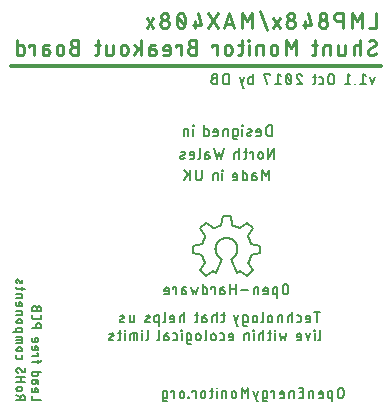
<source format=gbo>
G75*
%MOIN*%
%OFA0B0*%
%FSLAX25Y25*%
%IPPOS*%
%LPD*%
%AMOC8*
5,1,8,0,0,1.08239X$1,22.5*
%
%ADD10C,0.00600*%
%ADD11C,0.00900*%
%ADD12C,0.01200*%
%ADD13C,0.00500*%
D10*
X0080508Y0029987D02*
X0080464Y0029988D01*
X0080421Y0029994D01*
X0080378Y0030003D01*
X0080336Y0030016D01*
X0080295Y0030032D01*
X0080256Y0030052D01*
X0080219Y0030076D01*
X0080185Y0030103D01*
X0080152Y0030133D01*
X0080123Y0030165D01*
X0080097Y0030200D01*
X0080074Y0030237D01*
X0080054Y0030277D01*
X0080038Y0030317D01*
X0080025Y0030359D01*
X0080017Y0030402D01*
X0080012Y0030446D01*
X0080011Y0030490D01*
X0080014Y0030534D01*
X0080021Y0030577D01*
X0080032Y0030619D01*
X0080047Y0030661D01*
X0080065Y0030701D01*
X0080087Y0030739D01*
X0080112Y0030775D01*
X0080140Y0030808D01*
X0080171Y0030839D01*
X0080205Y0030867D01*
X0080241Y0030892D01*
X0080279Y0030914D01*
X0080319Y0030932D01*
X0081263Y0031309D01*
X0081303Y0031327D01*
X0081341Y0031349D01*
X0081377Y0031374D01*
X0081411Y0031402D01*
X0081442Y0031433D01*
X0081470Y0031466D01*
X0081495Y0031502D01*
X0081517Y0031540D01*
X0081535Y0031580D01*
X0081550Y0031622D01*
X0081561Y0031664D01*
X0081568Y0031707D01*
X0081571Y0031751D01*
X0081570Y0031795D01*
X0081565Y0031838D01*
X0081557Y0031882D01*
X0081544Y0031924D01*
X0081528Y0031964D01*
X0081508Y0032004D01*
X0081485Y0032041D01*
X0081459Y0032076D01*
X0081430Y0032108D01*
X0081397Y0032138D01*
X0081363Y0032165D01*
X0081326Y0032189D01*
X0081287Y0032209D01*
X0081246Y0032225D01*
X0081204Y0032238D01*
X0081161Y0032247D01*
X0081118Y0032253D01*
X0081074Y0032254D01*
X0081547Y0030176D02*
X0081446Y0030142D01*
X0081345Y0030111D01*
X0081242Y0030084D01*
X0081139Y0030059D01*
X0081035Y0030039D01*
X0080930Y0030021D01*
X0080825Y0030008D01*
X0080720Y0029997D01*
X0080614Y0029991D01*
X0080508Y0029987D01*
X0080224Y0032065D02*
X0080305Y0032099D01*
X0080387Y0032130D01*
X0080470Y0032158D01*
X0080555Y0032182D01*
X0080640Y0032203D01*
X0080726Y0032220D01*
X0080812Y0032234D01*
X0080899Y0032244D01*
X0080987Y0032251D01*
X0081074Y0032254D01*
X0083026Y0032254D02*
X0084160Y0032254D01*
X0085351Y0032254D02*
X0085351Y0029987D01*
X0083782Y0030554D02*
X0083782Y0033387D01*
X0085257Y0033387D02*
X0085257Y0033198D01*
X0085446Y0033198D01*
X0085446Y0033387D01*
X0085257Y0033387D01*
X0087098Y0031687D02*
X0087098Y0029987D01*
X0088231Y0029987D02*
X0088231Y0032254D01*
X0087664Y0032254D02*
X0089364Y0032254D01*
X0089364Y0029987D01*
X0091111Y0029987D02*
X0091111Y0032254D01*
X0091017Y0033198D02*
X0091206Y0033198D01*
X0091206Y0033387D01*
X0091017Y0033387D01*
X0091017Y0033198D01*
X0092931Y0033387D02*
X0092931Y0030554D01*
X0092932Y0030554D02*
X0092930Y0030507D01*
X0092924Y0030461D01*
X0092915Y0030415D01*
X0092901Y0030370D01*
X0092884Y0030326D01*
X0092864Y0030284D01*
X0092840Y0030244D01*
X0092812Y0030206D01*
X0092782Y0030170D01*
X0092749Y0030137D01*
X0092713Y0030107D01*
X0092675Y0030079D01*
X0092635Y0030055D01*
X0092593Y0030035D01*
X0092549Y0030018D01*
X0092504Y0030004D01*
X0092458Y0029995D01*
X0092412Y0029989D01*
X0092365Y0029987D01*
X0096205Y0029987D02*
X0096252Y0029989D01*
X0096298Y0029995D01*
X0096344Y0030004D01*
X0096389Y0030018D01*
X0096433Y0030035D01*
X0096475Y0030055D01*
X0096515Y0030079D01*
X0096553Y0030107D01*
X0096589Y0030137D01*
X0096622Y0030170D01*
X0096652Y0030206D01*
X0096680Y0030244D01*
X0096704Y0030284D01*
X0096724Y0030326D01*
X0096741Y0030370D01*
X0096755Y0030415D01*
X0096764Y0030461D01*
X0096770Y0030507D01*
X0096772Y0030554D01*
X0096771Y0030554D02*
X0096771Y0033387D01*
X0096676Y0034854D02*
X0096676Y0038254D01*
X0095731Y0038254D01*
X0095684Y0038252D01*
X0095638Y0038246D01*
X0095592Y0038237D01*
X0095547Y0038223D01*
X0095503Y0038206D01*
X0095461Y0038186D01*
X0095421Y0038162D01*
X0095383Y0038134D01*
X0095347Y0038104D01*
X0095314Y0038071D01*
X0095284Y0038035D01*
X0095256Y0037997D01*
X0095232Y0037957D01*
X0095212Y0037915D01*
X0095195Y0037871D01*
X0095181Y0037826D01*
X0095172Y0037780D01*
X0095166Y0037734D01*
X0095164Y0037687D01*
X0095165Y0037687D02*
X0095165Y0036554D01*
X0095164Y0036554D02*
X0095166Y0036507D01*
X0095172Y0036461D01*
X0095181Y0036415D01*
X0095195Y0036370D01*
X0095212Y0036326D01*
X0095232Y0036284D01*
X0095256Y0036244D01*
X0095284Y0036206D01*
X0095314Y0036170D01*
X0095347Y0036137D01*
X0095383Y0036107D01*
X0095421Y0036079D01*
X0095461Y0036055D01*
X0095503Y0036035D01*
X0095547Y0036018D01*
X0095592Y0036004D01*
X0095638Y0035995D01*
X0095684Y0035989D01*
X0095731Y0035987D01*
X0096676Y0035987D01*
X0098161Y0035987D02*
X0098208Y0035989D01*
X0098254Y0035995D01*
X0098300Y0036004D01*
X0098345Y0036018D01*
X0098389Y0036035D01*
X0098431Y0036055D01*
X0098471Y0036079D01*
X0098509Y0036107D01*
X0098545Y0036137D01*
X0098578Y0036170D01*
X0098608Y0036206D01*
X0098636Y0036244D01*
X0098660Y0036284D01*
X0098680Y0036326D01*
X0098697Y0036370D01*
X0098711Y0036415D01*
X0098720Y0036461D01*
X0098726Y0036507D01*
X0098728Y0036554D01*
X0098727Y0036554D02*
X0098727Y0039387D01*
X0100351Y0037498D02*
X0100351Y0037121D01*
X0101862Y0037121D01*
X0101862Y0037498D02*
X0101862Y0036554D01*
X0101863Y0036554D02*
X0101861Y0036507D01*
X0101855Y0036461D01*
X0101846Y0036415D01*
X0101832Y0036370D01*
X0101815Y0036326D01*
X0101795Y0036284D01*
X0101771Y0036244D01*
X0101743Y0036206D01*
X0101713Y0036170D01*
X0101680Y0036137D01*
X0101644Y0036107D01*
X0101606Y0036079D01*
X0101566Y0036055D01*
X0101524Y0036035D01*
X0101480Y0036018D01*
X0101435Y0036004D01*
X0101389Y0035995D01*
X0101343Y0035989D01*
X0101296Y0035987D01*
X0100351Y0035987D01*
X0100351Y0037498D02*
X0100353Y0037552D01*
X0100359Y0037606D01*
X0100368Y0037659D01*
X0100382Y0037711D01*
X0100399Y0037762D01*
X0100419Y0037812D01*
X0100443Y0037860D01*
X0100471Y0037907D01*
X0100502Y0037951D01*
X0100536Y0037993D01*
X0100572Y0038033D01*
X0100612Y0038069D01*
X0100654Y0038103D01*
X0100698Y0038134D01*
X0100745Y0038162D01*
X0100793Y0038186D01*
X0100843Y0038206D01*
X0100894Y0038223D01*
X0100946Y0038237D01*
X0100999Y0038246D01*
X0101053Y0038252D01*
X0101107Y0038254D01*
X0101161Y0038252D01*
X0101215Y0038246D01*
X0101268Y0038237D01*
X0101320Y0038223D01*
X0101371Y0038206D01*
X0101421Y0038186D01*
X0101469Y0038162D01*
X0101516Y0038134D01*
X0101560Y0038103D01*
X0101602Y0038069D01*
X0101642Y0038033D01*
X0101678Y0037993D01*
X0101712Y0037951D01*
X0101743Y0037907D01*
X0101771Y0037860D01*
X0101795Y0037812D01*
X0101815Y0037762D01*
X0101832Y0037711D01*
X0101846Y0037659D01*
X0101855Y0037606D01*
X0101861Y0037552D01*
X0101863Y0037498D01*
X0103591Y0037687D02*
X0103591Y0035987D01*
X0105102Y0035987D02*
X0105102Y0039387D01*
X0105102Y0038254D02*
X0104158Y0038254D01*
X0104111Y0038252D01*
X0104065Y0038246D01*
X0104019Y0038237D01*
X0103974Y0038223D01*
X0103930Y0038206D01*
X0103888Y0038186D01*
X0103848Y0038162D01*
X0103810Y0038134D01*
X0103774Y0038104D01*
X0103741Y0038071D01*
X0103711Y0038035D01*
X0103683Y0037997D01*
X0103659Y0037957D01*
X0103639Y0037915D01*
X0103622Y0037871D01*
X0103608Y0037826D01*
X0103599Y0037780D01*
X0103593Y0037734D01*
X0103591Y0037687D01*
X0108622Y0038254D02*
X0109755Y0038254D01*
X0109378Y0039387D02*
X0109378Y0036554D01*
X0109376Y0036507D01*
X0109370Y0036461D01*
X0109361Y0036415D01*
X0109347Y0036370D01*
X0109330Y0036326D01*
X0109310Y0036284D01*
X0109286Y0036244D01*
X0109258Y0036206D01*
X0109228Y0036170D01*
X0109195Y0036137D01*
X0109159Y0036107D01*
X0109121Y0036079D01*
X0109081Y0036055D01*
X0109039Y0036035D01*
X0108995Y0036018D01*
X0108950Y0036004D01*
X0108904Y0035995D01*
X0108858Y0035989D01*
X0108811Y0035987D01*
X0108622Y0035987D01*
X0111178Y0035987D02*
X0111178Y0037687D01*
X0111178Y0037309D02*
X0112028Y0037309D01*
X0111178Y0037687D02*
X0111180Y0037734D01*
X0111186Y0037780D01*
X0111195Y0037826D01*
X0111209Y0037871D01*
X0111226Y0037915D01*
X0111246Y0037957D01*
X0111270Y0037997D01*
X0111298Y0038035D01*
X0111328Y0038071D01*
X0111361Y0038104D01*
X0111397Y0038134D01*
X0111435Y0038162D01*
X0111475Y0038186D01*
X0111517Y0038206D01*
X0111561Y0038223D01*
X0111606Y0038237D01*
X0111652Y0038246D01*
X0111698Y0038252D01*
X0111745Y0038254D01*
X0112500Y0038254D01*
X0112028Y0037309D02*
X0112079Y0037307D01*
X0112129Y0037301D01*
X0112179Y0037292D01*
X0112227Y0037278D01*
X0112275Y0037261D01*
X0112321Y0037240D01*
X0112366Y0037216D01*
X0112408Y0037189D01*
X0112449Y0037158D01*
X0112486Y0037124D01*
X0112521Y0037088D01*
X0112554Y0037049D01*
X0112583Y0037007D01*
X0112609Y0036964D01*
X0112631Y0036918D01*
X0112650Y0036871D01*
X0112665Y0036823D01*
X0112677Y0036774D01*
X0112685Y0036724D01*
X0112689Y0036673D01*
X0112689Y0036623D01*
X0112685Y0036572D01*
X0112677Y0036522D01*
X0112665Y0036473D01*
X0112650Y0036425D01*
X0112631Y0036378D01*
X0112609Y0036332D01*
X0112583Y0036289D01*
X0112554Y0036247D01*
X0112521Y0036208D01*
X0112486Y0036172D01*
X0112449Y0036138D01*
X0112408Y0036107D01*
X0112366Y0036080D01*
X0112321Y0036056D01*
X0112275Y0036035D01*
X0112227Y0036018D01*
X0112179Y0036004D01*
X0112129Y0035995D01*
X0112079Y0035989D01*
X0112028Y0035987D01*
X0111178Y0035987D01*
X0114391Y0035987D02*
X0114391Y0037687D01*
X0114393Y0037734D01*
X0114399Y0037780D01*
X0114408Y0037826D01*
X0114422Y0037871D01*
X0114439Y0037915D01*
X0114459Y0037957D01*
X0114483Y0037997D01*
X0114511Y0038035D01*
X0114541Y0038071D01*
X0114574Y0038104D01*
X0114610Y0038134D01*
X0114648Y0038162D01*
X0114688Y0038186D01*
X0114730Y0038206D01*
X0114774Y0038223D01*
X0114819Y0038237D01*
X0114865Y0038246D01*
X0114911Y0038252D01*
X0114958Y0038254D01*
X0115902Y0038254D01*
X0115902Y0039387D02*
X0115902Y0035987D01*
X0117502Y0035987D02*
X0117691Y0035987D01*
X0117738Y0035989D01*
X0117784Y0035995D01*
X0117830Y0036004D01*
X0117875Y0036018D01*
X0117919Y0036035D01*
X0117961Y0036055D01*
X0118001Y0036079D01*
X0118039Y0036107D01*
X0118075Y0036137D01*
X0118108Y0036170D01*
X0118138Y0036206D01*
X0118166Y0036244D01*
X0118190Y0036284D01*
X0118210Y0036326D01*
X0118227Y0036370D01*
X0118241Y0036415D01*
X0118250Y0036461D01*
X0118256Y0036507D01*
X0118258Y0036554D01*
X0118257Y0036554D02*
X0118257Y0039387D01*
X0118635Y0038254D02*
X0117502Y0038254D01*
X0121711Y0038254D02*
X0122845Y0034854D01*
X0123222Y0034854D01*
X0122467Y0035987D02*
X0123222Y0038254D01*
X0124858Y0038254D02*
X0124858Y0035421D01*
X0124858Y0035987D02*
X0125802Y0035987D01*
X0125849Y0035989D01*
X0125895Y0035995D01*
X0125941Y0036004D01*
X0125986Y0036018D01*
X0126030Y0036035D01*
X0126072Y0036055D01*
X0126112Y0036079D01*
X0126150Y0036107D01*
X0126186Y0036137D01*
X0126219Y0036170D01*
X0126249Y0036206D01*
X0126277Y0036244D01*
X0126301Y0036284D01*
X0126321Y0036326D01*
X0126338Y0036370D01*
X0126352Y0036415D01*
X0126361Y0036461D01*
X0126367Y0036507D01*
X0126369Y0036554D01*
X0126369Y0037687D01*
X0126367Y0037734D01*
X0126361Y0037780D01*
X0126352Y0037826D01*
X0126338Y0037871D01*
X0126321Y0037915D01*
X0126301Y0037957D01*
X0126277Y0037997D01*
X0126249Y0038035D01*
X0126219Y0038071D01*
X0126186Y0038104D01*
X0126150Y0038134D01*
X0126112Y0038162D01*
X0126072Y0038186D01*
X0126030Y0038206D01*
X0125986Y0038223D01*
X0125941Y0038237D01*
X0125895Y0038246D01*
X0125849Y0038252D01*
X0125802Y0038254D01*
X0124858Y0038254D01*
X0127951Y0037498D02*
X0127951Y0036743D01*
X0127953Y0036689D01*
X0127959Y0036635D01*
X0127968Y0036582D01*
X0127982Y0036530D01*
X0127999Y0036479D01*
X0128019Y0036429D01*
X0128043Y0036381D01*
X0128071Y0036334D01*
X0128102Y0036290D01*
X0128136Y0036248D01*
X0128172Y0036208D01*
X0128212Y0036172D01*
X0128254Y0036138D01*
X0128298Y0036107D01*
X0128345Y0036079D01*
X0128393Y0036055D01*
X0128443Y0036035D01*
X0128494Y0036018D01*
X0128546Y0036004D01*
X0128599Y0035995D01*
X0128653Y0035989D01*
X0128707Y0035987D01*
X0128761Y0035989D01*
X0128815Y0035995D01*
X0128868Y0036004D01*
X0128920Y0036018D01*
X0128971Y0036035D01*
X0129021Y0036055D01*
X0129069Y0036079D01*
X0129116Y0036107D01*
X0129160Y0036138D01*
X0129202Y0036172D01*
X0129242Y0036208D01*
X0129278Y0036248D01*
X0129312Y0036290D01*
X0129343Y0036334D01*
X0129371Y0036381D01*
X0129395Y0036429D01*
X0129415Y0036479D01*
X0129432Y0036530D01*
X0129446Y0036582D01*
X0129455Y0036635D01*
X0129461Y0036689D01*
X0129463Y0036743D01*
X0129462Y0036743D02*
X0129462Y0037498D01*
X0129463Y0037498D02*
X0129461Y0037552D01*
X0129455Y0037606D01*
X0129446Y0037659D01*
X0129432Y0037711D01*
X0129415Y0037762D01*
X0129395Y0037812D01*
X0129371Y0037860D01*
X0129343Y0037907D01*
X0129312Y0037951D01*
X0129278Y0037993D01*
X0129242Y0038033D01*
X0129202Y0038069D01*
X0129160Y0038103D01*
X0129116Y0038134D01*
X0129069Y0038162D01*
X0129021Y0038186D01*
X0128971Y0038206D01*
X0128920Y0038223D01*
X0128868Y0038237D01*
X0128815Y0038246D01*
X0128761Y0038252D01*
X0128707Y0038254D01*
X0128653Y0038252D01*
X0128599Y0038246D01*
X0128546Y0038237D01*
X0128494Y0038223D01*
X0128443Y0038206D01*
X0128393Y0038186D01*
X0128345Y0038162D01*
X0128298Y0038134D01*
X0128254Y0038103D01*
X0128212Y0038069D01*
X0128172Y0038033D01*
X0128136Y0037993D01*
X0128102Y0037951D01*
X0128071Y0037907D01*
X0128043Y0037860D01*
X0128019Y0037812D01*
X0127999Y0037762D01*
X0127982Y0037711D01*
X0127968Y0037659D01*
X0127959Y0037606D01*
X0127953Y0037552D01*
X0127951Y0037498D01*
X0126180Y0034854D02*
X0125425Y0034854D01*
X0125378Y0034856D01*
X0125332Y0034862D01*
X0125286Y0034871D01*
X0125241Y0034885D01*
X0125197Y0034902D01*
X0125155Y0034922D01*
X0125115Y0034946D01*
X0125077Y0034974D01*
X0125041Y0035004D01*
X0125008Y0035037D01*
X0124978Y0035073D01*
X0124950Y0035111D01*
X0124926Y0035151D01*
X0124906Y0035193D01*
X0124889Y0035237D01*
X0124875Y0035282D01*
X0124866Y0035328D01*
X0124860Y0035374D01*
X0124858Y0035421D01*
X0125722Y0032254D02*
X0126666Y0032254D01*
X0126666Y0029987D01*
X0125155Y0029987D02*
X0125155Y0031687D01*
X0125157Y0031734D01*
X0125163Y0031780D01*
X0125172Y0031826D01*
X0125186Y0031871D01*
X0125203Y0031915D01*
X0125223Y0031957D01*
X0125247Y0031997D01*
X0125275Y0032035D01*
X0125305Y0032071D01*
X0125338Y0032104D01*
X0125374Y0032134D01*
X0125412Y0032162D01*
X0125452Y0032186D01*
X0125494Y0032206D01*
X0125538Y0032223D01*
X0125583Y0032237D01*
X0125629Y0032246D01*
X0125675Y0032252D01*
X0125722Y0032254D01*
X0128311Y0032254D02*
X0128311Y0029987D01*
X0129955Y0029987D02*
X0129955Y0031687D01*
X0129957Y0031734D01*
X0129963Y0031780D01*
X0129972Y0031826D01*
X0129986Y0031871D01*
X0130003Y0031915D01*
X0130023Y0031957D01*
X0130047Y0031997D01*
X0130075Y0032035D01*
X0130105Y0032071D01*
X0130138Y0032104D01*
X0130174Y0032134D01*
X0130212Y0032162D01*
X0130252Y0032186D01*
X0130294Y0032206D01*
X0130338Y0032223D01*
X0130383Y0032237D01*
X0130429Y0032246D01*
X0130475Y0032252D01*
X0130522Y0032254D01*
X0131466Y0032254D01*
X0131466Y0033387D02*
X0131466Y0029987D01*
X0133066Y0029987D02*
X0133255Y0029987D01*
X0133302Y0029989D01*
X0133348Y0029995D01*
X0133394Y0030004D01*
X0133439Y0030018D01*
X0133483Y0030035D01*
X0133525Y0030055D01*
X0133565Y0030079D01*
X0133603Y0030107D01*
X0133639Y0030137D01*
X0133672Y0030170D01*
X0133702Y0030206D01*
X0133730Y0030244D01*
X0133754Y0030284D01*
X0133774Y0030326D01*
X0133791Y0030370D01*
X0133805Y0030415D01*
X0133814Y0030461D01*
X0133820Y0030507D01*
X0133822Y0030554D01*
X0133822Y0033387D01*
X0134199Y0032254D02*
X0133066Y0032254D01*
X0135391Y0032254D02*
X0135391Y0029987D01*
X0137464Y0029987D02*
X0138031Y0031498D01*
X0138597Y0029987D01*
X0139164Y0032254D01*
X0136897Y0032254D02*
X0137464Y0029987D01*
X0135485Y0033198D02*
X0135296Y0033198D01*
X0135296Y0033387D01*
X0135485Y0033387D01*
X0135485Y0033198D01*
X0136231Y0035987D02*
X0136231Y0037687D01*
X0136233Y0037734D01*
X0136239Y0037780D01*
X0136248Y0037826D01*
X0136262Y0037871D01*
X0136279Y0037915D01*
X0136299Y0037957D01*
X0136323Y0037997D01*
X0136351Y0038035D01*
X0136381Y0038071D01*
X0136414Y0038104D01*
X0136450Y0038134D01*
X0136488Y0038162D01*
X0136528Y0038186D01*
X0136570Y0038206D01*
X0136614Y0038223D01*
X0136659Y0038237D01*
X0136705Y0038246D01*
X0136751Y0038252D01*
X0136798Y0038254D01*
X0137742Y0038254D01*
X0137742Y0035987D01*
X0139591Y0035987D02*
X0139591Y0037687D01*
X0139593Y0037734D01*
X0139599Y0037780D01*
X0139608Y0037826D01*
X0139622Y0037871D01*
X0139639Y0037915D01*
X0139659Y0037957D01*
X0139683Y0037997D01*
X0139711Y0038035D01*
X0139741Y0038071D01*
X0139774Y0038104D01*
X0139810Y0038134D01*
X0139848Y0038162D01*
X0139888Y0038186D01*
X0139930Y0038206D01*
X0139974Y0038223D01*
X0140019Y0038237D01*
X0140065Y0038246D01*
X0140111Y0038252D01*
X0140158Y0038254D01*
X0141102Y0038254D01*
X0141102Y0039387D02*
X0141102Y0035987D01*
X0142654Y0035987D02*
X0143410Y0035987D01*
X0143457Y0035989D01*
X0143503Y0035995D01*
X0143549Y0036004D01*
X0143594Y0036018D01*
X0143638Y0036035D01*
X0143680Y0036055D01*
X0143720Y0036079D01*
X0143758Y0036107D01*
X0143794Y0036137D01*
X0143827Y0036170D01*
X0143857Y0036206D01*
X0143885Y0036244D01*
X0143909Y0036284D01*
X0143929Y0036326D01*
X0143946Y0036370D01*
X0143960Y0036415D01*
X0143969Y0036461D01*
X0143975Y0036507D01*
X0143977Y0036554D01*
X0143976Y0036554D02*
X0143976Y0037687D01*
X0143977Y0037687D02*
X0143975Y0037734D01*
X0143969Y0037780D01*
X0143960Y0037826D01*
X0143946Y0037871D01*
X0143929Y0037915D01*
X0143909Y0037957D01*
X0143885Y0037997D01*
X0143857Y0038035D01*
X0143827Y0038071D01*
X0143794Y0038104D01*
X0143758Y0038134D01*
X0143720Y0038162D01*
X0143680Y0038186D01*
X0143638Y0038206D01*
X0143594Y0038223D01*
X0143549Y0038237D01*
X0143503Y0038246D01*
X0143457Y0038252D01*
X0143410Y0038254D01*
X0142654Y0038254D01*
X0145591Y0037498D02*
X0145591Y0037121D01*
X0147102Y0037121D01*
X0147102Y0037498D02*
X0147102Y0036554D01*
X0147103Y0036554D02*
X0147101Y0036507D01*
X0147095Y0036461D01*
X0147086Y0036415D01*
X0147072Y0036370D01*
X0147055Y0036326D01*
X0147035Y0036284D01*
X0147011Y0036244D01*
X0146983Y0036206D01*
X0146953Y0036170D01*
X0146920Y0036137D01*
X0146884Y0036107D01*
X0146846Y0036079D01*
X0146806Y0036055D01*
X0146764Y0036035D01*
X0146720Y0036018D01*
X0146675Y0036004D01*
X0146629Y0035995D01*
X0146583Y0035989D01*
X0146536Y0035987D01*
X0145591Y0035987D01*
X0145591Y0037498D02*
X0145593Y0037552D01*
X0145599Y0037606D01*
X0145608Y0037659D01*
X0145622Y0037711D01*
X0145639Y0037762D01*
X0145659Y0037812D01*
X0145683Y0037860D01*
X0145711Y0037907D01*
X0145742Y0037951D01*
X0145776Y0037993D01*
X0145812Y0038033D01*
X0145852Y0038069D01*
X0145894Y0038103D01*
X0145938Y0038134D01*
X0145985Y0038162D01*
X0146033Y0038186D01*
X0146083Y0038206D01*
X0146134Y0038223D01*
X0146186Y0038237D01*
X0146239Y0038246D01*
X0146293Y0038252D01*
X0146347Y0038254D01*
X0146401Y0038252D01*
X0146455Y0038246D01*
X0146508Y0038237D01*
X0146560Y0038223D01*
X0146611Y0038206D01*
X0146661Y0038186D01*
X0146709Y0038162D01*
X0146756Y0038134D01*
X0146800Y0038103D01*
X0146842Y0038069D01*
X0146882Y0038033D01*
X0146918Y0037993D01*
X0146952Y0037951D01*
X0146983Y0037907D01*
X0147011Y0037860D01*
X0147035Y0037812D01*
X0147055Y0037762D01*
X0147072Y0037711D01*
X0147086Y0037659D01*
X0147095Y0037606D01*
X0147101Y0037552D01*
X0147103Y0037498D01*
X0149467Y0035987D02*
X0149467Y0039387D01*
X0150411Y0039387D02*
X0148522Y0039387D01*
X0148496Y0033387D02*
X0148496Y0033198D01*
X0148685Y0033198D01*
X0148685Y0033387D01*
X0148496Y0033387D01*
X0148591Y0032254D02*
X0148591Y0029987D01*
X0149844Y0029987D02*
X0149891Y0029989D01*
X0149937Y0029995D01*
X0149983Y0030004D01*
X0150028Y0030018D01*
X0150072Y0030035D01*
X0150114Y0030055D01*
X0150154Y0030079D01*
X0150192Y0030107D01*
X0150228Y0030137D01*
X0150261Y0030170D01*
X0150291Y0030206D01*
X0150319Y0030244D01*
X0150343Y0030284D01*
X0150363Y0030326D01*
X0150380Y0030370D01*
X0150394Y0030415D01*
X0150403Y0030461D01*
X0150409Y0030507D01*
X0150411Y0030554D01*
X0150411Y0033387D01*
X0147186Y0032254D02*
X0146431Y0029987D01*
X0145675Y0032254D01*
X0144186Y0031498D02*
X0144186Y0030554D01*
X0144187Y0030554D02*
X0144185Y0030507D01*
X0144179Y0030461D01*
X0144170Y0030415D01*
X0144156Y0030370D01*
X0144139Y0030326D01*
X0144119Y0030284D01*
X0144095Y0030244D01*
X0144067Y0030206D01*
X0144037Y0030170D01*
X0144004Y0030137D01*
X0143968Y0030107D01*
X0143930Y0030079D01*
X0143890Y0030055D01*
X0143848Y0030035D01*
X0143804Y0030018D01*
X0143759Y0030004D01*
X0143713Y0029995D01*
X0143667Y0029989D01*
X0143620Y0029987D01*
X0142675Y0029987D01*
X0142675Y0031121D02*
X0144186Y0031121D01*
X0144187Y0031498D02*
X0144185Y0031552D01*
X0144179Y0031606D01*
X0144170Y0031659D01*
X0144156Y0031711D01*
X0144139Y0031762D01*
X0144119Y0031812D01*
X0144095Y0031860D01*
X0144067Y0031907D01*
X0144036Y0031951D01*
X0144002Y0031993D01*
X0143966Y0032033D01*
X0143926Y0032069D01*
X0143884Y0032103D01*
X0143840Y0032134D01*
X0143793Y0032162D01*
X0143745Y0032186D01*
X0143695Y0032206D01*
X0143644Y0032223D01*
X0143592Y0032237D01*
X0143539Y0032246D01*
X0143485Y0032252D01*
X0143431Y0032254D01*
X0143377Y0032252D01*
X0143323Y0032246D01*
X0143270Y0032237D01*
X0143218Y0032223D01*
X0143167Y0032206D01*
X0143117Y0032186D01*
X0143069Y0032162D01*
X0143022Y0032134D01*
X0142978Y0032103D01*
X0142936Y0032069D01*
X0142896Y0032033D01*
X0142860Y0031993D01*
X0142826Y0031951D01*
X0142795Y0031907D01*
X0142767Y0031860D01*
X0142743Y0031812D01*
X0142723Y0031762D01*
X0142706Y0031711D01*
X0142692Y0031659D01*
X0142683Y0031606D01*
X0142677Y0031552D01*
X0142675Y0031498D01*
X0142675Y0031121D01*
X0134502Y0036743D02*
X0134502Y0037498D01*
X0134503Y0037498D02*
X0134501Y0037552D01*
X0134495Y0037606D01*
X0134486Y0037659D01*
X0134472Y0037711D01*
X0134455Y0037762D01*
X0134435Y0037812D01*
X0134411Y0037860D01*
X0134383Y0037907D01*
X0134352Y0037951D01*
X0134318Y0037993D01*
X0134282Y0038033D01*
X0134242Y0038069D01*
X0134200Y0038103D01*
X0134156Y0038134D01*
X0134109Y0038162D01*
X0134061Y0038186D01*
X0134011Y0038206D01*
X0133960Y0038223D01*
X0133908Y0038237D01*
X0133855Y0038246D01*
X0133801Y0038252D01*
X0133747Y0038254D01*
X0133693Y0038252D01*
X0133639Y0038246D01*
X0133586Y0038237D01*
X0133534Y0038223D01*
X0133483Y0038206D01*
X0133433Y0038186D01*
X0133385Y0038162D01*
X0133338Y0038134D01*
X0133294Y0038103D01*
X0133252Y0038069D01*
X0133212Y0038033D01*
X0133176Y0037993D01*
X0133142Y0037951D01*
X0133111Y0037907D01*
X0133083Y0037860D01*
X0133059Y0037812D01*
X0133039Y0037762D01*
X0133022Y0037711D01*
X0133008Y0037659D01*
X0132999Y0037606D01*
X0132993Y0037552D01*
X0132991Y0037498D01*
X0132991Y0036743D01*
X0132993Y0036689D01*
X0132999Y0036635D01*
X0133008Y0036582D01*
X0133022Y0036530D01*
X0133039Y0036479D01*
X0133059Y0036429D01*
X0133083Y0036381D01*
X0133111Y0036334D01*
X0133142Y0036290D01*
X0133176Y0036248D01*
X0133212Y0036208D01*
X0133252Y0036172D01*
X0133294Y0036138D01*
X0133338Y0036107D01*
X0133385Y0036079D01*
X0133433Y0036055D01*
X0133483Y0036035D01*
X0133534Y0036018D01*
X0133586Y0036004D01*
X0133639Y0035995D01*
X0133693Y0035989D01*
X0133747Y0035987D01*
X0133801Y0035989D01*
X0133855Y0035995D01*
X0133908Y0036004D01*
X0133960Y0036018D01*
X0134011Y0036035D01*
X0134061Y0036055D01*
X0134109Y0036079D01*
X0134156Y0036107D01*
X0134200Y0036138D01*
X0134242Y0036172D01*
X0134282Y0036208D01*
X0134318Y0036248D01*
X0134352Y0036290D01*
X0134383Y0036334D01*
X0134411Y0036381D01*
X0134435Y0036429D01*
X0134455Y0036479D01*
X0134472Y0036530D01*
X0134486Y0036582D01*
X0134495Y0036635D01*
X0134501Y0036689D01*
X0134503Y0036743D01*
X0131367Y0036554D02*
X0131367Y0039387D01*
X0131367Y0036554D02*
X0131365Y0036507D01*
X0131359Y0036461D01*
X0131350Y0036415D01*
X0131336Y0036370D01*
X0131319Y0036326D01*
X0131299Y0036284D01*
X0131275Y0036244D01*
X0131247Y0036206D01*
X0131217Y0036170D01*
X0131184Y0036137D01*
X0131148Y0036107D01*
X0131110Y0036079D01*
X0131070Y0036055D01*
X0131028Y0036035D01*
X0130984Y0036018D01*
X0130939Y0036004D01*
X0130893Y0035995D01*
X0130847Y0035989D01*
X0130800Y0035987D01*
X0128405Y0033387D02*
X0128216Y0033387D01*
X0128216Y0033198D01*
X0128405Y0033198D01*
X0128405Y0033387D01*
X0121506Y0031498D02*
X0121506Y0030554D01*
X0121507Y0030554D02*
X0121505Y0030507D01*
X0121499Y0030461D01*
X0121490Y0030415D01*
X0121476Y0030370D01*
X0121459Y0030326D01*
X0121439Y0030284D01*
X0121415Y0030244D01*
X0121387Y0030206D01*
X0121357Y0030170D01*
X0121324Y0030137D01*
X0121288Y0030107D01*
X0121250Y0030079D01*
X0121210Y0030055D01*
X0121168Y0030035D01*
X0121124Y0030018D01*
X0121079Y0030004D01*
X0121033Y0029995D01*
X0120987Y0029989D01*
X0120940Y0029987D01*
X0119995Y0029987D01*
X0119995Y0031121D02*
X0121506Y0031121D01*
X0121507Y0031498D02*
X0121505Y0031552D01*
X0121499Y0031606D01*
X0121490Y0031659D01*
X0121476Y0031711D01*
X0121459Y0031762D01*
X0121439Y0031812D01*
X0121415Y0031860D01*
X0121387Y0031907D01*
X0121356Y0031951D01*
X0121322Y0031993D01*
X0121286Y0032033D01*
X0121246Y0032069D01*
X0121204Y0032103D01*
X0121160Y0032134D01*
X0121113Y0032162D01*
X0121065Y0032186D01*
X0121015Y0032206D01*
X0120964Y0032223D01*
X0120912Y0032237D01*
X0120859Y0032246D01*
X0120805Y0032252D01*
X0120751Y0032254D01*
X0120697Y0032252D01*
X0120643Y0032246D01*
X0120590Y0032237D01*
X0120538Y0032223D01*
X0120487Y0032206D01*
X0120437Y0032186D01*
X0120389Y0032162D01*
X0120342Y0032134D01*
X0120298Y0032103D01*
X0120256Y0032069D01*
X0120216Y0032033D01*
X0120180Y0031993D01*
X0120146Y0031951D01*
X0120115Y0031907D01*
X0120087Y0031860D01*
X0120063Y0031812D01*
X0120043Y0031762D01*
X0120026Y0031711D01*
X0120012Y0031659D01*
X0120003Y0031606D01*
X0119997Y0031552D01*
X0119995Y0031498D01*
X0119995Y0031121D01*
X0118380Y0030554D02*
X0118380Y0031687D01*
X0118381Y0031687D02*
X0118379Y0031734D01*
X0118373Y0031780D01*
X0118364Y0031826D01*
X0118350Y0031871D01*
X0118333Y0031915D01*
X0118313Y0031957D01*
X0118289Y0031997D01*
X0118261Y0032035D01*
X0118231Y0032071D01*
X0118198Y0032104D01*
X0118162Y0032134D01*
X0118124Y0032162D01*
X0118084Y0032186D01*
X0118042Y0032206D01*
X0117998Y0032223D01*
X0117953Y0032237D01*
X0117907Y0032246D01*
X0117861Y0032252D01*
X0117814Y0032254D01*
X0117058Y0032254D01*
X0115626Y0031498D02*
X0115626Y0030743D01*
X0115627Y0030743D02*
X0115625Y0030689D01*
X0115619Y0030635D01*
X0115610Y0030582D01*
X0115596Y0030530D01*
X0115579Y0030479D01*
X0115559Y0030429D01*
X0115535Y0030381D01*
X0115507Y0030334D01*
X0115476Y0030290D01*
X0115442Y0030248D01*
X0115406Y0030208D01*
X0115366Y0030172D01*
X0115324Y0030138D01*
X0115280Y0030107D01*
X0115233Y0030079D01*
X0115185Y0030055D01*
X0115135Y0030035D01*
X0115084Y0030018D01*
X0115032Y0030004D01*
X0114979Y0029995D01*
X0114925Y0029989D01*
X0114871Y0029987D01*
X0114817Y0029989D01*
X0114763Y0029995D01*
X0114710Y0030004D01*
X0114658Y0030018D01*
X0114607Y0030035D01*
X0114557Y0030055D01*
X0114509Y0030079D01*
X0114462Y0030107D01*
X0114418Y0030138D01*
X0114376Y0030172D01*
X0114336Y0030208D01*
X0114300Y0030248D01*
X0114266Y0030290D01*
X0114235Y0030334D01*
X0114207Y0030381D01*
X0114183Y0030429D01*
X0114163Y0030479D01*
X0114146Y0030530D01*
X0114132Y0030582D01*
X0114123Y0030635D01*
X0114117Y0030689D01*
X0114115Y0030743D01*
X0114115Y0031498D01*
X0114117Y0031552D01*
X0114123Y0031606D01*
X0114132Y0031659D01*
X0114146Y0031711D01*
X0114163Y0031762D01*
X0114183Y0031812D01*
X0114207Y0031860D01*
X0114235Y0031907D01*
X0114266Y0031951D01*
X0114300Y0031993D01*
X0114336Y0032033D01*
X0114376Y0032069D01*
X0114418Y0032103D01*
X0114462Y0032134D01*
X0114509Y0032162D01*
X0114557Y0032186D01*
X0114607Y0032206D01*
X0114658Y0032223D01*
X0114710Y0032237D01*
X0114763Y0032246D01*
X0114817Y0032252D01*
X0114871Y0032254D01*
X0114925Y0032252D01*
X0114979Y0032246D01*
X0115032Y0032237D01*
X0115084Y0032223D01*
X0115135Y0032206D01*
X0115185Y0032186D01*
X0115233Y0032162D01*
X0115280Y0032134D01*
X0115324Y0032103D01*
X0115366Y0032069D01*
X0115406Y0032033D01*
X0115442Y0031993D01*
X0115476Y0031951D01*
X0115507Y0031907D01*
X0115535Y0031860D01*
X0115559Y0031812D01*
X0115579Y0031762D01*
X0115596Y0031711D01*
X0115610Y0031659D01*
X0115619Y0031606D01*
X0115625Y0031552D01*
X0115627Y0031498D01*
X0117058Y0029987D02*
X0117814Y0029987D01*
X0117861Y0029989D01*
X0117907Y0029995D01*
X0117953Y0030004D01*
X0117998Y0030018D01*
X0118042Y0030035D01*
X0118084Y0030055D01*
X0118124Y0030079D01*
X0118162Y0030107D01*
X0118198Y0030137D01*
X0118231Y0030170D01*
X0118261Y0030206D01*
X0118289Y0030244D01*
X0118313Y0030284D01*
X0118333Y0030326D01*
X0118350Y0030370D01*
X0118364Y0030415D01*
X0118373Y0030461D01*
X0118379Y0030507D01*
X0118381Y0030554D01*
X0112491Y0030554D02*
X0112491Y0033387D01*
X0110586Y0031498D02*
X0110586Y0030743D01*
X0110587Y0030743D02*
X0110585Y0030689D01*
X0110579Y0030635D01*
X0110570Y0030582D01*
X0110556Y0030530D01*
X0110539Y0030479D01*
X0110519Y0030429D01*
X0110495Y0030381D01*
X0110467Y0030334D01*
X0110436Y0030290D01*
X0110402Y0030248D01*
X0110366Y0030208D01*
X0110326Y0030172D01*
X0110284Y0030138D01*
X0110240Y0030107D01*
X0110193Y0030079D01*
X0110145Y0030055D01*
X0110095Y0030035D01*
X0110044Y0030018D01*
X0109992Y0030004D01*
X0109939Y0029995D01*
X0109885Y0029989D01*
X0109831Y0029987D01*
X0109777Y0029989D01*
X0109723Y0029995D01*
X0109670Y0030004D01*
X0109618Y0030018D01*
X0109567Y0030035D01*
X0109517Y0030055D01*
X0109469Y0030079D01*
X0109422Y0030107D01*
X0109378Y0030138D01*
X0109336Y0030172D01*
X0109296Y0030208D01*
X0109260Y0030248D01*
X0109226Y0030290D01*
X0109195Y0030334D01*
X0109167Y0030381D01*
X0109143Y0030429D01*
X0109123Y0030479D01*
X0109106Y0030530D01*
X0109092Y0030582D01*
X0109083Y0030635D01*
X0109077Y0030689D01*
X0109075Y0030743D01*
X0109075Y0031498D01*
X0109077Y0031552D01*
X0109083Y0031606D01*
X0109092Y0031659D01*
X0109106Y0031711D01*
X0109123Y0031762D01*
X0109143Y0031812D01*
X0109167Y0031860D01*
X0109195Y0031907D01*
X0109226Y0031951D01*
X0109260Y0031993D01*
X0109296Y0032033D01*
X0109336Y0032069D01*
X0109378Y0032103D01*
X0109422Y0032134D01*
X0109469Y0032162D01*
X0109517Y0032186D01*
X0109567Y0032206D01*
X0109618Y0032223D01*
X0109670Y0032237D01*
X0109723Y0032246D01*
X0109777Y0032252D01*
X0109831Y0032254D01*
X0109885Y0032252D01*
X0109939Y0032246D01*
X0109992Y0032237D01*
X0110044Y0032223D01*
X0110095Y0032206D01*
X0110145Y0032186D01*
X0110193Y0032162D01*
X0110240Y0032134D01*
X0110284Y0032103D01*
X0110326Y0032069D01*
X0110366Y0032033D01*
X0110402Y0031993D01*
X0110436Y0031951D01*
X0110467Y0031907D01*
X0110495Y0031860D01*
X0110519Y0031812D01*
X0110539Y0031762D01*
X0110556Y0031711D01*
X0110570Y0031659D01*
X0110579Y0031606D01*
X0110585Y0031552D01*
X0110587Y0031498D01*
X0111925Y0029987D02*
X0111972Y0029989D01*
X0112018Y0029995D01*
X0112064Y0030004D01*
X0112109Y0030018D01*
X0112153Y0030035D01*
X0112195Y0030055D01*
X0112235Y0030079D01*
X0112273Y0030107D01*
X0112309Y0030137D01*
X0112342Y0030170D01*
X0112372Y0030206D01*
X0112400Y0030244D01*
X0112424Y0030284D01*
X0112444Y0030326D01*
X0112461Y0030370D01*
X0112475Y0030415D01*
X0112484Y0030461D01*
X0112490Y0030507D01*
X0112492Y0030554D01*
X0107493Y0030554D02*
X0107493Y0031687D01*
X0107494Y0031687D02*
X0107492Y0031734D01*
X0107486Y0031780D01*
X0107477Y0031826D01*
X0107463Y0031871D01*
X0107446Y0031915D01*
X0107426Y0031957D01*
X0107402Y0031997D01*
X0107374Y0032035D01*
X0107344Y0032071D01*
X0107311Y0032104D01*
X0107275Y0032134D01*
X0107237Y0032162D01*
X0107197Y0032186D01*
X0107155Y0032206D01*
X0107111Y0032223D01*
X0107066Y0032237D01*
X0107020Y0032246D01*
X0106974Y0032252D01*
X0106927Y0032254D01*
X0105982Y0032254D01*
X0105982Y0029421D01*
X0105982Y0029987D02*
X0106927Y0029987D01*
X0106974Y0029989D01*
X0107020Y0029995D01*
X0107066Y0030004D01*
X0107111Y0030018D01*
X0107155Y0030035D01*
X0107197Y0030055D01*
X0107237Y0030079D01*
X0107275Y0030107D01*
X0107311Y0030137D01*
X0107344Y0030170D01*
X0107374Y0030206D01*
X0107402Y0030244D01*
X0107426Y0030284D01*
X0107446Y0030326D01*
X0107463Y0030370D01*
X0107477Y0030415D01*
X0107486Y0030461D01*
X0107492Y0030507D01*
X0107494Y0030554D01*
X0105982Y0029421D02*
X0105984Y0029374D01*
X0105990Y0029328D01*
X0105999Y0029282D01*
X0106013Y0029237D01*
X0106030Y0029193D01*
X0106050Y0029151D01*
X0106074Y0029111D01*
X0106102Y0029073D01*
X0106132Y0029037D01*
X0106165Y0029004D01*
X0106201Y0028974D01*
X0106239Y0028946D01*
X0106279Y0028922D01*
X0106321Y0028902D01*
X0106365Y0028885D01*
X0106410Y0028871D01*
X0106456Y0028862D01*
X0106502Y0028856D01*
X0106549Y0028854D01*
X0107304Y0028854D01*
X0104311Y0029987D02*
X0104311Y0032254D01*
X0104217Y0033198D02*
X0104405Y0033198D01*
X0104405Y0033387D01*
X0104217Y0033387D01*
X0104217Y0033198D01*
X0102781Y0031687D02*
X0102781Y0030554D01*
X0102779Y0030507D01*
X0102773Y0030461D01*
X0102764Y0030415D01*
X0102750Y0030370D01*
X0102733Y0030326D01*
X0102713Y0030284D01*
X0102689Y0030244D01*
X0102661Y0030206D01*
X0102631Y0030170D01*
X0102598Y0030137D01*
X0102562Y0030107D01*
X0102524Y0030079D01*
X0102484Y0030055D01*
X0102442Y0030035D01*
X0102398Y0030018D01*
X0102353Y0030004D01*
X0102307Y0029995D01*
X0102261Y0029989D01*
X0102214Y0029987D01*
X0101458Y0029987D01*
X0102781Y0031687D02*
X0102779Y0031734D01*
X0102773Y0031780D01*
X0102764Y0031826D01*
X0102750Y0031871D01*
X0102733Y0031915D01*
X0102713Y0031957D01*
X0102689Y0031997D01*
X0102661Y0032035D01*
X0102631Y0032071D01*
X0102598Y0032104D01*
X0102562Y0032134D01*
X0102524Y0032162D01*
X0102484Y0032186D01*
X0102442Y0032206D01*
X0102398Y0032223D01*
X0102353Y0032237D01*
X0102307Y0032246D01*
X0102261Y0032252D01*
X0102214Y0032254D01*
X0101458Y0032254D01*
X0099864Y0032254D02*
X0099109Y0032254D01*
X0099062Y0032252D01*
X0099016Y0032246D01*
X0098970Y0032237D01*
X0098925Y0032223D01*
X0098881Y0032206D01*
X0098839Y0032186D01*
X0098799Y0032162D01*
X0098761Y0032134D01*
X0098725Y0032104D01*
X0098692Y0032071D01*
X0098662Y0032035D01*
X0098634Y0031997D01*
X0098610Y0031957D01*
X0098590Y0031915D01*
X0098573Y0031871D01*
X0098559Y0031826D01*
X0098550Y0031780D01*
X0098544Y0031734D01*
X0098542Y0031687D01*
X0098542Y0029987D01*
X0099392Y0029987D01*
X0099443Y0029989D01*
X0099493Y0029995D01*
X0099543Y0030004D01*
X0099591Y0030018D01*
X0099639Y0030035D01*
X0099685Y0030056D01*
X0099730Y0030080D01*
X0099772Y0030107D01*
X0099813Y0030138D01*
X0099850Y0030172D01*
X0099885Y0030208D01*
X0099918Y0030247D01*
X0099947Y0030289D01*
X0099973Y0030332D01*
X0099995Y0030378D01*
X0100014Y0030425D01*
X0100029Y0030473D01*
X0100041Y0030522D01*
X0100049Y0030572D01*
X0100053Y0030623D01*
X0100053Y0030673D01*
X0100049Y0030724D01*
X0100041Y0030774D01*
X0100029Y0030823D01*
X0100014Y0030871D01*
X0099995Y0030918D01*
X0099973Y0030964D01*
X0099947Y0031007D01*
X0099918Y0031049D01*
X0099885Y0031088D01*
X0099850Y0031124D01*
X0099813Y0031158D01*
X0099772Y0031189D01*
X0099730Y0031216D01*
X0099685Y0031240D01*
X0099639Y0031261D01*
X0099591Y0031278D01*
X0099543Y0031292D01*
X0099493Y0031301D01*
X0099443Y0031307D01*
X0099392Y0031309D01*
X0098542Y0031309D01*
X0093110Y0038254D02*
X0093023Y0038251D01*
X0092935Y0038244D01*
X0092848Y0038234D01*
X0092762Y0038220D01*
X0092676Y0038203D01*
X0092591Y0038182D01*
X0092506Y0038158D01*
X0092423Y0038130D01*
X0092341Y0038099D01*
X0092260Y0038065D01*
X0093110Y0038254D02*
X0093154Y0038253D01*
X0093197Y0038247D01*
X0093240Y0038238D01*
X0093282Y0038225D01*
X0093323Y0038209D01*
X0093362Y0038189D01*
X0093399Y0038165D01*
X0093433Y0038138D01*
X0093466Y0038108D01*
X0093495Y0038076D01*
X0093521Y0038041D01*
X0093544Y0038004D01*
X0093564Y0037964D01*
X0093580Y0037924D01*
X0093593Y0037882D01*
X0093601Y0037838D01*
X0093606Y0037795D01*
X0093607Y0037751D01*
X0093604Y0037707D01*
X0093597Y0037664D01*
X0093586Y0037622D01*
X0093571Y0037580D01*
X0093553Y0037540D01*
X0093531Y0037502D01*
X0093506Y0037466D01*
X0093478Y0037433D01*
X0093447Y0037402D01*
X0093413Y0037374D01*
X0093377Y0037349D01*
X0093339Y0037327D01*
X0093299Y0037309D01*
X0092355Y0036932D01*
X0092315Y0036914D01*
X0092277Y0036892D01*
X0092241Y0036867D01*
X0092207Y0036839D01*
X0092176Y0036808D01*
X0092148Y0036775D01*
X0092123Y0036739D01*
X0092101Y0036701D01*
X0092083Y0036661D01*
X0092068Y0036619D01*
X0092057Y0036577D01*
X0092050Y0036534D01*
X0092047Y0036490D01*
X0092048Y0036446D01*
X0092053Y0036402D01*
X0092061Y0036359D01*
X0092074Y0036317D01*
X0092090Y0036277D01*
X0092110Y0036237D01*
X0092133Y0036200D01*
X0092159Y0036165D01*
X0092188Y0036133D01*
X0092221Y0036103D01*
X0092255Y0036076D01*
X0092292Y0036052D01*
X0092331Y0036032D01*
X0092372Y0036016D01*
X0092414Y0036003D01*
X0092457Y0035994D01*
X0092500Y0035988D01*
X0092544Y0035987D01*
X0092650Y0035991D01*
X0092756Y0035997D01*
X0092861Y0036008D01*
X0092966Y0036021D01*
X0093071Y0036039D01*
X0093175Y0036059D01*
X0093278Y0036084D01*
X0093381Y0036111D01*
X0093482Y0036142D01*
X0093583Y0036176D01*
X0088423Y0036554D02*
X0088423Y0038254D01*
X0086911Y0038254D02*
X0086911Y0035987D01*
X0087856Y0035987D01*
X0087903Y0035989D01*
X0087949Y0035995D01*
X0087995Y0036004D01*
X0088040Y0036018D01*
X0088084Y0036035D01*
X0088126Y0036055D01*
X0088166Y0036079D01*
X0088204Y0036107D01*
X0088240Y0036137D01*
X0088273Y0036170D01*
X0088303Y0036206D01*
X0088331Y0036244D01*
X0088355Y0036284D01*
X0088375Y0036326D01*
X0088392Y0036370D01*
X0088406Y0036415D01*
X0088415Y0036461D01*
X0088421Y0036507D01*
X0088423Y0036554D01*
X0084899Y0037309D02*
X0083955Y0036932D01*
X0083915Y0036914D01*
X0083877Y0036892D01*
X0083841Y0036867D01*
X0083807Y0036839D01*
X0083776Y0036808D01*
X0083748Y0036775D01*
X0083723Y0036739D01*
X0083701Y0036701D01*
X0083683Y0036661D01*
X0083668Y0036619D01*
X0083657Y0036577D01*
X0083650Y0036534D01*
X0083647Y0036490D01*
X0083648Y0036446D01*
X0083653Y0036402D01*
X0083661Y0036359D01*
X0083674Y0036317D01*
X0083690Y0036277D01*
X0083710Y0036237D01*
X0083733Y0036200D01*
X0083759Y0036165D01*
X0083788Y0036133D01*
X0083821Y0036103D01*
X0083855Y0036076D01*
X0083892Y0036052D01*
X0083931Y0036032D01*
X0083972Y0036016D01*
X0084014Y0036003D01*
X0084057Y0035994D01*
X0084100Y0035988D01*
X0084144Y0035987D01*
X0083860Y0038065D02*
X0083941Y0038099D01*
X0084023Y0038130D01*
X0084106Y0038158D01*
X0084191Y0038182D01*
X0084276Y0038203D01*
X0084362Y0038220D01*
X0084448Y0038234D01*
X0084535Y0038244D01*
X0084623Y0038251D01*
X0084710Y0038254D01*
X0084754Y0038253D01*
X0084797Y0038247D01*
X0084840Y0038238D01*
X0084882Y0038225D01*
X0084923Y0038209D01*
X0084962Y0038189D01*
X0084999Y0038165D01*
X0085033Y0038138D01*
X0085066Y0038108D01*
X0085095Y0038076D01*
X0085121Y0038041D01*
X0085144Y0038004D01*
X0085164Y0037964D01*
X0085180Y0037924D01*
X0085193Y0037882D01*
X0085201Y0037838D01*
X0085206Y0037795D01*
X0085207Y0037751D01*
X0085204Y0037707D01*
X0085197Y0037664D01*
X0085186Y0037622D01*
X0085171Y0037580D01*
X0085153Y0037540D01*
X0085131Y0037502D01*
X0085106Y0037466D01*
X0085078Y0037433D01*
X0085047Y0037402D01*
X0085013Y0037374D01*
X0084977Y0037349D01*
X0084939Y0037327D01*
X0084899Y0037309D01*
X0085183Y0036176D02*
X0085082Y0036142D01*
X0084981Y0036111D01*
X0084878Y0036084D01*
X0084775Y0036059D01*
X0084671Y0036039D01*
X0084566Y0036021D01*
X0084461Y0036008D01*
X0084356Y0035997D01*
X0084250Y0035991D01*
X0084144Y0035987D01*
X0083782Y0030554D02*
X0083780Y0030507D01*
X0083774Y0030461D01*
X0083765Y0030415D01*
X0083751Y0030370D01*
X0083734Y0030326D01*
X0083714Y0030284D01*
X0083690Y0030244D01*
X0083662Y0030206D01*
X0083632Y0030170D01*
X0083599Y0030137D01*
X0083563Y0030107D01*
X0083525Y0030079D01*
X0083485Y0030055D01*
X0083443Y0030035D01*
X0083399Y0030018D01*
X0083354Y0030004D01*
X0083308Y0029995D01*
X0083262Y0029989D01*
X0083215Y0029987D01*
X0083026Y0029987D01*
X0087097Y0031687D02*
X0087099Y0031734D01*
X0087105Y0031780D01*
X0087114Y0031826D01*
X0087128Y0031871D01*
X0087145Y0031915D01*
X0087165Y0031957D01*
X0087189Y0031997D01*
X0087217Y0032035D01*
X0087247Y0032071D01*
X0087280Y0032104D01*
X0087316Y0032134D01*
X0087354Y0032162D01*
X0087394Y0032186D01*
X0087436Y0032206D01*
X0087480Y0032223D01*
X0087525Y0032237D01*
X0087571Y0032246D01*
X0087617Y0032252D01*
X0087664Y0032254D01*
X0098510Y0045312D02*
X0099455Y0045312D01*
X0099455Y0045311D02*
X0099502Y0045313D01*
X0099548Y0045319D01*
X0099594Y0045328D01*
X0099639Y0045342D01*
X0099683Y0045359D01*
X0099725Y0045379D01*
X0099765Y0045403D01*
X0099803Y0045431D01*
X0099839Y0045461D01*
X0099872Y0045494D01*
X0099902Y0045530D01*
X0099930Y0045568D01*
X0099954Y0045608D01*
X0099974Y0045650D01*
X0099991Y0045694D01*
X0100005Y0045739D01*
X0100014Y0045785D01*
X0100020Y0045831D01*
X0100022Y0045878D01*
X0100021Y0045878D02*
X0100021Y0046823D01*
X0100021Y0046445D02*
X0098510Y0046445D01*
X0098510Y0046823D01*
X0098512Y0046877D01*
X0098518Y0046931D01*
X0098527Y0046984D01*
X0098541Y0047036D01*
X0098558Y0047087D01*
X0098578Y0047137D01*
X0098602Y0047185D01*
X0098630Y0047232D01*
X0098661Y0047276D01*
X0098695Y0047318D01*
X0098731Y0047358D01*
X0098771Y0047394D01*
X0098813Y0047428D01*
X0098857Y0047459D01*
X0098904Y0047487D01*
X0098952Y0047511D01*
X0099002Y0047531D01*
X0099053Y0047548D01*
X0099105Y0047562D01*
X0099158Y0047571D01*
X0099212Y0047577D01*
X0099266Y0047579D01*
X0099320Y0047577D01*
X0099374Y0047571D01*
X0099427Y0047562D01*
X0099479Y0047548D01*
X0099530Y0047531D01*
X0099580Y0047511D01*
X0099628Y0047487D01*
X0099675Y0047459D01*
X0099719Y0047428D01*
X0099761Y0047394D01*
X0099801Y0047358D01*
X0099837Y0047318D01*
X0099871Y0047276D01*
X0099902Y0047232D01*
X0099930Y0047185D01*
X0099954Y0047137D01*
X0099974Y0047087D01*
X0099991Y0047036D01*
X0100005Y0046984D01*
X0100014Y0046931D01*
X0100020Y0046877D01*
X0100022Y0046823D01*
X0101258Y0047200D02*
X0101258Y0047578D01*
X0102391Y0047578D01*
X0102391Y0045312D01*
X0104297Y0045312D02*
X0104297Y0047012D01*
X0104297Y0046634D02*
X0105147Y0046634D01*
X0104296Y0047012D02*
X0104298Y0047059D01*
X0104304Y0047105D01*
X0104313Y0047151D01*
X0104327Y0047196D01*
X0104344Y0047240D01*
X0104364Y0047282D01*
X0104388Y0047322D01*
X0104416Y0047360D01*
X0104446Y0047396D01*
X0104479Y0047429D01*
X0104515Y0047459D01*
X0104553Y0047487D01*
X0104593Y0047511D01*
X0104635Y0047531D01*
X0104679Y0047548D01*
X0104724Y0047562D01*
X0104770Y0047571D01*
X0104816Y0047577D01*
X0104863Y0047579D01*
X0104863Y0047578D02*
X0105619Y0047578D01*
X0105147Y0046634D02*
X0105198Y0046632D01*
X0105248Y0046626D01*
X0105298Y0046617D01*
X0105346Y0046603D01*
X0105394Y0046586D01*
X0105440Y0046565D01*
X0105485Y0046541D01*
X0105527Y0046514D01*
X0105568Y0046483D01*
X0105605Y0046449D01*
X0105640Y0046413D01*
X0105673Y0046374D01*
X0105702Y0046332D01*
X0105728Y0046289D01*
X0105750Y0046243D01*
X0105769Y0046196D01*
X0105784Y0046148D01*
X0105796Y0046099D01*
X0105804Y0046049D01*
X0105808Y0045998D01*
X0105808Y0045948D01*
X0105804Y0045897D01*
X0105796Y0045847D01*
X0105784Y0045798D01*
X0105769Y0045750D01*
X0105750Y0045703D01*
X0105728Y0045657D01*
X0105702Y0045614D01*
X0105673Y0045572D01*
X0105640Y0045533D01*
X0105605Y0045497D01*
X0105568Y0045463D01*
X0105527Y0045432D01*
X0105485Y0045405D01*
X0105440Y0045381D01*
X0105394Y0045360D01*
X0105346Y0045343D01*
X0105298Y0045329D01*
X0105248Y0045320D01*
X0105198Y0045314D01*
X0105147Y0045312D01*
X0104297Y0045312D01*
X0107939Y0045312D02*
X0107372Y0047578D01*
X0108506Y0046823D02*
X0107939Y0045312D01*
X0109072Y0045312D02*
X0108506Y0046823D01*
X0109639Y0047578D02*
X0109072Y0045312D01*
X0111377Y0045312D02*
X0111377Y0048712D01*
X0111377Y0047578D02*
X0112321Y0047578D01*
X0112321Y0047579D02*
X0112368Y0047577D01*
X0112414Y0047571D01*
X0112460Y0047562D01*
X0112505Y0047548D01*
X0112549Y0047531D01*
X0112591Y0047511D01*
X0112631Y0047487D01*
X0112669Y0047459D01*
X0112705Y0047429D01*
X0112738Y0047396D01*
X0112768Y0047360D01*
X0112796Y0047322D01*
X0112820Y0047282D01*
X0112840Y0047240D01*
X0112857Y0047196D01*
X0112871Y0047151D01*
X0112880Y0047105D01*
X0112886Y0047059D01*
X0112888Y0047012D01*
X0112888Y0045878D01*
X0112886Y0045831D01*
X0112880Y0045785D01*
X0112871Y0045739D01*
X0112857Y0045694D01*
X0112840Y0045650D01*
X0112820Y0045608D01*
X0112796Y0045568D01*
X0112768Y0045530D01*
X0112738Y0045494D01*
X0112705Y0045461D01*
X0112669Y0045431D01*
X0112631Y0045403D01*
X0112591Y0045379D01*
X0112549Y0045359D01*
X0112505Y0045342D01*
X0112460Y0045328D01*
X0112414Y0045319D01*
X0112368Y0045313D01*
X0112321Y0045311D01*
X0112321Y0045312D02*
X0111377Y0045312D01*
X0114098Y0047200D02*
X0114098Y0047578D01*
X0115231Y0047578D01*
X0115231Y0045312D01*
X0117137Y0045312D02*
X0117137Y0047012D01*
X0117137Y0046634D02*
X0117987Y0046634D01*
X0117136Y0047012D02*
X0117138Y0047059D01*
X0117144Y0047105D01*
X0117153Y0047151D01*
X0117167Y0047196D01*
X0117184Y0047240D01*
X0117204Y0047282D01*
X0117228Y0047322D01*
X0117256Y0047360D01*
X0117286Y0047396D01*
X0117319Y0047429D01*
X0117355Y0047459D01*
X0117393Y0047487D01*
X0117433Y0047511D01*
X0117475Y0047531D01*
X0117519Y0047548D01*
X0117564Y0047562D01*
X0117610Y0047571D01*
X0117656Y0047577D01*
X0117703Y0047579D01*
X0117703Y0047578D02*
X0118459Y0047578D01*
X0117987Y0046634D02*
X0118038Y0046632D01*
X0118088Y0046626D01*
X0118138Y0046617D01*
X0118186Y0046603D01*
X0118234Y0046586D01*
X0118280Y0046565D01*
X0118325Y0046541D01*
X0118367Y0046514D01*
X0118408Y0046483D01*
X0118445Y0046449D01*
X0118480Y0046413D01*
X0118513Y0046374D01*
X0118542Y0046332D01*
X0118568Y0046289D01*
X0118590Y0046243D01*
X0118609Y0046196D01*
X0118624Y0046148D01*
X0118636Y0046099D01*
X0118644Y0046049D01*
X0118648Y0045998D01*
X0118648Y0045948D01*
X0118644Y0045897D01*
X0118636Y0045847D01*
X0118624Y0045798D01*
X0118609Y0045750D01*
X0118590Y0045703D01*
X0118568Y0045657D01*
X0118542Y0045614D01*
X0118513Y0045572D01*
X0118480Y0045533D01*
X0118445Y0045497D01*
X0118408Y0045463D01*
X0118367Y0045432D01*
X0118325Y0045405D01*
X0118280Y0045381D01*
X0118234Y0045360D01*
X0118186Y0045343D01*
X0118138Y0045329D01*
X0118088Y0045320D01*
X0118038Y0045314D01*
X0117987Y0045312D01*
X0117137Y0045312D01*
X0120401Y0045312D02*
X0120401Y0048712D01*
X0120401Y0047200D02*
X0122290Y0047200D01*
X0122290Y0048712D02*
X0122290Y0045312D01*
X0124172Y0046634D02*
X0126439Y0046634D01*
X0128270Y0047012D02*
X0128270Y0045312D01*
X0129781Y0045312D02*
X0129781Y0047578D01*
X0128837Y0047578D01*
X0128837Y0047579D02*
X0128790Y0047577D01*
X0128744Y0047571D01*
X0128698Y0047562D01*
X0128653Y0047548D01*
X0128609Y0047531D01*
X0128567Y0047511D01*
X0128527Y0047487D01*
X0128489Y0047459D01*
X0128453Y0047429D01*
X0128420Y0047396D01*
X0128390Y0047360D01*
X0128362Y0047322D01*
X0128338Y0047282D01*
X0128318Y0047240D01*
X0128301Y0047196D01*
X0128287Y0047151D01*
X0128278Y0047105D01*
X0128272Y0047059D01*
X0128270Y0047012D01*
X0131510Y0046823D02*
X0131510Y0046445D01*
X0133021Y0046445D01*
X0133021Y0046823D02*
X0133021Y0045878D01*
X0133019Y0045831D01*
X0133013Y0045785D01*
X0133004Y0045739D01*
X0132990Y0045694D01*
X0132973Y0045650D01*
X0132953Y0045608D01*
X0132929Y0045568D01*
X0132901Y0045530D01*
X0132871Y0045494D01*
X0132838Y0045461D01*
X0132802Y0045431D01*
X0132764Y0045403D01*
X0132724Y0045379D01*
X0132682Y0045359D01*
X0132638Y0045342D01*
X0132593Y0045328D01*
X0132547Y0045319D01*
X0132501Y0045313D01*
X0132454Y0045311D01*
X0132454Y0045312D02*
X0131510Y0045312D01*
X0131510Y0046823D02*
X0131512Y0046877D01*
X0131518Y0046931D01*
X0131527Y0046984D01*
X0131541Y0047036D01*
X0131558Y0047087D01*
X0131578Y0047137D01*
X0131602Y0047185D01*
X0131630Y0047232D01*
X0131661Y0047276D01*
X0131695Y0047318D01*
X0131731Y0047358D01*
X0131771Y0047394D01*
X0131813Y0047428D01*
X0131857Y0047459D01*
X0131904Y0047487D01*
X0131952Y0047511D01*
X0132002Y0047531D01*
X0132053Y0047548D01*
X0132105Y0047562D01*
X0132158Y0047571D01*
X0132212Y0047577D01*
X0132266Y0047579D01*
X0132320Y0047577D01*
X0132374Y0047571D01*
X0132427Y0047562D01*
X0132479Y0047548D01*
X0132530Y0047531D01*
X0132580Y0047511D01*
X0132628Y0047487D01*
X0132675Y0047459D01*
X0132719Y0047428D01*
X0132761Y0047394D01*
X0132801Y0047358D01*
X0132837Y0047318D01*
X0132871Y0047276D01*
X0132902Y0047232D01*
X0132930Y0047185D01*
X0132954Y0047137D01*
X0132974Y0047087D01*
X0132991Y0047036D01*
X0133005Y0046984D01*
X0133014Y0046931D01*
X0133020Y0046877D01*
X0133022Y0046823D01*
X0134603Y0047012D02*
X0134603Y0045878D01*
X0134605Y0045831D01*
X0134611Y0045785D01*
X0134620Y0045739D01*
X0134634Y0045694D01*
X0134651Y0045650D01*
X0134671Y0045608D01*
X0134695Y0045568D01*
X0134723Y0045530D01*
X0134753Y0045494D01*
X0134786Y0045461D01*
X0134822Y0045431D01*
X0134860Y0045403D01*
X0134900Y0045379D01*
X0134942Y0045359D01*
X0134986Y0045342D01*
X0135031Y0045328D01*
X0135077Y0045319D01*
X0135123Y0045313D01*
X0135170Y0045311D01*
X0135170Y0045312D02*
X0136114Y0045312D01*
X0136114Y0044178D02*
X0136114Y0047578D01*
X0135170Y0047578D01*
X0135170Y0047579D02*
X0135123Y0047577D01*
X0135077Y0047571D01*
X0135031Y0047562D01*
X0134986Y0047548D01*
X0134942Y0047531D01*
X0134900Y0047511D01*
X0134860Y0047487D01*
X0134822Y0047459D01*
X0134786Y0047429D01*
X0134753Y0047396D01*
X0134723Y0047360D01*
X0134695Y0047322D01*
X0134671Y0047282D01*
X0134651Y0047240D01*
X0134634Y0047196D01*
X0134620Y0047151D01*
X0134611Y0047105D01*
X0134605Y0047059D01*
X0134603Y0047012D01*
X0137921Y0047767D02*
X0137921Y0046256D01*
X0137922Y0046256D02*
X0137924Y0046196D01*
X0137930Y0046135D01*
X0137939Y0046076D01*
X0137953Y0046017D01*
X0137970Y0045959D01*
X0137991Y0045902D01*
X0138015Y0045846D01*
X0138043Y0045793D01*
X0138075Y0045741D01*
X0138109Y0045691D01*
X0138147Y0045644D01*
X0138188Y0045599D01*
X0138231Y0045557D01*
X0138277Y0045518D01*
X0138326Y0045482D01*
X0138377Y0045449D01*
X0138429Y0045419D01*
X0138484Y0045393D01*
X0138540Y0045370D01*
X0138597Y0045351D01*
X0138656Y0045336D01*
X0138715Y0045324D01*
X0138775Y0045316D01*
X0138836Y0045312D01*
X0138896Y0045312D01*
X0138957Y0045316D01*
X0139017Y0045324D01*
X0139076Y0045336D01*
X0139135Y0045351D01*
X0139192Y0045370D01*
X0139248Y0045393D01*
X0139303Y0045419D01*
X0139355Y0045449D01*
X0139406Y0045482D01*
X0139455Y0045518D01*
X0139501Y0045557D01*
X0139544Y0045599D01*
X0139585Y0045644D01*
X0139623Y0045691D01*
X0139657Y0045741D01*
X0139689Y0045793D01*
X0139717Y0045846D01*
X0139741Y0045902D01*
X0139762Y0045959D01*
X0139779Y0046017D01*
X0139793Y0046076D01*
X0139802Y0046135D01*
X0139808Y0046196D01*
X0139810Y0046256D01*
X0139810Y0047767D01*
X0139808Y0047827D01*
X0139802Y0047888D01*
X0139793Y0047947D01*
X0139779Y0048006D01*
X0139762Y0048064D01*
X0139741Y0048121D01*
X0139717Y0048177D01*
X0139689Y0048230D01*
X0139657Y0048282D01*
X0139623Y0048332D01*
X0139585Y0048379D01*
X0139544Y0048424D01*
X0139501Y0048466D01*
X0139455Y0048505D01*
X0139406Y0048541D01*
X0139355Y0048574D01*
X0139303Y0048604D01*
X0139248Y0048630D01*
X0139192Y0048653D01*
X0139135Y0048672D01*
X0139076Y0048687D01*
X0139017Y0048699D01*
X0138957Y0048707D01*
X0138896Y0048711D01*
X0138836Y0048711D01*
X0138775Y0048707D01*
X0138715Y0048699D01*
X0138656Y0048687D01*
X0138597Y0048672D01*
X0138540Y0048653D01*
X0138484Y0048630D01*
X0138429Y0048604D01*
X0138377Y0048574D01*
X0138326Y0048541D01*
X0138277Y0048505D01*
X0138231Y0048466D01*
X0138188Y0048424D01*
X0138147Y0048379D01*
X0138109Y0048332D01*
X0138075Y0048282D01*
X0138043Y0048230D01*
X0138015Y0048177D01*
X0137991Y0048121D01*
X0137970Y0048064D01*
X0137953Y0048006D01*
X0137939Y0047947D01*
X0137930Y0047888D01*
X0137924Y0047827D01*
X0137922Y0047767D01*
X0128023Y0053367D02*
X0126423Y0055767D01*
X0128023Y0053367D02*
X0126223Y0051467D01*
X0123823Y0053167D01*
X0122823Y0052567D01*
X0120823Y0057067D01*
X0112123Y0055762D02*
X0112027Y0055928D01*
X0111934Y0056095D01*
X0111846Y0056265D01*
X0111762Y0056437D01*
X0111682Y0056610D01*
X0111606Y0056786D01*
X0111534Y0056963D01*
X0111467Y0057142D01*
X0111403Y0057323D01*
X0111344Y0057505D01*
X0111290Y0057688D01*
X0111239Y0057873D01*
X0111193Y0058058D01*
X0111152Y0058245D01*
X0111115Y0058433D01*
X0111123Y0058467D02*
X0108123Y0058967D01*
X0108123Y0061567D01*
X0111123Y0062167D01*
X0112223Y0064667D02*
X0110423Y0067267D01*
X0112323Y0069067D01*
X0114923Y0067267D01*
X0117423Y0068267D02*
X0117923Y0071467D01*
X0120623Y0071467D01*
X0121123Y0068267D01*
X0123623Y0067267D02*
X0126223Y0069067D01*
X0128123Y0067267D01*
X0126323Y0064667D01*
X0127423Y0062167D02*
X0130423Y0061567D01*
X0130423Y0058967D01*
X0127423Y0058467D01*
X0123589Y0067304D02*
X0123417Y0067404D01*
X0123242Y0067501D01*
X0123066Y0067593D01*
X0122887Y0067681D01*
X0122706Y0067765D01*
X0122523Y0067844D01*
X0122339Y0067919D01*
X0122152Y0067990D01*
X0121964Y0068056D01*
X0121775Y0068117D01*
X0121584Y0068174D01*
X0121391Y0068227D01*
X0121198Y0068274D01*
X0120823Y0057167D02*
X0120930Y0057222D01*
X0121036Y0057279D01*
X0121139Y0057341D01*
X0121241Y0057405D01*
X0121340Y0057473D01*
X0121437Y0057544D01*
X0121532Y0057618D01*
X0121624Y0057695D01*
X0121714Y0057776D01*
X0121801Y0057859D01*
X0121885Y0057945D01*
X0121966Y0058033D01*
X0122044Y0058125D01*
X0122120Y0058219D01*
X0122192Y0058315D01*
X0122261Y0058413D01*
X0122327Y0058514D01*
X0122389Y0058617D01*
X0122448Y0058722D01*
X0122504Y0058828D01*
X0122556Y0058937D01*
X0122604Y0059047D01*
X0122649Y0059159D01*
X0122690Y0059272D01*
X0122727Y0059386D01*
X0122761Y0059502D01*
X0122790Y0059618D01*
X0122816Y0059736D01*
X0122838Y0059854D01*
X0122857Y0059973D01*
X0122871Y0060092D01*
X0122881Y0060212D01*
X0122888Y0060332D01*
X0122890Y0060453D01*
X0122888Y0060573D01*
X0122883Y0060693D01*
X0122874Y0060813D01*
X0122860Y0060933D01*
X0122843Y0061052D01*
X0122822Y0061170D01*
X0122797Y0061288D01*
X0122768Y0061405D01*
X0122735Y0061520D01*
X0122699Y0061635D01*
X0122659Y0061748D01*
X0122615Y0061860D01*
X0122567Y0061971D01*
X0122516Y0062080D01*
X0122462Y0062187D01*
X0122403Y0062292D01*
X0122342Y0062396D01*
X0122277Y0062497D01*
X0122209Y0062596D01*
X0122137Y0062693D01*
X0122063Y0062787D01*
X0121985Y0062879D01*
X0121905Y0062968D01*
X0121821Y0063055D01*
X0121735Y0063139D01*
X0121646Y0063220D01*
X0121554Y0063298D01*
X0121460Y0063373D01*
X0121364Y0063444D01*
X0121265Y0063513D01*
X0121164Y0063578D01*
X0121061Y0063640D01*
X0120956Y0063699D01*
X0120849Y0063754D01*
X0120740Y0063806D01*
X0120630Y0063853D01*
X0120518Y0063898D01*
X0120405Y0063938D01*
X0120290Y0063975D01*
X0120174Y0064008D01*
X0120058Y0064038D01*
X0119940Y0064063D01*
X0119822Y0064085D01*
X0119703Y0064102D01*
X0119583Y0064116D01*
X0119463Y0064126D01*
X0119343Y0064132D01*
X0119223Y0064134D01*
X0119103Y0064132D01*
X0118983Y0064126D01*
X0118863Y0064116D01*
X0118743Y0064102D01*
X0118624Y0064085D01*
X0118506Y0064063D01*
X0118388Y0064038D01*
X0118272Y0064008D01*
X0118156Y0063975D01*
X0118041Y0063938D01*
X0117928Y0063898D01*
X0117816Y0063853D01*
X0117706Y0063806D01*
X0117597Y0063754D01*
X0117490Y0063699D01*
X0117385Y0063640D01*
X0117282Y0063578D01*
X0117181Y0063513D01*
X0117082Y0063444D01*
X0116986Y0063373D01*
X0116892Y0063298D01*
X0116800Y0063220D01*
X0116711Y0063139D01*
X0116625Y0063055D01*
X0116541Y0062968D01*
X0116461Y0062879D01*
X0116383Y0062787D01*
X0116309Y0062693D01*
X0116237Y0062596D01*
X0116169Y0062497D01*
X0116104Y0062396D01*
X0116043Y0062292D01*
X0115984Y0062187D01*
X0115930Y0062080D01*
X0115879Y0061971D01*
X0115831Y0061860D01*
X0115787Y0061748D01*
X0115747Y0061635D01*
X0115711Y0061520D01*
X0115678Y0061405D01*
X0115649Y0061288D01*
X0115624Y0061170D01*
X0115603Y0061052D01*
X0115586Y0060933D01*
X0115572Y0060813D01*
X0115563Y0060693D01*
X0115558Y0060573D01*
X0115556Y0060453D01*
X0115558Y0060332D01*
X0115565Y0060212D01*
X0115575Y0060092D01*
X0115589Y0059973D01*
X0115608Y0059854D01*
X0115630Y0059736D01*
X0115656Y0059618D01*
X0115685Y0059502D01*
X0115719Y0059386D01*
X0115756Y0059272D01*
X0115797Y0059159D01*
X0115842Y0059047D01*
X0115890Y0058937D01*
X0115942Y0058828D01*
X0115998Y0058722D01*
X0116057Y0058617D01*
X0116119Y0058514D01*
X0116185Y0058413D01*
X0116254Y0058315D01*
X0116326Y0058219D01*
X0116402Y0058125D01*
X0116480Y0058033D01*
X0116561Y0057945D01*
X0116645Y0057859D01*
X0116732Y0057776D01*
X0116822Y0057695D01*
X0116914Y0057618D01*
X0117009Y0057544D01*
X0117106Y0057473D01*
X0117205Y0057405D01*
X0117307Y0057341D01*
X0117410Y0057279D01*
X0117516Y0057222D01*
X0117623Y0057167D01*
X0117623Y0057067D02*
X0115723Y0052567D01*
X0114723Y0053167D01*
X0112323Y0051467D01*
X0110423Y0053367D01*
X0112123Y0055767D01*
X0111133Y0062168D02*
X0111183Y0062356D01*
X0111238Y0062543D01*
X0111297Y0062729D01*
X0111361Y0062913D01*
X0111429Y0063096D01*
X0111502Y0063277D01*
X0111579Y0063456D01*
X0111660Y0063633D01*
X0111746Y0063809D01*
X0111835Y0063982D01*
X0111929Y0064153D01*
X0112027Y0064321D01*
X0112129Y0064488D01*
X0112234Y0064651D01*
X0114886Y0067284D02*
X0115051Y0067382D01*
X0115219Y0067476D01*
X0115389Y0067566D01*
X0115561Y0067653D01*
X0115734Y0067735D01*
X0115910Y0067814D01*
X0116087Y0067888D01*
X0116266Y0067958D01*
X0116447Y0068024D01*
X0116629Y0068086D01*
X0116812Y0068144D01*
X0116997Y0068198D01*
X0117183Y0068247D01*
X0117370Y0068292D01*
X0126315Y0064614D02*
X0126415Y0064452D01*
X0126512Y0064287D01*
X0126605Y0064120D01*
X0126693Y0063951D01*
X0126778Y0063781D01*
X0126859Y0063608D01*
X0126936Y0063433D01*
X0127009Y0063257D01*
X0127078Y0063079D01*
X0127143Y0062899D01*
X0127204Y0062719D01*
X0127260Y0062536D01*
X0127313Y0062353D01*
X0127361Y0062168D01*
X0127417Y0058452D02*
X0127374Y0058252D01*
X0127327Y0058054D01*
X0127275Y0057857D01*
X0127217Y0057661D01*
X0127156Y0057466D01*
X0127089Y0057273D01*
X0127018Y0057082D01*
X0126942Y0056892D01*
X0126861Y0056705D01*
X0126776Y0056519D01*
X0126686Y0056336D01*
X0126592Y0056155D01*
X0126493Y0055976D01*
X0126390Y0055800D01*
X0125545Y0083351D02*
X0124601Y0083351D01*
X0124601Y0086751D01*
X0124601Y0085618D02*
X0125545Y0085618D01*
X0125592Y0085616D01*
X0125638Y0085610D01*
X0125684Y0085601D01*
X0125729Y0085587D01*
X0125773Y0085570D01*
X0125815Y0085550D01*
X0125855Y0085526D01*
X0125893Y0085498D01*
X0125929Y0085468D01*
X0125962Y0085435D01*
X0125992Y0085399D01*
X0126020Y0085361D01*
X0126044Y0085321D01*
X0126064Y0085279D01*
X0126081Y0085235D01*
X0126095Y0085190D01*
X0126104Y0085144D01*
X0126110Y0085098D01*
X0126112Y0085051D01*
X0126112Y0083918D01*
X0126110Y0083871D01*
X0126104Y0083825D01*
X0126095Y0083779D01*
X0126081Y0083734D01*
X0126064Y0083690D01*
X0126044Y0083648D01*
X0126020Y0083608D01*
X0125992Y0083570D01*
X0125962Y0083534D01*
X0125929Y0083501D01*
X0125893Y0083471D01*
X0125855Y0083443D01*
X0125815Y0083419D01*
X0125773Y0083399D01*
X0125729Y0083382D01*
X0125684Y0083368D01*
X0125638Y0083359D01*
X0125592Y0083353D01*
X0125545Y0083351D01*
X0127841Y0083351D02*
X0127841Y0085051D01*
X0127841Y0084674D02*
X0128691Y0084674D01*
X0127841Y0085051D02*
X0127843Y0085098D01*
X0127849Y0085144D01*
X0127858Y0085190D01*
X0127872Y0085235D01*
X0127889Y0085279D01*
X0127909Y0085321D01*
X0127933Y0085361D01*
X0127961Y0085399D01*
X0127991Y0085435D01*
X0128024Y0085468D01*
X0128060Y0085498D01*
X0128098Y0085526D01*
X0128138Y0085550D01*
X0128180Y0085570D01*
X0128224Y0085587D01*
X0128269Y0085601D01*
X0128315Y0085610D01*
X0128361Y0085616D01*
X0128408Y0085618D01*
X0129163Y0085618D01*
X0128691Y0084673D02*
X0128742Y0084671D01*
X0128792Y0084665D01*
X0128842Y0084656D01*
X0128890Y0084642D01*
X0128938Y0084625D01*
X0128984Y0084604D01*
X0129029Y0084580D01*
X0129071Y0084553D01*
X0129112Y0084522D01*
X0129149Y0084488D01*
X0129184Y0084452D01*
X0129217Y0084413D01*
X0129246Y0084371D01*
X0129272Y0084328D01*
X0129294Y0084282D01*
X0129313Y0084235D01*
X0129328Y0084187D01*
X0129340Y0084138D01*
X0129348Y0084088D01*
X0129352Y0084037D01*
X0129352Y0083987D01*
X0129348Y0083936D01*
X0129340Y0083886D01*
X0129328Y0083837D01*
X0129313Y0083789D01*
X0129294Y0083742D01*
X0129272Y0083696D01*
X0129246Y0083653D01*
X0129217Y0083611D01*
X0129184Y0083572D01*
X0129149Y0083536D01*
X0129112Y0083502D01*
X0129071Y0083471D01*
X0129029Y0083444D01*
X0128984Y0083420D01*
X0128938Y0083399D01*
X0128890Y0083382D01*
X0128842Y0083368D01*
X0128792Y0083359D01*
X0128742Y0083353D01*
X0128691Y0083351D01*
X0127841Y0083351D01*
X0131156Y0083351D02*
X0131156Y0086751D01*
X0132290Y0084862D01*
X0133423Y0086751D01*
X0133423Y0083351D01*
X0133174Y0090547D02*
X0133174Y0093947D01*
X0135063Y0093947D02*
X0133174Y0090547D01*
X0135063Y0090547D02*
X0135063Y0093947D01*
X0131394Y0092058D02*
X0131394Y0091302D01*
X0131395Y0091302D02*
X0131393Y0091248D01*
X0131387Y0091194D01*
X0131378Y0091141D01*
X0131364Y0091089D01*
X0131347Y0091038D01*
X0131327Y0090988D01*
X0131303Y0090940D01*
X0131275Y0090893D01*
X0131244Y0090849D01*
X0131210Y0090807D01*
X0131174Y0090767D01*
X0131134Y0090731D01*
X0131092Y0090697D01*
X0131048Y0090666D01*
X0131001Y0090638D01*
X0130953Y0090614D01*
X0130903Y0090594D01*
X0130852Y0090577D01*
X0130800Y0090563D01*
X0130747Y0090554D01*
X0130693Y0090548D01*
X0130639Y0090546D01*
X0130585Y0090548D01*
X0130531Y0090554D01*
X0130478Y0090563D01*
X0130426Y0090577D01*
X0130375Y0090594D01*
X0130325Y0090614D01*
X0130277Y0090638D01*
X0130230Y0090666D01*
X0130186Y0090697D01*
X0130144Y0090731D01*
X0130104Y0090767D01*
X0130068Y0090807D01*
X0130034Y0090849D01*
X0130003Y0090893D01*
X0129975Y0090940D01*
X0129951Y0090988D01*
X0129931Y0091038D01*
X0129914Y0091089D01*
X0129900Y0091141D01*
X0129891Y0091194D01*
X0129885Y0091248D01*
X0129883Y0091302D01*
X0129883Y0092058D01*
X0129885Y0092112D01*
X0129891Y0092166D01*
X0129900Y0092219D01*
X0129914Y0092271D01*
X0129931Y0092322D01*
X0129951Y0092372D01*
X0129975Y0092420D01*
X0130003Y0092467D01*
X0130034Y0092511D01*
X0130068Y0092553D01*
X0130104Y0092593D01*
X0130144Y0092629D01*
X0130186Y0092663D01*
X0130230Y0092694D01*
X0130277Y0092722D01*
X0130325Y0092746D01*
X0130375Y0092766D01*
X0130426Y0092783D01*
X0130478Y0092797D01*
X0130531Y0092806D01*
X0130585Y0092812D01*
X0130639Y0092814D01*
X0130693Y0092812D01*
X0130747Y0092806D01*
X0130800Y0092797D01*
X0130852Y0092783D01*
X0130903Y0092766D01*
X0130953Y0092746D01*
X0131001Y0092722D01*
X0131048Y0092694D01*
X0131092Y0092663D01*
X0131134Y0092629D01*
X0131174Y0092593D01*
X0131210Y0092553D01*
X0131244Y0092511D01*
X0131275Y0092467D01*
X0131303Y0092420D01*
X0131327Y0092372D01*
X0131347Y0092322D01*
X0131364Y0092271D01*
X0131378Y0092219D01*
X0131387Y0092166D01*
X0131393Y0092112D01*
X0131395Y0092058D01*
X0128124Y0092813D02*
X0128124Y0090547D01*
X0126991Y0092435D02*
X0126991Y0092813D01*
X0128124Y0092813D01*
X0126087Y0092813D02*
X0124954Y0092813D01*
X0125710Y0093947D02*
X0125710Y0091113D01*
X0125708Y0091066D01*
X0125702Y0091020D01*
X0125693Y0090974D01*
X0125679Y0090929D01*
X0125662Y0090885D01*
X0125642Y0090843D01*
X0125618Y0090803D01*
X0125590Y0090765D01*
X0125560Y0090729D01*
X0125527Y0090696D01*
X0125491Y0090666D01*
X0125453Y0090638D01*
X0125413Y0090614D01*
X0125371Y0090594D01*
X0125327Y0090577D01*
X0125282Y0090563D01*
X0125236Y0090554D01*
X0125190Y0090548D01*
X0125143Y0090546D01*
X0125143Y0090547D02*
X0124954Y0090547D01*
X0123354Y0090547D02*
X0123354Y0093947D01*
X0123354Y0092813D02*
X0122410Y0092813D01*
X0122410Y0092814D02*
X0122363Y0092812D01*
X0122317Y0092806D01*
X0122271Y0092797D01*
X0122226Y0092783D01*
X0122182Y0092766D01*
X0122140Y0092746D01*
X0122100Y0092722D01*
X0122062Y0092694D01*
X0122026Y0092664D01*
X0121993Y0092631D01*
X0121963Y0092595D01*
X0121935Y0092557D01*
X0121911Y0092517D01*
X0121891Y0092475D01*
X0121874Y0092431D01*
X0121860Y0092386D01*
X0121851Y0092340D01*
X0121845Y0092294D01*
X0121843Y0092247D01*
X0121843Y0090547D01*
X0117474Y0090547D02*
X0118230Y0093947D01*
X0116719Y0092813D02*
X0115963Y0090547D01*
X0115208Y0093947D01*
X0116719Y0092813D02*
X0117474Y0090547D01*
X0113472Y0092813D02*
X0112717Y0092813D01*
X0112717Y0092814D02*
X0112670Y0092812D01*
X0112624Y0092806D01*
X0112578Y0092797D01*
X0112533Y0092783D01*
X0112489Y0092766D01*
X0112447Y0092746D01*
X0112407Y0092722D01*
X0112369Y0092694D01*
X0112333Y0092664D01*
X0112300Y0092631D01*
X0112270Y0092595D01*
X0112242Y0092557D01*
X0112218Y0092517D01*
X0112198Y0092475D01*
X0112181Y0092431D01*
X0112167Y0092386D01*
X0112158Y0092340D01*
X0112152Y0092294D01*
X0112150Y0092247D01*
X0112150Y0090547D01*
X0113000Y0090547D01*
X0113051Y0090549D01*
X0113101Y0090555D01*
X0113151Y0090564D01*
X0113199Y0090578D01*
X0113247Y0090595D01*
X0113293Y0090616D01*
X0113338Y0090640D01*
X0113380Y0090667D01*
X0113421Y0090698D01*
X0113458Y0090732D01*
X0113493Y0090768D01*
X0113526Y0090807D01*
X0113555Y0090849D01*
X0113581Y0090892D01*
X0113603Y0090938D01*
X0113622Y0090985D01*
X0113637Y0091033D01*
X0113649Y0091082D01*
X0113657Y0091132D01*
X0113661Y0091183D01*
X0113661Y0091233D01*
X0113657Y0091284D01*
X0113649Y0091334D01*
X0113637Y0091383D01*
X0113622Y0091431D01*
X0113603Y0091478D01*
X0113581Y0091524D01*
X0113555Y0091567D01*
X0113526Y0091609D01*
X0113493Y0091648D01*
X0113458Y0091684D01*
X0113421Y0091718D01*
X0113380Y0091749D01*
X0113338Y0091776D01*
X0113293Y0091800D01*
X0113247Y0091821D01*
X0113199Y0091838D01*
X0113151Y0091852D01*
X0113101Y0091861D01*
X0113051Y0091867D01*
X0113000Y0091869D01*
X0112150Y0091869D01*
X0110379Y0091113D02*
X0110379Y0093947D01*
X0108475Y0092058D02*
X0108475Y0091113D01*
X0108475Y0091680D02*
X0106963Y0091680D01*
X0106963Y0092058D01*
X0106965Y0092112D01*
X0106971Y0092166D01*
X0106980Y0092219D01*
X0106994Y0092271D01*
X0107011Y0092322D01*
X0107031Y0092372D01*
X0107055Y0092420D01*
X0107083Y0092467D01*
X0107114Y0092511D01*
X0107148Y0092553D01*
X0107184Y0092593D01*
X0107224Y0092629D01*
X0107266Y0092663D01*
X0107310Y0092694D01*
X0107357Y0092722D01*
X0107405Y0092746D01*
X0107455Y0092766D01*
X0107506Y0092783D01*
X0107558Y0092797D01*
X0107611Y0092806D01*
X0107665Y0092812D01*
X0107719Y0092814D01*
X0107773Y0092812D01*
X0107827Y0092806D01*
X0107880Y0092797D01*
X0107932Y0092783D01*
X0107983Y0092766D01*
X0108033Y0092746D01*
X0108081Y0092722D01*
X0108128Y0092694D01*
X0108172Y0092663D01*
X0108214Y0092629D01*
X0108254Y0092593D01*
X0108290Y0092553D01*
X0108324Y0092511D01*
X0108355Y0092467D01*
X0108383Y0092420D01*
X0108407Y0092372D01*
X0108427Y0092322D01*
X0108444Y0092271D01*
X0108458Y0092219D01*
X0108467Y0092166D01*
X0108473Y0092112D01*
X0108475Y0092058D01*
X0108475Y0091113D02*
X0108473Y0091066D01*
X0108467Y0091020D01*
X0108458Y0090974D01*
X0108444Y0090929D01*
X0108427Y0090885D01*
X0108407Y0090843D01*
X0108383Y0090803D01*
X0108355Y0090765D01*
X0108325Y0090729D01*
X0108292Y0090696D01*
X0108256Y0090666D01*
X0108218Y0090638D01*
X0108178Y0090614D01*
X0108136Y0090594D01*
X0108092Y0090577D01*
X0108047Y0090563D01*
X0108001Y0090554D01*
X0107955Y0090548D01*
X0107908Y0090546D01*
X0107908Y0090547D02*
X0106963Y0090547D01*
X0104882Y0092813D02*
X0104795Y0092810D01*
X0104707Y0092803D01*
X0104620Y0092793D01*
X0104534Y0092779D01*
X0104448Y0092762D01*
X0104363Y0092741D01*
X0104278Y0092717D01*
X0104195Y0092689D01*
X0104113Y0092658D01*
X0104032Y0092624D01*
X0104882Y0092814D02*
X0104926Y0092813D01*
X0104969Y0092807D01*
X0105012Y0092798D01*
X0105054Y0092785D01*
X0105095Y0092769D01*
X0105134Y0092749D01*
X0105171Y0092725D01*
X0105205Y0092698D01*
X0105238Y0092668D01*
X0105267Y0092636D01*
X0105293Y0092601D01*
X0105316Y0092564D01*
X0105336Y0092524D01*
X0105352Y0092484D01*
X0105365Y0092442D01*
X0105373Y0092398D01*
X0105378Y0092355D01*
X0105379Y0092311D01*
X0105376Y0092267D01*
X0105369Y0092224D01*
X0105358Y0092182D01*
X0105343Y0092140D01*
X0105325Y0092100D01*
X0105303Y0092062D01*
X0105278Y0092026D01*
X0105250Y0091993D01*
X0105219Y0091962D01*
X0105185Y0091934D01*
X0105149Y0091909D01*
X0105111Y0091887D01*
X0105071Y0091869D01*
X0104127Y0091491D01*
X0104087Y0091473D01*
X0104049Y0091451D01*
X0104013Y0091426D01*
X0103979Y0091398D01*
X0103948Y0091367D01*
X0103920Y0091334D01*
X0103895Y0091298D01*
X0103873Y0091260D01*
X0103855Y0091220D01*
X0103840Y0091178D01*
X0103829Y0091136D01*
X0103822Y0091093D01*
X0103819Y0091049D01*
X0103820Y0091005D01*
X0103825Y0090961D01*
X0103833Y0090918D01*
X0103846Y0090876D01*
X0103862Y0090836D01*
X0103882Y0090796D01*
X0103905Y0090759D01*
X0103931Y0090724D01*
X0103960Y0090692D01*
X0103993Y0090662D01*
X0104027Y0090635D01*
X0104064Y0090611D01*
X0104103Y0090591D01*
X0104144Y0090575D01*
X0104186Y0090562D01*
X0104229Y0090553D01*
X0104272Y0090547D01*
X0104316Y0090546D01*
X0104422Y0090550D01*
X0104528Y0090556D01*
X0104633Y0090567D01*
X0104738Y0090580D01*
X0104843Y0090598D01*
X0104947Y0090618D01*
X0105050Y0090643D01*
X0105153Y0090670D01*
X0105254Y0090701D01*
X0105355Y0090735D01*
X0105109Y0086751D02*
X0106998Y0084674D01*
X0106242Y0085429D02*
X0105109Y0083351D01*
X0106998Y0083351D02*
X0106998Y0086751D01*
X0109026Y0086751D02*
X0109026Y0084296D01*
X0109028Y0084236D01*
X0109034Y0084175D01*
X0109043Y0084116D01*
X0109057Y0084057D01*
X0109074Y0083999D01*
X0109095Y0083942D01*
X0109119Y0083886D01*
X0109147Y0083833D01*
X0109179Y0083781D01*
X0109213Y0083731D01*
X0109251Y0083684D01*
X0109292Y0083639D01*
X0109335Y0083597D01*
X0109381Y0083558D01*
X0109430Y0083522D01*
X0109481Y0083489D01*
X0109533Y0083459D01*
X0109588Y0083433D01*
X0109644Y0083410D01*
X0109701Y0083391D01*
X0109760Y0083376D01*
X0109819Y0083364D01*
X0109879Y0083356D01*
X0109940Y0083352D01*
X0110000Y0083352D01*
X0110061Y0083356D01*
X0110121Y0083364D01*
X0110180Y0083376D01*
X0110239Y0083391D01*
X0110296Y0083410D01*
X0110352Y0083433D01*
X0110407Y0083459D01*
X0110459Y0083489D01*
X0110510Y0083522D01*
X0110559Y0083558D01*
X0110605Y0083597D01*
X0110648Y0083639D01*
X0110689Y0083684D01*
X0110727Y0083731D01*
X0110761Y0083781D01*
X0110793Y0083833D01*
X0110821Y0083886D01*
X0110845Y0083942D01*
X0110866Y0083999D01*
X0110883Y0084057D01*
X0110897Y0084116D01*
X0110906Y0084175D01*
X0110912Y0084236D01*
X0110914Y0084296D01*
X0110914Y0086751D01*
X0114734Y0085051D02*
X0114734Y0083351D01*
X0116245Y0083351D02*
X0116245Y0085618D01*
X0115301Y0085618D01*
X0115254Y0085616D01*
X0115208Y0085610D01*
X0115162Y0085601D01*
X0115117Y0085587D01*
X0115073Y0085570D01*
X0115031Y0085550D01*
X0114991Y0085526D01*
X0114953Y0085498D01*
X0114917Y0085468D01*
X0114884Y0085435D01*
X0114854Y0085399D01*
X0114826Y0085361D01*
X0114802Y0085321D01*
X0114782Y0085279D01*
X0114765Y0085235D01*
X0114751Y0085190D01*
X0114742Y0085144D01*
X0114736Y0085098D01*
X0114734Y0085051D01*
X0117890Y0085618D02*
X0117890Y0083351D01*
X0121334Y0083351D02*
X0122279Y0083351D01*
X0122326Y0083353D01*
X0122372Y0083359D01*
X0122418Y0083368D01*
X0122463Y0083382D01*
X0122507Y0083399D01*
X0122549Y0083419D01*
X0122589Y0083443D01*
X0122627Y0083471D01*
X0122663Y0083501D01*
X0122696Y0083534D01*
X0122726Y0083570D01*
X0122754Y0083608D01*
X0122778Y0083648D01*
X0122798Y0083690D01*
X0122815Y0083734D01*
X0122829Y0083779D01*
X0122838Y0083825D01*
X0122844Y0083871D01*
X0122846Y0083918D01*
X0122845Y0083918D02*
X0122845Y0084862D01*
X0122845Y0084485D02*
X0121334Y0084485D01*
X0121334Y0084862D01*
X0121336Y0084916D01*
X0121342Y0084970D01*
X0121351Y0085023D01*
X0121365Y0085075D01*
X0121382Y0085126D01*
X0121402Y0085176D01*
X0121426Y0085224D01*
X0121454Y0085271D01*
X0121485Y0085315D01*
X0121519Y0085357D01*
X0121555Y0085397D01*
X0121595Y0085433D01*
X0121637Y0085467D01*
X0121681Y0085498D01*
X0121728Y0085526D01*
X0121776Y0085550D01*
X0121826Y0085570D01*
X0121877Y0085587D01*
X0121929Y0085601D01*
X0121982Y0085610D01*
X0122036Y0085616D01*
X0122090Y0085618D01*
X0122144Y0085616D01*
X0122198Y0085610D01*
X0122251Y0085601D01*
X0122303Y0085587D01*
X0122354Y0085570D01*
X0122404Y0085550D01*
X0122452Y0085526D01*
X0122499Y0085498D01*
X0122543Y0085467D01*
X0122585Y0085433D01*
X0122625Y0085397D01*
X0122661Y0085357D01*
X0122695Y0085315D01*
X0122726Y0085271D01*
X0122754Y0085224D01*
X0122778Y0085176D01*
X0122798Y0085126D01*
X0122815Y0085075D01*
X0122829Y0085023D01*
X0122838Y0084970D01*
X0122844Y0084916D01*
X0122846Y0084862D01*
X0117984Y0086562D02*
X0117795Y0086562D01*
X0117795Y0086751D01*
X0117984Y0086751D01*
X0117984Y0086562D01*
X0110380Y0091113D02*
X0110378Y0091066D01*
X0110372Y0091020D01*
X0110363Y0090974D01*
X0110349Y0090929D01*
X0110332Y0090885D01*
X0110312Y0090843D01*
X0110288Y0090803D01*
X0110260Y0090765D01*
X0110230Y0090729D01*
X0110197Y0090696D01*
X0110161Y0090666D01*
X0110123Y0090638D01*
X0110083Y0090614D01*
X0110041Y0090594D01*
X0109997Y0090577D01*
X0109952Y0090563D01*
X0109906Y0090554D01*
X0109860Y0090548D01*
X0109813Y0090546D01*
X0108202Y0098190D02*
X0108202Y0100456D01*
X0108107Y0101401D02*
X0108296Y0101401D01*
X0108296Y0101590D01*
X0108107Y0101590D01*
X0108107Y0101401D01*
X0106557Y0100456D02*
X0105613Y0100456D01*
X0105566Y0100454D01*
X0105520Y0100448D01*
X0105474Y0100439D01*
X0105429Y0100425D01*
X0105385Y0100408D01*
X0105343Y0100388D01*
X0105303Y0100364D01*
X0105265Y0100336D01*
X0105229Y0100306D01*
X0105196Y0100273D01*
X0105166Y0100237D01*
X0105138Y0100199D01*
X0105114Y0100159D01*
X0105094Y0100117D01*
X0105077Y0100073D01*
X0105063Y0100028D01*
X0105054Y0099982D01*
X0105048Y0099936D01*
X0105046Y0099889D01*
X0105046Y0099890D02*
X0105046Y0098190D01*
X0106557Y0098190D02*
X0106557Y0100456D01*
X0111793Y0100456D02*
X0112737Y0100456D01*
X0112737Y0100457D02*
X0112784Y0100455D01*
X0112830Y0100449D01*
X0112876Y0100440D01*
X0112921Y0100426D01*
X0112965Y0100409D01*
X0113007Y0100389D01*
X0113047Y0100365D01*
X0113085Y0100337D01*
X0113121Y0100307D01*
X0113154Y0100274D01*
X0113184Y0100238D01*
X0113212Y0100200D01*
X0113236Y0100160D01*
X0113256Y0100118D01*
X0113273Y0100074D01*
X0113287Y0100029D01*
X0113296Y0099983D01*
X0113302Y0099937D01*
X0113304Y0099890D01*
X0113304Y0098756D01*
X0113302Y0098709D01*
X0113296Y0098663D01*
X0113287Y0098617D01*
X0113273Y0098572D01*
X0113256Y0098528D01*
X0113236Y0098486D01*
X0113212Y0098446D01*
X0113184Y0098408D01*
X0113154Y0098372D01*
X0113121Y0098339D01*
X0113085Y0098309D01*
X0113047Y0098281D01*
X0113007Y0098257D01*
X0112965Y0098237D01*
X0112921Y0098220D01*
X0112876Y0098206D01*
X0112830Y0098197D01*
X0112784Y0098191D01*
X0112737Y0098189D01*
X0112737Y0098190D02*
X0111793Y0098190D01*
X0111793Y0101590D01*
X0114886Y0099701D02*
X0114886Y0099323D01*
X0116397Y0099323D01*
X0116397Y0099701D02*
X0116397Y0098756D01*
X0116395Y0098709D01*
X0116389Y0098663D01*
X0116380Y0098617D01*
X0116366Y0098572D01*
X0116349Y0098528D01*
X0116329Y0098486D01*
X0116305Y0098446D01*
X0116277Y0098408D01*
X0116247Y0098372D01*
X0116214Y0098339D01*
X0116178Y0098309D01*
X0116140Y0098281D01*
X0116100Y0098257D01*
X0116058Y0098237D01*
X0116014Y0098220D01*
X0115969Y0098206D01*
X0115923Y0098197D01*
X0115877Y0098191D01*
X0115830Y0098189D01*
X0115830Y0098190D02*
X0114886Y0098190D01*
X0114886Y0099701D02*
X0114888Y0099755D01*
X0114894Y0099809D01*
X0114903Y0099862D01*
X0114917Y0099914D01*
X0114934Y0099965D01*
X0114954Y0100015D01*
X0114978Y0100063D01*
X0115006Y0100110D01*
X0115037Y0100154D01*
X0115071Y0100196D01*
X0115107Y0100236D01*
X0115147Y0100272D01*
X0115189Y0100306D01*
X0115233Y0100337D01*
X0115280Y0100365D01*
X0115328Y0100389D01*
X0115378Y0100409D01*
X0115429Y0100426D01*
X0115481Y0100440D01*
X0115534Y0100449D01*
X0115588Y0100455D01*
X0115642Y0100457D01*
X0115696Y0100455D01*
X0115750Y0100449D01*
X0115803Y0100440D01*
X0115855Y0100426D01*
X0115906Y0100409D01*
X0115956Y0100389D01*
X0116004Y0100365D01*
X0116051Y0100337D01*
X0116095Y0100306D01*
X0116137Y0100272D01*
X0116177Y0100236D01*
X0116213Y0100196D01*
X0116247Y0100154D01*
X0116278Y0100110D01*
X0116306Y0100063D01*
X0116330Y0100015D01*
X0116350Y0099965D01*
X0116367Y0099914D01*
X0116381Y0099862D01*
X0116390Y0099809D01*
X0116396Y0099755D01*
X0116398Y0099701D01*
X0118126Y0099890D02*
X0118126Y0098190D01*
X0119637Y0098190D02*
X0119637Y0100456D01*
X0118693Y0100456D01*
X0118646Y0100454D01*
X0118600Y0100448D01*
X0118554Y0100439D01*
X0118509Y0100425D01*
X0118465Y0100408D01*
X0118423Y0100388D01*
X0118383Y0100364D01*
X0118345Y0100336D01*
X0118309Y0100306D01*
X0118276Y0100273D01*
X0118246Y0100237D01*
X0118218Y0100199D01*
X0118194Y0100159D01*
X0118174Y0100117D01*
X0118157Y0100073D01*
X0118143Y0100028D01*
X0118134Y0099982D01*
X0118128Y0099936D01*
X0118126Y0099889D01*
X0121513Y0100456D02*
X0121513Y0097623D01*
X0121512Y0097623D02*
X0121514Y0097576D01*
X0121520Y0097530D01*
X0121529Y0097484D01*
X0121543Y0097439D01*
X0121560Y0097395D01*
X0121580Y0097353D01*
X0121604Y0097313D01*
X0121632Y0097275D01*
X0121662Y0097239D01*
X0121695Y0097206D01*
X0121731Y0097176D01*
X0121769Y0097148D01*
X0121809Y0097124D01*
X0121851Y0097104D01*
X0121895Y0097087D01*
X0121940Y0097073D01*
X0121986Y0097064D01*
X0122032Y0097058D01*
X0122079Y0097056D01*
X0122835Y0097056D01*
X0122457Y0098190D02*
X0121513Y0098190D01*
X0122457Y0098189D02*
X0122504Y0098191D01*
X0122550Y0098197D01*
X0122596Y0098206D01*
X0122641Y0098220D01*
X0122685Y0098237D01*
X0122727Y0098257D01*
X0122767Y0098281D01*
X0122805Y0098309D01*
X0122841Y0098339D01*
X0122874Y0098372D01*
X0122904Y0098408D01*
X0122932Y0098446D01*
X0122956Y0098486D01*
X0122976Y0098528D01*
X0122993Y0098572D01*
X0123007Y0098617D01*
X0123016Y0098663D01*
X0123022Y0098709D01*
X0123024Y0098756D01*
X0123024Y0099890D01*
X0123022Y0099937D01*
X0123016Y0099983D01*
X0123007Y0100029D01*
X0122993Y0100074D01*
X0122976Y0100118D01*
X0122956Y0100160D01*
X0122932Y0100200D01*
X0122904Y0100238D01*
X0122874Y0100274D01*
X0122841Y0100307D01*
X0122805Y0100337D01*
X0122767Y0100365D01*
X0122727Y0100389D01*
X0122685Y0100409D01*
X0122641Y0100426D01*
X0122596Y0100440D01*
X0122550Y0100449D01*
X0122504Y0100455D01*
X0122457Y0100457D01*
X0122457Y0100456D02*
X0121513Y0100456D01*
X0124521Y0100456D02*
X0124521Y0098190D01*
X0126329Y0099134D02*
X0127274Y0099512D01*
X0127274Y0099511D02*
X0127314Y0099529D01*
X0127352Y0099551D01*
X0127388Y0099576D01*
X0127422Y0099604D01*
X0127453Y0099635D01*
X0127481Y0099668D01*
X0127506Y0099704D01*
X0127528Y0099742D01*
X0127546Y0099782D01*
X0127561Y0099824D01*
X0127572Y0099866D01*
X0127579Y0099909D01*
X0127582Y0099953D01*
X0127581Y0099997D01*
X0127576Y0100040D01*
X0127568Y0100084D01*
X0127555Y0100126D01*
X0127539Y0100166D01*
X0127519Y0100206D01*
X0127496Y0100243D01*
X0127470Y0100278D01*
X0127441Y0100310D01*
X0127408Y0100340D01*
X0127374Y0100367D01*
X0127337Y0100391D01*
X0127298Y0100411D01*
X0127257Y0100427D01*
X0127215Y0100440D01*
X0127172Y0100449D01*
X0127129Y0100455D01*
X0127085Y0100456D01*
X0127557Y0098378D02*
X0127456Y0098344D01*
X0127355Y0098313D01*
X0127252Y0098286D01*
X0127149Y0098261D01*
X0127045Y0098241D01*
X0126940Y0098223D01*
X0126835Y0098210D01*
X0126730Y0098199D01*
X0126624Y0098193D01*
X0126518Y0098189D01*
X0126474Y0098190D01*
X0126431Y0098196D01*
X0126388Y0098205D01*
X0126346Y0098218D01*
X0126305Y0098234D01*
X0126266Y0098254D01*
X0126229Y0098278D01*
X0126195Y0098305D01*
X0126162Y0098335D01*
X0126133Y0098367D01*
X0126107Y0098402D01*
X0126084Y0098439D01*
X0126064Y0098479D01*
X0126048Y0098519D01*
X0126035Y0098561D01*
X0126027Y0098604D01*
X0126022Y0098648D01*
X0126021Y0098692D01*
X0126024Y0098736D01*
X0126031Y0098779D01*
X0126042Y0098821D01*
X0126057Y0098863D01*
X0126075Y0098903D01*
X0126097Y0098941D01*
X0126122Y0098977D01*
X0126150Y0099010D01*
X0126181Y0099041D01*
X0126215Y0099069D01*
X0126251Y0099094D01*
X0126289Y0099116D01*
X0126329Y0099134D01*
X0126234Y0100267D02*
X0126315Y0100301D01*
X0126397Y0100332D01*
X0126480Y0100360D01*
X0126565Y0100384D01*
X0126650Y0100405D01*
X0126736Y0100422D01*
X0126822Y0100436D01*
X0126909Y0100446D01*
X0126997Y0100453D01*
X0127084Y0100456D01*
X0129166Y0099701D02*
X0129166Y0099323D01*
X0130677Y0099323D01*
X0130677Y0099701D02*
X0130677Y0098756D01*
X0130675Y0098709D01*
X0130669Y0098663D01*
X0130660Y0098617D01*
X0130646Y0098572D01*
X0130629Y0098528D01*
X0130609Y0098486D01*
X0130585Y0098446D01*
X0130557Y0098408D01*
X0130527Y0098372D01*
X0130494Y0098339D01*
X0130458Y0098309D01*
X0130420Y0098281D01*
X0130380Y0098257D01*
X0130338Y0098237D01*
X0130294Y0098220D01*
X0130249Y0098206D01*
X0130203Y0098197D01*
X0130157Y0098191D01*
X0130110Y0098189D01*
X0130110Y0098190D02*
X0129166Y0098190D01*
X0129165Y0099701D02*
X0129167Y0099755D01*
X0129173Y0099809D01*
X0129182Y0099862D01*
X0129196Y0099914D01*
X0129213Y0099965D01*
X0129233Y0100015D01*
X0129257Y0100063D01*
X0129285Y0100110D01*
X0129316Y0100154D01*
X0129350Y0100196D01*
X0129386Y0100236D01*
X0129426Y0100272D01*
X0129468Y0100306D01*
X0129512Y0100337D01*
X0129559Y0100365D01*
X0129607Y0100389D01*
X0129657Y0100409D01*
X0129708Y0100426D01*
X0129760Y0100440D01*
X0129813Y0100449D01*
X0129867Y0100455D01*
X0129921Y0100457D01*
X0129975Y0100455D01*
X0130029Y0100449D01*
X0130082Y0100440D01*
X0130134Y0100426D01*
X0130185Y0100409D01*
X0130235Y0100389D01*
X0130283Y0100365D01*
X0130330Y0100337D01*
X0130374Y0100306D01*
X0130416Y0100272D01*
X0130456Y0100236D01*
X0130492Y0100196D01*
X0130526Y0100154D01*
X0130557Y0100110D01*
X0130585Y0100063D01*
X0130609Y0100015D01*
X0130629Y0099965D01*
X0130646Y0099914D01*
X0130660Y0099862D01*
X0130669Y0099809D01*
X0130675Y0099755D01*
X0130677Y0099701D01*
X0132457Y0099134D02*
X0132457Y0100645D01*
X0132459Y0100704D01*
X0132464Y0100763D01*
X0132474Y0100822D01*
X0132487Y0100880D01*
X0132503Y0100937D01*
X0132523Y0100993D01*
X0132547Y0101047D01*
X0132574Y0101100D01*
X0132604Y0101151D01*
X0132637Y0101200D01*
X0132674Y0101247D01*
X0132713Y0101291D01*
X0132755Y0101333D01*
X0132799Y0101372D01*
X0132846Y0101409D01*
X0132895Y0101442D01*
X0132946Y0101472D01*
X0132999Y0101499D01*
X0133053Y0101523D01*
X0133109Y0101543D01*
X0133166Y0101559D01*
X0133224Y0101572D01*
X0133283Y0101582D01*
X0133342Y0101587D01*
X0133401Y0101589D01*
X0133401Y0101590D02*
X0134346Y0101590D01*
X0134346Y0098190D01*
X0133401Y0098190D01*
X0133342Y0098192D01*
X0133283Y0098197D01*
X0133224Y0098207D01*
X0133166Y0098220D01*
X0133109Y0098236D01*
X0133053Y0098256D01*
X0132999Y0098280D01*
X0132946Y0098307D01*
X0132895Y0098337D01*
X0132846Y0098370D01*
X0132799Y0098407D01*
X0132755Y0098446D01*
X0132713Y0098488D01*
X0132674Y0098532D01*
X0132637Y0098579D01*
X0132604Y0098628D01*
X0132574Y0098679D01*
X0132547Y0098732D01*
X0132523Y0098786D01*
X0132503Y0098842D01*
X0132487Y0098899D01*
X0132474Y0098957D01*
X0132464Y0099016D01*
X0132459Y0099075D01*
X0132457Y0099134D01*
X0124616Y0101401D02*
X0124427Y0101401D01*
X0124427Y0101590D01*
X0124616Y0101590D01*
X0124616Y0101401D01*
X0124699Y0114235D02*
X0123566Y0117635D01*
X0125077Y0117635D02*
X0124322Y0115368D01*
X0124699Y0114235D02*
X0125077Y0114235D01*
X0126539Y0115935D02*
X0126539Y0117068D01*
X0126541Y0117115D01*
X0126547Y0117161D01*
X0126556Y0117207D01*
X0126570Y0117252D01*
X0126587Y0117296D01*
X0126607Y0117338D01*
X0126631Y0117378D01*
X0126659Y0117416D01*
X0126689Y0117452D01*
X0126722Y0117485D01*
X0126758Y0117515D01*
X0126796Y0117543D01*
X0126836Y0117567D01*
X0126878Y0117587D01*
X0126922Y0117604D01*
X0126967Y0117618D01*
X0127013Y0117627D01*
X0127059Y0117633D01*
X0127106Y0117635D01*
X0128050Y0117635D01*
X0128050Y0118768D02*
X0128050Y0115368D01*
X0127106Y0115368D01*
X0127059Y0115370D01*
X0127013Y0115376D01*
X0126967Y0115385D01*
X0126922Y0115399D01*
X0126878Y0115416D01*
X0126836Y0115436D01*
X0126796Y0115460D01*
X0126758Y0115488D01*
X0126722Y0115518D01*
X0126689Y0115551D01*
X0126659Y0115587D01*
X0126631Y0115625D01*
X0126607Y0115665D01*
X0126587Y0115707D01*
X0126570Y0115751D01*
X0126556Y0115796D01*
X0126547Y0115842D01*
X0126541Y0115888D01*
X0126539Y0115935D01*
X0131777Y0118768D02*
X0132722Y0115368D01*
X0135377Y0115368D02*
X0137266Y0115368D01*
X0136322Y0115368D02*
X0136322Y0118768D01*
X0137266Y0118012D01*
X0140866Y0117068D02*
X0140864Y0116970D01*
X0140859Y0116873D01*
X0140851Y0116775D01*
X0140839Y0116678D01*
X0140823Y0116582D01*
X0140805Y0116486D01*
X0140783Y0116390D01*
X0140758Y0116296D01*
X0140729Y0116202D01*
X0140697Y0116110D01*
X0140662Y0116019D01*
X0140624Y0115929D01*
X0140583Y0115840D01*
X0140677Y0116123D02*
X0139166Y0118012D01*
X0139261Y0118296D02*
X0139279Y0118343D01*
X0139301Y0118389D01*
X0139326Y0118434D01*
X0139354Y0118476D01*
X0139385Y0118517D01*
X0139419Y0118555D01*
X0139456Y0118590D01*
X0139495Y0118623D01*
X0139537Y0118652D01*
X0139580Y0118679D01*
X0139626Y0118702D01*
X0139673Y0118722D01*
X0139721Y0118738D01*
X0139770Y0118751D01*
X0139820Y0118761D01*
X0139871Y0118766D01*
X0139922Y0118768D01*
X0139973Y0118766D01*
X0140024Y0118761D01*
X0140074Y0118751D01*
X0140123Y0118738D01*
X0140171Y0118722D01*
X0140218Y0118702D01*
X0140264Y0118679D01*
X0140307Y0118652D01*
X0140349Y0118623D01*
X0140388Y0118590D01*
X0140425Y0118555D01*
X0140459Y0118517D01*
X0140490Y0118476D01*
X0140518Y0118434D01*
X0140543Y0118389D01*
X0140565Y0118343D01*
X0140583Y0118296D01*
X0139260Y0118296D02*
X0139219Y0118207D01*
X0139181Y0118117D01*
X0139146Y0118026D01*
X0139114Y0117934D01*
X0139085Y0117840D01*
X0139060Y0117746D01*
X0139038Y0117650D01*
X0139020Y0117554D01*
X0139004Y0117458D01*
X0138992Y0117361D01*
X0138984Y0117263D01*
X0138979Y0117166D01*
X0138977Y0117068D01*
X0140866Y0117068D02*
X0140864Y0117166D01*
X0140859Y0117263D01*
X0140851Y0117361D01*
X0140839Y0117458D01*
X0140823Y0117554D01*
X0140805Y0117650D01*
X0140783Y0117746D01*
X0140758Y0117840D01*
X0140729Y0117934D01*
X0140697Y0118026D01*
X0140662Y0118117D01*
X0140624Y0118207D01*
X0140583Y0118296D01*
X0138977Y0117068D02*
X0138979Y0116970D01*
X0138984Y0116873D01*
X0138992Y0116775D01*
X0139004Y0116678D01*
X0139020Y0116582D01*
X0139038Y0116486D01*
X0139060Y0116390D01*
X0139085Y0116296D01*
X0139114Y0116202D01*
X0139146Y0116110D01*
X0139181Y0116019D01*
X0139219Y0115929D01*
X0139260Y0115840D01*
X0139922Y0115368D02*
X0139973Y0115370D01*
X0140024Y0115375D01*
X0140074Y0115385D01*
X0140123Y0115398D01*
X0140171Y0115414D01*
X0140218Y0115434D01*
X0140264Y0115457D01*
X0140307Y0115484D01*
X0140349Y0115513D01*
X0140388Y0115546D01*
X0140425Y0115581D01*
X0140459Y0115619D01*
X0140490Y0115660D01*
X0140518Y0115702D01*
X0140543Y0115747D01*
X0140565Y0115793D01*
X0140583Y0115840D01*
X0139922Y0115368D02*
X0139871Y0115370D01*
X0139820Y0115375D01*
X0139770Y0115385D01*
X0139721Y0115398D01*
X0139673Y0115414D01*
X0139626Y0115434D01*
X0139580Y0115457D01*
X0139537Y0115484D01*
X0139495Y0115513D01*
X0139456Y0115546D01*
X0139419Y0115581D01*
X0139385Y0115619D01*
X0139354Y0115660D01*
X0139326Y0115702D01*
X0139301Y0115747D01*
X0139279Y0115793D01*
X0139261Y0115840D01*
X0142577Y0115368D02*
X0144466Y0115368D01*
X0142860Y0117257D01*
X0143427Y0118768D02*
X0143492Y0118766D01*
X0143557Y0118760D01*
X0143622Y0118750D01*
X0143686Y0118737D01*
X0143749Y0118719D01*
X0143811Y0118698D01*
X0143871Y0118673D01*
X0143930Y0118645D01*
X0143987Y0118613D01*
X0144043Y0118578D01*
X0144095Y0118540D01*
X0144146Y0118498D01*
X0144194Y0118453D01*
X0144239Y0118406D01*
X0144281Y0118356D01*
X0144320Y0118304D01*
X0144356Y0118249D01*
X0144389Y0118193D01*
X0144418Y0118134D01*
X0144444Y0118074D01*
X0144466Y0118012D01*
X0142860Y0117257D02*
X0142820Y0117297D01*
X0142783Y0117340D01*
X0142748Y0117385D01*
X0142717Y0117433D01*
X0142688Y0117482D01*
X0142662Y0117532D01*
X0142640Y0117585D01*
X0142621Y0117638D01*
X0142605Y0117693D01*
X0142593Y0117748D01*
X0142584Y0117805D01*
X0142579Y0117861D01*
X0142577Y0117918D01*
X0142579Y0117974D01*
X0142584Y0118029D01*
X0142593Y0118084D01*
X0142606Y0118138D01*
X0142622Y0118191D01*
X0142642Y0118243D01*
X0142665Y0118294D01*
X0142691Y0118343D01*
X0142720Y0118390D01*
X0142753Y0118435D01*
X0142788Y0118478D01*
X0142826Y0118519D01*
X0142867Y0118557D01*
X0142910Y0118592D01*
X0142955Y0118625D01*
X0143002Y0118654D01*
X0143051Y0118680D01*
X0143102Y0118703D01*
X0143154Y0118723D01*
X0143207Y0118739D01*
X0143261Y0118752D01*
X0143316Y0118761D01*
X0143371Y0118766D01*
X0143427Y0118768D01*
X0147917Y0117635D02*
X0149050Y0117635D01*
X0150149Y0117635D02*
X0150904Y0117635D01*
X0150951Y0117633D01*
X0150997Y0117627D01*
X0151043Y0117618D01*
X0151088Y0117604D01*
X0151132Y0117587D01*
X0151174Y0117567D01*
X0151214Y0117543D01*
X0151252Y0117515D01*
X0151288Y0117485D01*
X0151321Y0117452D01*
X0151351Y0117416D01*
X0151379Y0117378D01*
X0151403Y0117338D01*
X0151423Y0117296D01*
X0151440Y0117252D01*
X0151454Y0117207D01*
X0151463Y0117161D01*
X0151469Y0117115D01*
X0151471Y0117068D01*
X0151471Y0115935D01*
X0151469Y0115888D01*
X0151463Y0115842D01*
X0151454Y0115796D01*
X0151440Y0115751D01*
X0151423Y0115707D01*
X0151403Y0115665D01*
X0151379Y0115625D01*
X0151351Y0115587D01*
X0151321Y0115551D01*
X0151288Y0115518D01*
X0151252Y0115488D01*
X0151214Y0115460D01*
X0151174Y0115436D01*
X0151132Y0115416D01*
X0151088Y0115399D01*
X0151043Y0115385D01*
X0150997Y0115376D01*
X0150951Y0115370D01*
X0150904Y0115368D01*
X0150149Y0115368D01*
X0148672Y0115935D02*
X0148672Y0118768D01*
X0148673Y0115935D02*
X0148671Y0115888D01*
X0148665Y0115842D01*
X0148656Y0115796D01*
X0148642Y0115751D01*
X0148625Y0115707D01*
X0148605Y0115665D01*
X0148581Y0115625D01*
X0148553Y0115587D01*
X0148523Y0115551D01*
X0148490Y0115518D01*
X0148454Y0115488D01*
X0148416Y0115460D01*
X0148376Y0115436D01*
X0148334Y0115416D01*
X0148290Y0115399D01*
X0148245Y0115385D01*
X0148199Y0115376D01*
X0148153Y0115370D01*
X0148106Y0115368D01*
X0147917Y0115368D01*
X0153137Y0116312D02*
X0153137Y0117823D01*
X0153138Y0117823D02*
X0153140Y0117883D01*
X0153146Y0117944D01*
X0153155Y0118003D01*
X0153169Y0118062D01*
X0153186Y0118120D01*
X0153207Y0118177D01*
X0153231Y0118233D01*
X0153259Y0118286D01*
X0153291Y0118338D01*
X0153325Y0118388D01*
X0153363Y0118435D01*
X0153404Y0118480D01*
X0153447Y0118522D01*
X0153493Y0118561D01*
X0153542Y0118597D01*
X0153593Y0118630D01*
X0153645Y0118660D01*
X0153700Y0118686D01*
X0153756Y0118709D01*
X0153813Y0118728D01*
X0153872Y0118743D01*
X0153931Y0118755D01*
X0153991Y0118763D01*
X0154052Y0118767D01*
X0154112Y0118767D01*
X0154173Y0118763D01*
X0154233Y0118755D01*
X0154292Y0118743D01*
X0154351Y0118728D01*
X0154408Y0118709D01*
X0154464Y0118686D01*
X0154519Y0118660D01*
X0154571Y0118630D01*
X0154622Y0118597D01*
X0154671Y0118561D01*
X0154717Y0118522D01*
X0154760Y0118480D01*
X0154801Y0118435D01*
X0154839Y0118388D01*
X0154873Y0118338D01*
X0154905Y0118286D01*
X0154933Y0118233D01*
X0154957Y0118177D01*
X0154978Y0118120D01*
X0154995Y0118062D01*
X0155009Y0118003D01*
X0155018Y0117944D01*
X0155024Y0117883D01*
X0155026Y0117823D01*
X0155026Y0116312D01*
X0155024Y0116252D01*
X0155018Y0116191D01*
X0155009Y0116132D01*
X0154995Y0116073D01*
X0154978Y0116015D01*
X0154957Y0115958D01*
X0154933Y0115902D01*
X0154905Y0115849D01*
X0154873Y0115797D01*
X0154839Y0115747D01*
X0154801Y0115700D01*
X0154760Y0115655D01*
X0154717Y0115613D01*
X0154671Y0115574D01*
X0154622Y0115538D01*
X0154571Y0115505D01*
X0154519Y0115475D01*
X0154464Y0115449D01*
X0154408Y0115426D01*
X0154351Y0115407D01*
X0154292Y0115392D01*
X0154233Y0115380D01*
X0154173Y0115372D01*
X0154112Y0115368D01*
X0154052Y0115368D01*
X0153991Y0115372D01*
X0153931Y0115380D01*
X0153872Y0115392D01*
X0153813Y0115407D01*
X0153756Y0115426D01*
X0153700Y0115449D01*
X0153645Y0115475D01*
X0153593Y0115505D01*
X0153542Y0115538D01*
X0153493Y0115574D01*
X0153447Y0115613D01*
X0153404Y0115655D01*
X0153363Y0115700D01*
X0153325Y0115747D01*
X0153291Y0115797D01*
X0153259Y0115849D01*
X0153231Y0115902D01*
X0153207Y0115958D01*
X0153186Y0116015D01*
X0153169Y0116073D01*
X0153155Y0116132D01*
X0153146Y0116191D01*
X0153140Y0116252D01*
X0153138Y0116312D01*
X0158657Y0115368D02*
X0160546Y0115368D01*
X0159602Y0115368D02*
X0159602Y0118768D01*
X0160546Y0118012D01*
X0162027Y0115557D02*
X0162027Y0115368D01*
X0162216Y0115368D01*
X0162216Y0115557D01*
X0162027Y0115557D01*
X0163697Y0115368D02*
X0165586Y0115368D01*
X0164641Y0115368D02*
X0164641Y0118768D01*
X0165586Y0118012D01*
X0167126Y0117635D02*
X0167881Y0115368D01*
X0168637Y0117635D01*
X0133666Y0118390D02*
X0133666Y0118768D01*
X0131777Y0118768D01*
X0119986Y0118768D02*
X0119986Y0115368D01*
X0119042Y0115368D01*
X0118983Y0115370D01*
X0118924Y0115375D01*
X0118865Y0115385D01*
X0118807Y0115398D01*
X0118750Y0115414D01*
X0118694Y0115434D01*
X0118640Y0115458D01*
X0118587Y0115485D01*
X0118536Y0115515D01*
X0118487Y0115548D01*
X0118440Y0115585D01*
X0118396Y0115624D01*
X0118354Y0115666D01*
X0118315Y0115710D01*
X0118278Y0115757D01*
X0118245Y0115806D01*
X0118215Y0115857D01*
X0118188Y0115910D01*
X0118164Y0115964D01*
X0118144Y0116020D01*
X0118128Y0116077D01*
X0118115Y0116135D01*
X0118105Y0116194D01*
X0118100Y0116253D01*
X0118098Y0116312D01*
X0118097Y0116312D02*
X0118097Y0117823D01*
X0118098Y0117823D02*
X0118100Y0117882D01*
X0118105Y0117941D01*
X0118115Y0118000D01*
X0118128Y0118058D01*
X0118144Y0118115D01*
X0118164Y0118171D01*
X0118188Y0118225D01*
X0118215Y0118278D01*
X0118245Y0118329D01*
X0118278Y0118378D01*
X0118315Y0118425D01*
X0118354Y0118469D01*
X0118396Y0118511D01*
X0118440Y0118550D01*
X0118487Y0118587D01*
X0118536Y0118620D01*
X0118587Y0118650D01*
X0118640Y0118677D01*
X0118694Y0118701D01*
X0118750Y0118721D01*
X0118807Y0118737D01*
X0118865Y0118750D01*
X0118924Y0118760D01*
X0118983Y0118765D01*
X0119042Y0118767D01*
X0119042Y0118768D02*
X0119986Y0118768D01*
X0116069Y0118768D02*
X0116069Y0115368D01*
X0115125Y0115368D01*
X0115065Y0115370D01*
X0115004Y0115376D01*
X0114945Y0115385D01*
X0114886Y0115399D01*
X0114828Y0115416D01*
X0114771Y0115437D01*
X0114715Y0115461D01*
X0114662Y0115489D01*
X0114610Y0115521D01*
X0114560Y0115555D01*
X0114513Y0115593D01*
X0114468Y0115634D01*
X0114426Y0115677D01*
X0114387Y0115723D01*
X0114351Y0115772D01*
X0114318Y0115823D01*
X0114288Y0115875D01*
X0114262Y0115930D01*
X0114239Y0115986D01*
X0114220Y0116043D01*
X0114205Y0116102D01*
X0114193Y0116161D01*
X0114185Y0116221D01*
X0114181Y0116282D01*
X0114181Y0116342D01*
X0114185Y0116403D01*
X0114193Y0116463D01*
X0114205Y0116522D01*
X0114220Y0116581D01*
X0114239Y0116638D01*
X0114262Y0116694D01*
X0114288Y0116749D01*
X0114318Y0116801D01*
X0114351Y0116852D01*
X0114387Y0116901D01*
X0114426Y0116947D01*
X0114468Y0116990D01*
X0114513Y0117031D01*
X0114560Y0117069D01*
X0114610Y0117103D01*
X0114662Y0117135D01*
X0114715Y0117163D01*
X0114771Y0117187D01*
X0114828Y0117208D01*
X0114886Y0117225D01*
X0114945Y0117239D01*
X0115004Y0117248D01*
X0115065Y0117254D01*
X0115125Y0117256D01*
X0115125Y0117257D02*
X0116069Y0117257D01*
X0115125Y0117256D02*
X0115071Y0117258D01*
X0115017Y0117264D01*
X0114964Y0117273D01*
X0114912Y0117287D01*
X0114861Y0117304D01*
X0114811Y0117324D01*
X0114763Y0117348D01*
X0114716Y0117376D01*
X0114672Y0117407D01*
X0114630Y0117441D01*
X0114590Y0117477D01*
X0114554Y0117517D01*
X0114520Y0117559D01*
X0114489Y0117603D01*
X0114461Y0117650D01*
X0114437Y0117698D01*
X0114417Y0117748D01*
X0114400Y0117799D01*
X0114386Y0117851D01*
X0114377Y0117904D01*
X0114371Y0117958D01*
X0114369Y0118012D01*
X0114371Y0118066D01*
X0114377Y0118120D01*
X0114386Y0118173D01*
X0114400Y0118225D01*
X0114417Y0118276D01*
X0114437Y0118326D01*
X0114461Y0118374D01*
X0114489Y0118421D01*
X0114520Y0118465D01*
X0114554Y0118507D01*
X0114590Y0118547D01*
X0114630Y0118583D01*
X0114672Y0118617D01*
X0114716Y0118648D01*
X0114763Y0118676D01*
X0114811Y0118700D01*
X0114861Y0118720D01*
X0114912Y0118737D01*
X0114964Y0118751D01*
X0115017Y0118760D01*
X0115071Y0118766D01*
X0115125Y0118768D01*
X0116069Y0118768D01*
X0116104Y0014177D02*
X0115915Y0014177D01*
X0115915Y0013988D01*
X0116104Y0013988D01*
X0116104Y0014177D01*
X0116010Y0013043D02*
X0116010Y0010777D01*
X0117654Y0010777D02*
X0117654Y0012477D01*
X0117656Y0012524D01*
X0117662Y0012570D01*
X0117671Y0012616D01*
X0117685Y0012661D01*
X0117702Y0012705D01*
X0117722Y0012747D01*
X0117746Y0012787D01*
X0117774Y0012825D01*
X0117804Y0012861D01*
X0117837Y0012894D01*
X0117873Y0012924D01*
X0117911Y0012952D01*
X0117951Y0012976D01*
X0117993Y0012996D01*
X0118037Y0013013D01*
X0118082Y0013027D01*
X0118128Y0013036D01*
X0118174Y0013042D01*
X0118221Y0013044D01*
X0118221Y0013043D02*
X0119165Y0013043D01*
X0119165Y0010777D01*
X0120894Y0011532D02*
X0120894Y0012288D01*
X0120896Y0012342D01*
X0120902Y0012396D01*
X0120911Y0012449D01*
X0120925Y0012501D01*
X0120942Y0012552D01*
X0120962Y0012602D01*
X0120986Y0012650D01*
X0121014Y0012697D01*
X0121045Y0012741D01*
X0121079Y0012783D01*
X0121115Y0012823D01*
X0121155Y0012859D01*
X0121197Y0012893D01*
X0121241Y0012924D01*
X0121288Y0012952D01*
X0121336Y0012976D01*
X0121386Y0012996D01*
X0121437Y0013013D01*
X0121489Y0013027D01*
X0121542Y0013036D01*
X0121596Y0013042D01*
X0121650Y0013044D01*
X0121704Y0013042D01*
X0121758Y0013036D01*
X0121811Y0013027D01*
X0121863Y0013013D01*
X0121914Y0012996D01*
X0121964Y0012976D01*
X0122012Y0012952D01*
X0122059Y0012924D01*
X0122103Y0012893D01*
X0122145Y0012859D01*
X0122185Y0012823D01*
X0122221Y0012783D01*
X0122255Y0012741D01*
X0122286Y0012697D01*
X0122314Y0012650D01*
X0122338Y0012602D01*
X0122358Y0012552D01*
X0122375Y0012501D01*
X0122389Y0012449D01*
X0122398Y0012396D01*
X0122404Y0012342D01*
X0122406Y0012288D01*
X0122405Y0012288D02*
X0122405Y0011532D01*
X0122406Y0011532D02*
X0122404Y0011478D01*
X0122398Y0011424D01*
X0122389Y0011371D01*
X0122375Y0011319D01*
X0122358Y0011268D01*
X0122338Y0011218D01*
X0122314Y0011170D01*
X0122286Y0011123D01*
X0122255Y0011079D01*
X0122221Y0011037D01*
X0122185Y0010997D01*
X0122145Y0010961D01*
X0122103Y0010927D01*
X0122059Y0010896D01*
X0122012Y0010868D01*
X0121964Y0010844D01*
X0121914Y0010824D01*
X0121863Y0010807D01*
X0121811Y0010793D01*
X0121758Y0010784D01*
X0121704Y0010778D01*
X0121650Y0010776D01*
X0121596Y0010778D01*
X0121542Y0010784D01*
X0121489Y0010793D01*
X0121437Y0010807D01*
X0121386Y0010824D01*
X0121336Y0010844D01*
X0121288Y0010868D01*
X0121241Y0010896D01*
X0121197Y0010927D01*
X0121155Y0010961D01*
X0121115Y0010997D01*
X0121079Y0011037D01*
X0121045Y0011079D01*
X0121014Y0011123D01*
X0120986Y0011170D01*
X0120962Y0011218D01*
X0120942Y0011268D01*
X0120925Y0011319D01*
X0120911Y0011371D01*
X0120902Y0011424D01*
X0120896Y0011478D01*
X0120894Y0011532D01*
X0124236Y0010777D02*
X0124236Y0014177D01*
X0125370Y0012288D01*
X0126503Y0014177D01*
X0126503Y0010777D01*
X0128970Y0010777D02*
X0129725Y0013043D01*
X0128214Y0013043D02*
X0129347Y0009643D01*
X0129725Y0009643D01*
X0131361Y0010210D02*
X0131361Y0013043D01*
X0132305Y0013043D01*
X0132305Y0013044D02*
X0132352Y0013042D01*
X0132398Y0013036D01*
X0132444Y0013027D01*
X0132489Y0013013D01*
X0132533Y0012996D01*
X0132575Y0012976D01*
X0132615Y0012952D01*
X0132653Y0012924D01*
X0132689Y0012894D01*
X0132722Y0012861D01*
X0132752Y0012825D01*
X0132780Y0012787D01*
X0132804Y0012747D01*
X0132824Y0012705D01*
X0132841Y0012661D01*
X0132855Y0012616D01*
X0132864Y0012570D01*
X0132870Y0012524D01*
X0132872Y0012477D01*
X0132872Y0011343D01*
X0132870Y0011296D01*
X0132864Y0011250D01*
X0132855Y0011204D01*
X0132841Y0011159D01*
X0132824Y0011115D01*
X0132804Y0011073D01*
X0132780Y0011033D01*
X0132752Y0010995D01*
X0132722Y0010959D01*
X0132689Y0010926D01*
X0132653Y0010896D01*
X0132615Y0010868D01*
X0132575Y0010844D01*
X0132533Y0010824D01*
X0132489Y0010807D01*
X0132444Y0010793D01*
X0132398Y0010784D01*
X0132352Y0010778D01*
X0132305Y0010776D01*
X0132305Y0010777D02*
X0131361Y0010777D01*
X0131360Y0010210D02*
X0131362Y0010163D01*
X0131368Y0010117D01*
X0131377Y0010071D01*
X0131391Y0010026D01*
X0131408Y0009982D01*
X0131428Y0009940D01*
X0131452Y0009900D01*
X0131480Y0009862D01*
X0131510Y0009826D01*
X0131543Y0009793D01*
X0131579Y0009763D01*
X0131617Y0009735D01*
X0131657Y0009711D01*
X0131699Y0009691D01*
X0131743Y0009674D01*
X0131788Y0009660D01*
X0131834Y0009651D01*
X0131880Y0009645D01*
X0131927Y0009643D01*
X0132683Y0009643D01*
X0134082Y0012665D02*
X0134082Y0013043D01*
X0135215Y0013043D01*
X0135215Y0010777D01*
X0136974Y0010777D02*
X0137918Y0010777D01*
X0137918Y0010776D02*
X0137965Y0010778D01*
X0138011Y0010784D01*
X0138057Y0010793D01*
X0138102Y0010807D01*
X0138146Y0010824D01*
X0138188Y0010844D01*
X0138228Y0010868D01*
X0138266Y0010896D01*
X0138302Y0010926D01*
X0138335Y0010959D01*
X0138365Y0010995D01*
X0138393Y0011033D01*
X0138417Y0011073D01*
X0138437Y0011115D01*
X0138454Y0011159D01*
X0138468Y0011204D01*
X0138477Y0011250D01*
X0138483Y0011296D01*
X0138485Y0011343D01*
X0138485Y0012288D01*
X0138485Y0011910D02*
X0136974Y0011910D01*
X0136974Y0012288D01*
X0136976Y0012342D01*
X0136982Y0012396D01*
X0136991Y0012449D01*
X0137005Y0012501D01*
X0137022Y0012552D01*
X0137042Y0012602D01*
X0137066Y0012650D01*
X0137094Y0012697D01*
X0137125Y0012741D01*
X0137159Y0012783D01*
X0137195Y0012823D01*
X0137235Y0012859D01*
X0137277Y0012893D01*
X0137321Y0012924D01*
X0137368Y0012952D01*
X0137416Y0012976D01*
X0137466Y0012996D01*
X0137517Y0013013D01*
X0137569Y0013027D01*
X0137622Y0013036D01*
X0137676Y0013042D01*
X0137730Y0013044D01*
X0137784Y0013042D01*
X0137838Y0013036D01*
X0137891Y0013027D01*
X0137943Y0013013D01*
X0137994Y0012996D01*
X0138044Y0012976D01*
X0138092Y0012952D01*
X0138139Y0012924D01*
X0138183Y0012893D01*
X0138225Y0012859D01*
X0138265Y0012823D01*
X0138301Y0012783D01*
X0138335Y0012741D01*
X0138366Y0012697D01*
X0138394Y0012650D01*
X0138418Y0012602D01*
X0138438Y0012552D01*
X0138455Y0012501D01*
X0138469Y0012449D01*
X0138478Y0012396D01*
X0138484Y0012342D01*
X0138486Y0012288D01*
X0140214Y0012477D02*
X0140214Y0010777D01*
X0141725Y0010777D02*
X0141725Y0013043D01*
X0140781Y0013043D01*
X0140781Y0013044D02*
X0140734Y0013042D01*
X0140688Y0013036D01*
X0140642Y0013027D01*
X0140597Y0013013D01*
X0140553Y0012996D01*
X0140511Y0012976D01*
X0140471Y0012952D01*
X0140433Y0012924D01*
X0140397Y0012894D01*
X0140364Y0012861D01*
X0140334Y0012825D01*
X0140306Y0012787D01*
X0140282Y0012747D01*
X0140262Y0012705D01*
X0140245Y0012661D01*
X0140231Y0012616D01*
X0140222Y0012570D01*
X0140216Y0012524D01*
X0140214Y0012477D01*
X0143650Y0012665D02*
X0144784Y0012665D01*
X0144784Y0014177D02*
X0143273Y0014177D01*
X0144784Y0014177D02*
X0144784Y0010777D01*
X0143273Y0010777D01*
X0146694Y0010777D02*
X0146694Y0012477D01*
X0146696Y0012524D01*
X0146702Y0012570D01*
X0146711Y0012616D01*
X0146725Y0012661D01*
X0146742Y0012705D01*
X0146762Y0012747D01*
X0146786Y0012787D01*
X0146814Y0012825D01*
X0146844Y0012861D01*
X0146877Y0012894D01*
X0146913Y0012924D01*
X0146951Y0012952D01*
X0146991Y0012976D01*
X0147033Y0012996D01*
X0147077Y0013013D01*
X0147122Y0013027D01*
X0147168Y0013036D01*
X0147214Y0013042D01*
X0147261Y0013044D01*
X0147261Y0013043D02*
X0148205Y0013043D01*
X0148205Y0010777D01*
X0149934Y0010777D02*
X0150878Y0010777D01*
X0150878Y0010776D02*
X0150925Y0010778D01*
X0150971Y0010784D01*
X0151017Y0010793D01*
X0151062Y0010807D01*
X0151106Y0010824D01*
X0151148Y0010844D01*
X0151188Y0010868D01*
X0151226Y0010896D01*
X0151262Y0010926D01*
X0151295Y0010959D01*
X0151325Y0010995D01*
X0151353Y0011033D01*
X0151377Y0011073D01*
X0151397Y0011115D01*
X0151414Y0011159D01*
X0151428Y0011204D01*
X0151437Y0011250D01*
X0151443Y0011296D01*
X0151445Y0011343D01*
X0151445Y0012288D01*
X0151445Y0011910D02*
X0149934Y0011910D01*
X0149934Y0012288D01*
X0149933Y0012288D02*
X0149935Y0012342D01*
X0149941Y0012396D01*
X0149950Y0012449D01*
X0149964Y0012501D01*
X0149981Y0012552D01*
X0150001Y0012602D01*
X0150025Y0012650D01*
X0150053Y0012697D01*
X0150084Y0012741D01*
X0150118Y0012783D01*
X0150154Y0012823D01*
X0150194Y0012859D01*
X0150236Y0012893D01*
X0150280Y0012924D01*
X0150327Y0012952D01*
X0150375Y0012976D01*
X0150425Y0012996D01*
X0150476Y0013013D01*
X0150528Y0013027D01*
X0150581Y0013036D01*
X0150635Y0013042D01*
X0150689Y0013044D01*
X0150743Y0013042D01*
X0150797Y0013036D01*
X0150850Y0013027D01*
X0150902Y0013013D01*
X0150953Y0012996D01*
X0151003Y0012976D01*
X0151051Y0012952D01*
X0151098Y0012924D01*
X0151142Y0012893D01*
X0151184Y0012859D01*
X0151224Y0012823D01*
X0151260Y0012783D01*
X0151294Y0012741D01*
X0151325Y0012697D01*
X0151353Y0012650D01*
X0151377Y0012602D01*
X0151397Y0012552D01*
X0151414Y0012501D01*
X0151428Y0012449D01*
X0151437Y0012396D01*
X0151443Y0012342D01*
X0151445Y0012288D01*
X0153027Y0012477D02*
X0153027Y0011343D01*
X0153029Y0011296D01*
X0153035Y0011250D01*
X0153044Y0011204D01*
X0153058Y0011159D01*
X0153075Y0011115D01*
X0153095Y0011073D01*
X0153119Y0011033D01*
X0153147Y0010995D01*
X0153177Y0010959D01*
X0153210Y0010926D01*
X0153246Y0010896D01*
X0153284Y0010868D01*
X0153324Y0010844D01*
X0153366Y0010824D01*
X0153410Y0010807D01*
X0153455Y0010793D01*
X0153501Y0010784D01*
X0153547Y0010778D01*
X0153594Y0010776D01*
X0153594Y0010777D02*
X0154538Y0010777D01*
X0154538Y0009643D02*
X0154538Y0013043D01*
X0153594Y0013043D01*
X0153594Y0013044D02*
X0153547Y0013042D01*
X0153501Y0013036D01*
X0153455Y0013027D01*
X0153410Y0013013D01*
X0153366Y0012996D01*
X0153324Y0012976D01*
X0153284Y0012952D01*
X0153246Y0012924D01*
X0153210Y0012894D01*
X0153177Y0012861D01*
X0153147Y0012825D01*
X0153119Y0012787D01*
X0153095Y0012747D01*
X0153075Y0012705D01*
X0153058Y0012661D01*
X0153044Y0012616D01*
X0153035Y0012570D01*
X0153029Y0012524D01*
X0153027Y0012477D01*
X0156345Y0013232D02*
X0156345Y0011721D01*
X0156347Y0011661D01*
X0156353Y0011600D01*
X0156362Y0011541D01*
X0156376Y0011482D01*
X0156393Y0011424D01*
X0156414Y0011367D01*
X0156438Y0011311D01*
X0156466Y0011258D01*
X0156498Y0011206D01*
X0156532Y0011156D01*
X0156570Y0011109D01*
X0156611Y0011064D01*
X0156654Y0011022D01*
X0156700Y0010983D01*
X0156749Y0010947D01*
X0156800Y0010914D01*
X0156852Y0010884D01*
X0156907Y0010858D01*
X0156963Y0010835D01*
X0157020Y0010816D01*
X0157079Y0010801D01*
X0157138Y0010789D01*
X0157198Y0010781D01*
X0157259Y0010777D01*
X0157319Y0010777D01*
X0157380Y0010781D01*
X0157440Y0010789D01*
X0157499Y0010801D01*
X0157558Y0010816D01*
X0157615Y0010835D01*
X0157671Y0010858D01*
X0157726Y0010884D01*
X0157778Y0010914D01*
X0157829Y0010947D01*
X0157878Y0010983D01*
X0157924Y0011022D01*
X0157967Y0011064D01*
X0158008Y0011109D01*
X0158046Y0011156D01*
X0158080Y0011206D01*
X0158112Y0011258D01*
X0158140Y0011311D01*
X0158164Y0011367D01*
X0158185Y0011424D01*
X0158202Y0011482D01*
X0158216Y0011541D01*
X0158225Y0011600D01*
X0158231Y0011661D01*
X0158233Y0011721D01*
X0158234Y0011721D02*
X0158234Y0013232D01*
X0158233Y0013232D02*
X0158231Y0013292D01*
X0158225Y0013353D01*
X0158216Y0013412D01*
X0158202Y0013471D01*
X0158185Y0013529D01*
X0158164Y0013586D01*
X0158140Y0013642D01*
X0158112Y0013695D01*
X0158080Y0013747D01*
X0158046Y0013797D01*
X0158008Y0013844D01*
X0157967Y0013889D01*
X0157924Y0013931D01*
X0157878Y0013970D01*
X0157829Y0014006D01*
X0157778Y0014039D01*
X0157726Y0014069D01*
X0157671Y0014095D01*
X0157615Y0014118D01*
X0157558Y0014137D01*
X0157499Y0014152D01*
X0157440Y0014164D01*
X0157380Y0014172D01*
X0157319Y0014176D01*
X0157259Y0014176D01*
X0157198Y0014172D01*
X0157138Y0014164D01*
X0157079Y0014152D01*
X0157020Y0014137D01*
X0156963Y0014118D01*
X0156907Y0014095D01*
X0156852Y0014069D01*
X0156800Y0014039D01*
X0156749Y0014006D01*
X0156700Y0013970D01*
X0156654Y0013931D01*
X0156611Y0013889D01*
X0156570Y0013844D01*
X0156532Y0013797D01*
X0156498Y0013747D01*
X0156466Y0013695D01*
X0156438Y0013642D01*
X0156414Y0013586D01*
X0156393Y0013529D01*
X0156376Y0013471D01*
X0156362Y0013412D01*
X0156353Y0013353D01*
X0156347Y0013292D01*
X0156345Y0013232D01*
X0114818Y0013043D02*
X0113685Y0013043D01*
X0114440Y0014177D02*
X0114440Y0011343D01*
X0114441Y0011343D02*
X0114439Y0011296D01*
X0114433Y0011250D01*
X0114424Y0011204D01*
X0114410Y0011159D01*
X0114393Y0011115D01*
X0114373Y0011073D01*
X0114349Y0011033D01*
X0114321Y0010995D01*
X0114291Y0010959D01*
X0114258Y0010926D01*
X0114222Y0010896D01*
X0114184Y0010868D01*
X0114144Y0010844D01*
X0114102Y0010824D01*
X0114058Y0010807D01*
X0114013Y0010793D01*
X0113967Y0010784D01*
X0113921Y0010778D01*
X0113874Y0010776D01*
X0113874Y0010777D02*
X0113685Y0010777D01*
X0112205Y0011532D02*
X0112205Y0012288D01*
X0112206Y0012288D02*
X0112204Y0012342D01*
X0112198Y0012396D01*
X0112189Y0012449D01*
X0112175Y0012501D01*
X0112158Y0012552D01*
X0112138Y0012602D01*
X0112114Y0012650D01*
X0112086Y0012697D01*
X0112055Y0012741D01*
X0112021Y0012783D01*
X0111985Y0012823D01*
X0111945Y0012859D01*
X0111903Y0012893D01*
X0111859Y0012924D01*
X0111812Y0012952D01*
X0111764Y0012976D01*
X0111714Y0012996D01*
X0111663Y0013013D01*
X0111611Y0013027D01*
X0111558Y0013036D01*
X0111504Y0013042D01*
X0111450Y0013044D01*
X0111396Y0013042D01*
X0111342Y0013036D01*
X0111289Y0013027D01*
X0111237Y0013013D01*
X0111186Y0012996D01*
X0111136Y0012976D01*
X0111088Y0012952D01*
X0111041Y0012924D01*
X0110997Y0012893D01*
X0110955Y0012859D01*
X0110915Y0012823D01*
X0110879Y0012783D01*
X0110845Y0012741D01*
X0110814Y0012697D01*
X0110786Y0012650D01*
X0110762Y0012602D01*
X0110742Y0012552D01*
X0110725Y0012501D01*
X0110711Y0012449D01*
X0110702Y0012396D01*
X0110696Y0012342D01*
X0110694Y0012288D01*
X0110694Y0011532D01*
X0110696Y0011478D01*
X0110702Y0011424D01*
X0110711Y0011371D01*
X0110725Y0011319D01*
X0110742Y0011268D01*
X0110762Y0011218D01*
X0110786Y0011170D01*
X0110814Y0011123D01*
X0110845Y0011079D01*
X0110879Y0011037D01*
X0110915Y0010997D01*
X0110955Y0010961D01*
X0110997Y0010927D01*
X0111041Y0010896D01*
X0111088Y0010868D01*
X0111136Y0010844D01*
X0111186Y0010824D01*
X0111237Y0010807D01*
X0111289Y0010793D01*
X0111342Y0010784D01*
X0111396Y0010778D01*
X0111450Y0010776D01*
X0111504Y0010778D01*
X0111558Y0010784D01*
X0111611Y0010793D01*
X0111663Y0010807D01*
X0111714Y0010824D01*
X0111764Y0010844D01*
X0111812Y0010868D01*
X0111859Y0010896D01*
X0111903Y0010927D01*
X0111945Y0010961D01*
X0111985Y0010997D01*
X0112021Y0011037D01*
X0112055Y0011079D01*
X0112086Y0011123D01*
X0112114Y0011170D01*
X0112138Y0011218D01*
X0112158Y0011268D01*
X0112175Y0011319D01*
X0112189Y0011371D01*
X0112198Y0011424D01*
X0112204Y0011478D01*
X0112206Y0011532D01*
X0108935Y0010777D02*
X0108935Y0013043D01*
X0107802Y0013043D01*
X0107802Y0012665D01*
X0106744Y0010965D02*
X0106555Y0010965D01*
X0106555Y0010777D01*
X0106744Y0010777D01*
X0106744Y0010965D01*
X0105125Y0011532D02*
X0105125Y0012288D01*
X0105126Y0012288D02*
X0105124Y0012342D01*
X0105118Y0012396D01*
X0105109Y0012449D01*
X0105095Y0012501D01*
X0105078Y0012552D01*
X0105058Y0012602D01*
X0105034Y0012650D01*
X0105006Y0012697D01*
X0104975Y0012741D01*
X0104941Y0012783D01*
X0104905Y0012823D01*
X0104865Y0012859D01*
X0104823Y0012893D01*
X0104779Y0012924D01*
X0104732Y0012952D01*
X0104684Y0012976D01*
X0104634Y0012996D01*
X0104583Y0013013D01*
X0104531Y0013027D01*
X0104478Y0013036D01*
X0104424Y0013042D01*
X0104370Y0013044D01*
X0104316Y0013042D01*
X0104262Y0013036D01*
X0104209Y0013027D01*
X0104157Y0013013D01*
X0104106Y0012996D01*
X0104056Y0012976D01*
X0104008Y0012952D01*
X0103961Y0012924D01*
X0103917Y0012893D01*
X0103875Y0012859D01*
X0103835Y0012823D01*
X0103799Y0012783D01*
X0103765Y0012741D01*
X0103734Y0012697D01*
X0103706Y0012650D01*
X0103682Y0012602D01*
X0103662Y0012552D01*
X0103645Y0012501D01*
X0103631Y0012449D01*
X0103622Y0012396D01*
X0103616Y0012342D01*
X0103614Y0012288D01*
X0103614Y0011532D01*
X0103616Y0011478D01*
X0103622Y0011424D01*
X0103631Y0011371D01*
X0103645Y0011319D01*
X0103662Y0011268D01*
X0103682Y0011218D01*
X0103706Y0011170D01*
X0103734Y0011123D01*
X0103765Y0011079D01*
X0103799Y0011037D01*
X0103835Y0010997D01*
X0103875Y0010961D01*
X0103917Y0010927D01*
X0103961Y0010896D01*
X0104008Y0010868D01*
X0104056Y0010844D01*
X0104106Y0010824D01*
X0104157Y0010807D01*
X0104209Y0010793D01*
X0104262Y0010784D01*
X0104316Y0010778D01*
X0104370Y0010776D01*
X0104424Y0010778D01*
X0104478Y0010784D01*
X0104531Y0010793D01*
X0104583Y0010807D01*
X0104634Y0010824D01*
X0104684Y0010844D01*
X0104732Y0010868D01*
X0104779Y0010896D01*
X0104823Y0010927D01*
X0104865Y0010961D01*
X0104905Y0010997D01*
X0104941Y0011037D01*
X0104975Y0011079D01*
X0105006Y0011123D01*
X0105034Y0011170D01*
X0105058Y0011218D01*
X0105078Y0011268D01*
X0105095Y0011319D01*
X0105109Y0011371D01*
X0105118Y0011424D01*
X0105124Y0011478D01*
X0105126Y0011532D01*
X0101855Y0010777D02*
X0101855Y0013043D01*
X0100722Y0013043D01*
X0100722Y0012665D01*
X0099512Y0012477D02*
X0099512Y0011343D01*
X0099510Y0011296D01*
X0099504Y0011250D01*
X0099495Y0011204D01*
X0099481Y0011159D01*
X0099464Y0011115D01*
X0099444Y0011073D01*
X0099420Y0011033D01*
X0099392Y0010995D01*
X0099362Y0010959D01*
X0099329Y0010926D01*
X0099293Y0010896D01*
X0099255Y0010868D01*
X0099215Y0010844D01*
X0099173Y0010824D01*
X0099129Y0010807D01*
X0099084Y0010793D01*
X0099038Y0010784D01*
X0098992Y0010778D01*
X0098945Y0010776D01*
X0098945Y0010777D02*
X0098001Y0010777D01*
X0098001Y0010210D02*
X0098001Y0013043D01*
X0098945Y0013043D01*
X0098945Y0013044D02*
X0098992Y0013042D01*
X0099038Y0013036D01*
X0099084Y0013027D01*
X0099129Y0013013D01*
X0099173Y0012996D01*
X0099215Y0012976D01*
X0099255Y0012952D01*
X0099293Y0012924D01*
X0099329Y0012894D01*
X0099362Y0012861D01*
X0099392Y0012825D01*
X0099420Y0012787D01*
X0099444Y0012747D01*
X0099464Y0012705D01*
X0099481Y0012661D01*
X0099495Y0012616D01*
X0099504Y0012570D01*
X0099510Y0012524D01*
X0099512Y0012477D01*
X0098001Y0010210D02*
X0098003Y0010163D01*
X0098009Y0010117D01*
X0098018Y0010071D01*
X0098032Y0010026D01*
X0098049Y0009982D01*
X0098069Y0009940D01*
X0098093Y0009900D01*
X0098121Y0009862D01*
X0098151Y0009826D01*
X0098184Y0009793D01*
X0098220Y0009763D01*
X0098258Y0009735D01*
X0098298Y0009711D01*
X0098340Y0009691D01*
X0098384Y0009674D01*
X0098429Y0009660D01*
X0098475Y0009651D01*
X0098521Y0009645D01*
X0098568Y0009643D01*
X0099323Y0009643D01*
D11*
X0099579Y0124998D02*
X0098163Y0124998D01*
X0099579Y0124998D02*
X0099635Y0125000D01*
X0099690Y0125005D01*
X0099745Y0125014D01*
X0099799Y0125027D01*
X0099852Y0125043D01*
X0099904Y0125063D01*
X0099955Y0125086D01*
X0100004Y0125112D01*
X0100051Y0125141D01*
X0100096Y0125174D01*
X0100139Y0125209D01*
X0100180Y0125247D01*
X0100218Y0125288D01*
X0100253Y0125331D01*
X0100286Y0125376D01*
X0100315Y0125423D01*
X0100341Y0125472D01*
X0100364Y0125523D01*
X0100384Y0125575D01*
X0100400Y0125628D01*
X0100413Y0125682D01*
X0100422Y0125737D01*
X0100427Y0125792D01*
X0100429Y0125848D01*
X0100429Y0127264D01*
X0100429Y0126698D02*
X0098163Y0126698D01*
X0098163Y0127264D01*
X0098165Y0127330D01*
X0098171Y0127396D01*
X0098180Y0127461D01*
X0098194Y0127525D01*
X0098211Y0127589D01*
X0098231Y0127652D01*
X0098256Y0127713D01*
X0098284Y0127772D01*
X0098315Y0127831D01*
X0098349Y0127887D01*
X0098387Y0127941D01*
X0098428Y0127992D01*
X0098472Y0128042D01*
X0098518Y0128088D01*
X0098568Y0128132D01*
X0098619Y0128173D01*
X0098673Y0128211D01*
X0098730Y0128245D01*
X0098788Y0128276D01*
X0098847Y0128304D01*
X0098908Y0128329D01*
X0098971Y0128349D01*
X0099035Y0128366D01*
X0099099Y0128380D01*
X0099164Y0128389D01*
X0099230Y0128395D01*
X0099296Y0128397D01*
X0099362Y0128395D01*
X0099428Y0128389D01*
X0099493Y0128380D01*
X0099557Y0128366D01*
X0099621Y0128349D01*
X0099684Y0128329D01*
X0099745Y0128304D01*
X0099804Y0128276D01*
X0099863Y0128245D01*
X0099919Y0128211D01*
X0099973Y0128173D01*
X0100024Y0128132D01*
X0100074Y0128088D01*
X0100120Y0128042D01*
X0100164Y0127992D01*
X0100205Y0127941D01*
X0100243Y0127887D01*
X0100277Y0127831D01*
X0100308Y0127772D01*
X0100336Y0127713D01*
X0100361Y0127652D01*
X0100381Y0127589D01*
X0100398Y0127525D01*
X0100412Y0127461D01*
X0100421Y0127396D01*
X0100427Y0127330D01*
X0100429Y0127264D01*
X0102277Y0127831D02*
X0102277Y0128398D01*
X0103977Y0128398D01*
X0103977Y0124998D01*
X0107805Y0124998D02*
X0109221Y0124998D01*
X0109221Y0130098D01*
X0107805Y0130098D01*
X0107805Y0130097D02*
X0107739Y0130095D01*
X0107673Y0130089D01*
X0107608Y0130080D01*
X0107544Y0130066D01*
X0107480Y0130049D01*
X0107417Y0130029D01*
X0107356Y0130004D01*
X0107297Y0129976D01*
X0107239Y0129945D01*
X0107182Y0129911D01*
X0107128Y0129873D01*
X0107077Y0129832D01*
X0107027Y0129788D01*
X0106981Y0129742D01*
X0106937Y0129692D01*
X0106896Y0129641D01*
X0106858Y0129587D01*
X0106824Y0129531D01*
X0106793Y0129472D01*
X0106765Y0129413D01*
X0106740Y0129352D01*
X0106720Y0129289D01*
X0106703Y0129225D01*
X0106689Y0129161D01*
X0106680Y0129096D01*
X0106674Y0129030D01*
X0106672Y0128964D01*
X0106674Y0128898D01*
X0106680Y0128832D01*
X0106689Y0128767D01*
X0106703Y0128703D01*
X0106720Y0128639D01*
X0106740Y0128576D01*
X0106765Y0128515D01*
X0106793Y0128456D01*
X0106824Y0128398D01*
X0106858Y0128341D01*
X0106896Y0128287D01*
X0106937Y0128236D01*
X0106981Y0128186D01*
X0107027Y0128140D01*
X0107077Y0128096D01*
X0107128Y0128055D01*
X0107182Y0128017D01*
X0107239Y0127983D01*
X0107297Y0127952D01*
X0107356Y0127924D01*
X0107417Y0127899D01*
X0107480Y0127879D01*
X0107544Y0127862D01*
X0107608Y0127848D01*
X0107673Y0127839D01*
X0107739Y0127833D01*
X0107805Y0127831D01*
X0109221Y0127831D01*
X0107805Y0127831D02*
X0107731Y0127829D01*
X0107657Y0127823D01*
X0107583Y0127814D01*
X0107510Y0127800D01*
X0107438Y0127783D01*
X0107367Y0127762D01*
X0107297Y0127737D01*
X0107229Y0127708D01*
X0107162Y0127677D01*
X0107097Y0127641D01*
X0107033Y0127602D01*
X0106972Y0127560D01*
X0106913Y0127515D01*
X0106857Y0127467D01*
X0106803Y0127416D01*
X0106752Y0127362D01*
X0106704Y0127306D01*
X0106659Y0127247D01*
X0106617Y0127186D01*
X0106578Y0127123D01*
X0106542Y0127057D01*
X0106511Y0126990D01*
X0106482Y0126922D01*
X0106457Y0126852D01*
X0106436Y0126781D01*
X0106419Y0126709D01*
X0106405Y0126636D01*
X0106396Y0126562D01*
X0106390Y0126488D01*
X0106388Y0126414D01*
X0106390Y0126340D01*
X0106396Y0126266D01*
X0106405Y0126192D01*
X0106419Y0126119D01*
X0106436Y0126047D01*
X0106457Y0125976D01*
X0106482Y0125906D01*
X0106511Y0125838D01*
X0106542Y0125771D01*
X0106578Y0125706D01*
X0106617Y0125642D01*
X0106659Y0125581D01*
X0106704Y0125522D01*
X0106752Y0125466D01*
X0106803Y0125412D01*
X0106857Y0125361D01*
X0106913Y0125313D01*
X0106972Y0125268D01*
X0107033Y0125226D01*
X0107097Y0125187D01*
X0107162Y0125151D01*
X0107229Y0125120D01*
X0107297Y0125091D01*
X0107367Y0125066D01*
X0107438Y0125045D01*
X0107510Y0125028D01*
X0107583Y0125014D01*
X0107657Y0125005D01*
X0107731Y0124999D01*
X0107805Y0124997D01*
X0114313Y0127831D02*
X0114313Y0128398D01*
X0116013Y0128398D01*
X0116013Y0124998D01*
X0118642Y0126131D02*
X0118642Y0127264D01*
X0118644Y0127330D01*
X0118650Y0127396D01*
X0118659Y0127461D01*
X0118673Y0127525D01*
X0118690Y0127589D01*
X0118710Y0127652D01*
X0118735Y0127713D01*
X0118763Y0127772D01*
X0118794Y0127831D01*
X0118828Y0127887D01*
X0118866Y0127941D01*
X0118907Y0127992D01*
X0118951Y0128042D01*
X0118997Y0128088D01*
X0119047Y0128132D01*
X0119098Y0128173D01*
X0119152Y0128211D01*
X0119209Y0128245D01*
X0119267Y0128276D01*
X0119326Y0128304D01*
X0119387Y0128329D01*
X0119450Y0128349D01*
X0119514Y0128366D01*
X0119578Y0128380D01*
X0119643Y0128389D01*
X0119709Y0128395D01*
X0119775Y0128397D01*
X0119841Y0128395D01*
X0119907Y0128389D01*
X0119972Y0128380D01*
X0120036Y0128366D01*
X0120100Y0128349D01*
X0120163Y0128329D01*
X0120224Y0128304D01*
X0120283Y0128276D01*
X0120342Y0128245D01*
X0120398Y0128211D01*
X0120452Y0128173D01*
X0120503Y0128132D01*
X0120553Y0128088D01*
X0120599Y0128042D01*
X0120643Y0127992D01*
X0120684Y0127941D01*
X0120722Y0127887D01*
X0120756Y0127831D01*
X0120787Y0127772D01*
X0120815Y0127713D01*
X0120840Y0127652D01*
X0120860Y0127589D01*
X0120877Y0127525D01*
X0120891Y0127461D01*
X0120900Y0127396D01*
X0120906Y0127330D01*
X0120908Y0127264D01*
X0120908Y0126131D01*
X0120906Y0126065D01*
X0120900Y0125999D01*
X0120891Y0125934D01*
X0120877Y0125870D01*
X0120860Y0125806D01*
X0120840Y0125743D01*
X0120815Y0125682D01*
X0120787Y0125623D01*
X0120756Y0125565D01*
X0120722Y0125508D01*
X0120684Y0125454D01*
X0120643Y0125403D01*
X0120599Y0125353D01*
X0120553Y0125307D01*
X0120503Y0125263D01*
X0120452Y0125222D01*
X0120398Y0125184D01*
X0120342Y0125150D01*
X0120283Y0125119D01*
X0120224Y0125091D01*
X0120163Y0125066D01*
X0120100Y0125046D01*
X0120036Y0125029D01*
X0119972Y0125015D01*
X0119907Y0125006D01*
X0119841Y0125000D01*
X0119775Y0124998D01*
X0119709Y0125000D01*
X0119643Y0125006D01*
X0119578Y0125015D01*
X0119514Y0125029D01*
X0119450Y0125046D01*
X0119387Y0125066D01*
X0119326Y0125091D01*
X0119267Y0125119D01*
X0119209Y0125150D01*
X0119152Y0125184D01*
X0119098Y0125222D01*
X0119047Y0125263D01*
X0118997Y0125307D01*
X0118951Y0125353D01*
X0118907Y0125403D01*
X0118866Y0125454D01*
X0118828Y0125508D01*
X0118794Y0125565D01*
X0118763Y0125623D01*
X0118735Y0125682D01*
X0118710Y0125743D01*
X0118690Y0125806D01*
X0118673Y0125870D01*
X0118659Y0125934D01*
X0118650Y0125999D01*
X0118644Y0126065D01*
X0118642Y0126131D01*
X0123119Y0124998D02*
X0123402Y0124998D01*
X0123458Y0125000D01*
X0123513Y0125005D01*
X0123568Y0125014D01*
X0123622Y0125027D01*
X0123675Y0125043D01*
X0123727Y0125063D01*
X0123778Y0125086D01*
X0123827Y0125112D01*
X0123874Y0125141D01*
X0123919Y0125174D01*
X0123962Y0125209D01*
X0124003Y0125247D01*
X0124041Y0125288D01*
X0124076Y0125331D01*
X0124109Y0125376D01*
X0124138Y0125423D01*
X0124164Y0125472D01*
X0124187Y0125523D01*
X0124207Y0125575D01*
X0124223Y0125628D01*
X0124236Y0125682D01*
X0124245Y0125737D01*
X0124250Y0125792D01*
X0124252Y0125848D01*
X0124252Y0130098D01*
X0124819Y0128398D02*
X0123119Y0128398D01*
X0126601Y0128398D02*
X0126601Y0124998D01*
X0129061Y0124998D02*
X0129061Y0127548D01*
X0129063Y0127604D01*
X0129068Y0127659D01*
X0129077Y0127714D01*
X0129090Y0127768D01*
X0129106Y0127821D01*
X0129126Y0127873D01*
X0129149Y0127924D01*
X0129175Y0127973D01*
X0129204Y0128020D01*
X0129237Y0128065D01*
X0129272Y0128108D01*
X0129310Y0128149D01*
X0129351Y0128187D01*
X0129394Y0128222D01*
X0129439Y0128255D01*
X0129486Y0128284D01*
X0129535Y0128310D01*
X0129586Y0128333D01*
X0129638Y0128353D01*
X0129691Y0128369D01*
X0129745Y0128382D01*
X0129800Y0128391D01*
X0129855Y0128396D01*
X0129911Y0128398D01*
X0131327Y0128398D01*
X0131327Y0124998D01*
X0133911Y0126131D02*
X0133911Y0127264D01*
X0133913Y0127330D01*
X0133919Y0127396D01*
X0133928Y0127461D01*
X0133942Y0127525D01*
X0133959Y0127589D01*
X0133979Y0127652D01*
X0134004Y0127713D01*
X0134032Y0127772D01*
X0134063Y0127831D01*
X0134097Y0127887D01*
X0134135Y0127941D01*
X0134176Y0127992D01*
X0134220Y0128042D01*
X0134266Y0128088D01*
X0134316Y0128132D01*
X0134367Y0128173D01*
X0134421Y0128211D01*
X0134478Y0128245D01*
X0134536Y0128276D01*
X0134595Y0128304D01*
X0134656Y0128329D01*
X0134719Y0128349D01*
X0134783Y0128366D01*
X0134847Y0128380D01*
X0134912Y0128389D01*
X0134978Y0128395D01*
X0135044Y0128397D01*
X0135110Y0128395D01*
X0135176Y0128389D01*
X0135241Y0128380D01*
X0135305Y0128366D01*
X0135369Y0128349D01*
X0135432Y0128329D01*
X0135493Y0128304D01*
X0135552Y0128276D01*
X0135611Y0128245D01*
X0135667Y0128211D01*
X0135721Y0128173D01*
X0135772Y0128132D01*
X0135822Y0128088D01*
X0135868Y0128042D01*
X0135912Y0127992D01*
X0135953Y0127941D01*
X0135991Y0127887D01*
X0136025Y0127831D01*
X0136056Y0127772D01*
X0136084Y0127713D01*
X0136109Y0127652D01*
X0136129Y0127589D01*
X0136146Y0127525D01*
X0136160Y0127461D01*
X0136169Y0127396D01*
X0136175Y0127330D01*
X0136177Y0127264D01*
X0136178Y0127264D02*
X0136178Y0126131D01*
X0136177Y0126131D02*
X0136175Y0126065D01*
X0136169Y0125999D01*
X0136160Y0125934D01*
X0136146Y0125870D01*
X0136129Y0125806D01*
X0136109Y0125743D01*
X0136084Y0125682D01*
X0136056Y0125623D01*
X0136025Y0125565D01*
X0135991Y0125508D01*
X0135953Y0125454D01*
X0135912Y0125403D01*
X0135868Y0125353D01*
X0135822Y0125307D01*
X0135772Y0125263D01*
X0135721Y0125222D01*
X0135667Y0125184D01*
X0135611Y0125150D01*
X0135552Y0125119D01*
X0135493Y0125091D01*
X0135432Y0125066D01*
X0135369Y0125046D01*
X0135305Y0125029D01*
X0135241Y0125015D01*
X0135176Y0125006D01*
X0135110Y0125000D01*
X0135044Y0124998D01*
X0134978Y0125000D01*
X0134912Y0125006D01*
X0134847Y0125015D01*
X0134783Y0125029D01*
X0134719Y0125046D01*
X0134656Y0125066D01*
X0134595Y0125091D01*
X0134536Y0125119D01*
X0134478Y0125150D01*
X0134421Y0125184D01*
X0134367Y0125222D01*
X0134316Y0125263D01*
X0134266Y0125307D01*
X0134220Y0125353D01*
X0134176Y0125403D01*
X0134135Y0125454D01*
X0134097Y0125508D01*
X0134063Y0125565D01*
X0134032Y0125623D01*
X0134004Y0125682D01*
X0133979Y0125743D01*
X0133959Y0125806D01*
X0133942Y0125870D01*
X0133928Y0125934D01*
X0133919Y0125999D01*
X0133913Y0126065D01*
X0133911Y0126131D01*
X0138913Y0124998D02*
X0138913Y0130098D01*
X0140613Y0127264D01*
X0142313Y0130098D01*
X0142313Y0124998D01*
X0147730Y0124998D02*
X0148013Y0124998D01*
X0148069Y0125000D01*
X0148124Y0125005D01*
X0148179Y0125014D01*
X0148233Y0125027D01*
X0148286Y0125043D01*
X0148338Y0125063D01*
X0148389Y0125086D01*
X0148438Y0125112D01*
X0148485Y0125141D01*
X0148530Y0125174D01*
X0148573Y0125209D01*
X0148614Y0125247D01*
X0148652Y0125288D01*
X0148687Y0125331D01*
X0148720Y0125376D01*
X0148749Y0125423D01*
X0148775Y0125472D01*
X0148798Y0125523D01*
X0148818Y0125575D01*
X0148834Y0125628D01*
X0148847Y0125682D01*
X0148856Y0125737D01*
X0148861Y0125792D01*
X0148863Y0125848D01*
X0148863Y0130098D01*
X0149430Y0128398D02*
X0147730Y0128398D01*
X0151516Y0127548D02*
X0151516Y0124998D01*
X0153782Y0124998D02*
X0153782Y0128398D01*
X0152366Y0128398D01*
X0152310Y0128396D01*
X0152255Y0128391D01*
X0152200Y0128382D01*
X0152146Y0128369D01*
X0152093Y0128353D01*
X0152041Y0128333D01*
X0151990Y0128310D01*
X0151941Y0128284D01*
X0151894Y0128255D01*
X0151849Y0128222D01*
X0151806Y0128187D01*
X0151765Y0128149D01*
X0151727Y0128108D01*
X0151692Y0128065D01*
X0151659Y0128020D01*
X0151630Y0127973D01*
X0151604Y0127924D01*
X0151581Y0127873D01*
X0151561Y0127821D01*
X0151545Y0127768D01*
X0151532Y0127714D01*
X0151523Y0127659D01*
X0151518Y0127604D01*
X0151516Y0127548D01*
X0156546Y0128398D02*
X0156546Y0124998D01*
X0157962Y0124998D01*
X0158018Y0125000D01*
X0158073Y0125005D01*
X0158128Y0125014D01*
X0158182Y0125027D01*
X0158235Y0125043D01*
X0158287Y0125063D01*
X0158338Y0125086D01*
X0158387Y0125112D01*
X0158434Y0125141D01*
X0158479Y0125174D01*
X0158522Y0125209D01*
X0158563Y0125247D01*
X0158601Y0125288D01*
X0158636Y0125331D01*
X0158669Y0125376D01*
X0158698Y0125423D01*
X0158724Y0125472D01*
X0158747Y0125523D01*
X0158767Y0125575D01*
X0158783Y0125628D01*
X0158796Y0125682D01*
X0158805Y0125737D01*
X0158810Y0125792D01*
X0158812Y0125848D01*
X0158812Y0128398D01*
X0161575Y0127548D02*
X0161575Y0124998D01*
X0163842Y0124998D02*
X0163842Y0130098D01*
X0163842Y0128398D02*
X0162425Y0128398D01*
X0162369Y0128396D01*
X0162314Y0128391D01*
X0162259Y0128382D01*
X0162205Y0128369D01*
X0162152Y0128353D01*
X0162100Y0128333D01*
X0162049Y0128310D01*
X0162000Y0128284D01*
X0161953Y0128255D01*
X0161908Y0128222D01*
X0161865Y0128187D01*
X0161824Y0128149D01*
X0161786Y0128108D01*
X0161751Y0128065D01*
X0161718Y0128020D01*
X0161689Y0127973D01*
X0161663Y0127924D01*
X0161640Y0127873D01*
X0161620Y0127821D01*
X0161604Y0127768D01*
X0161591Y0127714D01*
X0161582Y0127659D01*
X0161577Y0127604D01*
X0161575Y0127548D01*
X0166889Y0127123D02*
X0168447Y0127973D01*
X0167880Y0130098D02*
X0167789Y0130096D01*
X0167698Y0130090D01*
X0167607Y0130080D01*
X0167517Y0130067D01*
X0167428Y0130049D01*
X0167339Y0130028D01*
X0167251Y0130003D01*
X0167165Y0129974D01*
X0167080Y0129942D01*
X0166996Y0129905D01*
X0166914Y0129866D01*
X0166834Y0129823D01*
X0166755Y0129776D01*
X0166679Y0129726D01*
X0166605Y0129673D01*
X0168447Y0127972D02*
X0168504Y0128008D01*
X0168558Y0128046D01*
X0168609Y0128088D01*
X0168659Y0128132D01*
X0168705Y0128180D01*
X0168749Y0128229D01*
X0168790Y0128282D01*
X0168828Y0128336D01*
X0168862Y0128393D01*
X0168894Y0128452D01*
X0168921Y0128512D01*
X0168946Y0128574D01*
X0168966Y0128637D01*
X0168983Y0128701D01*
X0168997Y0128766D01*
X0169006Y0128832D01*
X0169012Y0128898D01*
X0169014Y0128964D01*
X0169013Y0128964D02*
X0169011Y0129030D01*
X0169005Y0129096D01*
X0168996Y0129161D01*
X0168982Y0129225D01*
X0168965Y0129289D01*
X0168945Y0129352D01*
X0168920Y0129413D01*
X0168892Y0129472D01*
X0168861Y0129531D01*
X0168827Y0129587D01*
X0168789Y0129641D01*
X0168748Y0129692D01*
X0168704Y0129742D01*
X0168658Y0129788D01*
X0168608Y0129832D01*
X0168557Y0129873D01*
X0168503Y0129911D01*
X0168447Y0129945D01*
X0168388Y0129976D01*
X0168329Y0130004D01*
X0168268Y0130029D01*
X0168205Y0130049D01*
X0168141Y0130066D01*
X0168077Y0130080D01*
X0168012Y0130089D01*
X0167946Y0130095D01*
X0167880Y0130097D01*
X0169155Y0125706D02*
X0169087Y0125641D01*
X0169017Y0125577D01*
X0168944Y0125517D01*
X0168869Y0125460D01*
X0168791Y0125406D01*
X0168712Y0125354D01*
X0168630Y0125306D01*
X0168547Y0125262D01*
X0168462Y0125220D01*
X0168376Y0125182D01*
X0168288Y0125148D01*
X0168199Y0125116D01*
X0168108Y0125089D01*
X0168017Y0125065D01*
X0167925Y0125044D01*
X0167831Y0125028D01*
X0167738Y0125015D01*
X0167644Y0125005D01*
X0167549Y0125000D01*
X0167455Y0124998D01*
X0167389Y0125000D01*
X0167323Y0125006D01*
X0167258Y0125015D01*
X0167194Y0125029D01*
X0167130Y0125046D01*
X0167067Y0125066D01*
X0167006Y0125091D01*
X0166947Y0125119D01*
X0166889Y0125150D01*
X0166832Y0125184D01*
X0166778Y0125222D01*
X0166727Y0125263D01*
X0166677Y0125307D01*
X0166631Y0125353D01*
X0166587Y0125403D01*
X0166546Y0125454D01*
X0166508Y0125508D01*
X0166474Y0125565D01*
X0166443Y0125623D01*
X0166415Y0125682D01*
X0166390Y0125743D01*
X0166370Y0125806D01*
X0166353Y0125870D01*
X0166339Y0125934D01*
X0166330Y0125999D01*
X0166324Y0126065D01*
X0166322Y0126131D01*
X0166324Y0126197D01*
X0166330Y0126263D01*
X0166339Y0126329D01*
X0166353Y0126394D01*
X0166370Y0126458D01*
X0166390Y0126521D01*
X0166415Y0126583D01*
X0166442Y0126643D01*
X0166474Y0126702D01*
X0166508Y0126759D01*
X0166546Y0126813D01*
X0166587Y0126866D01*
X0166631Y0126915D01*
X0166677Y0126963D01*
X0166727Y0127007D01*
X0166778Y0127049D01*
X0166832Y0127087D01*
X0166889Y0127123D01*
X0166889Y0133998D02*
X0169155Y0133998D01*
X0169155Y0139098D01*
X0164424Y0139098D02*
X0162724Y0136264D01*
X0161024Y0139098D01*
X0161024Y0133998D01*
X0157919Y0133998D02*
X0157919Y0139098D01*
X0156502Y0139098D01*
X0156428Y0139096D01*
X0156354Y0139090D01*
X0156280Y0139081D01*
X0156207Y0139067D01*
X0156135Y0139050D01*
X0156064Y0139029D01*
X0155994Y0139004D01*
X0155926Y0138975D01*
X0155859Y0138944D01*
X0155794Y0138908D01*
X0155730Y0138869D01*
X0155669Y0138827D01*
X0155610Y0138782D01*
X0155554Y0138734D01*
X0155500Y0138683D01*
X0155449Y0138629D01*
X0155401Y0138573D01*
X0155356Y0138514D01*
X0155314Y0138453D01*
X0155275Y0138390D01*
X0155239Y0138324D01*
X0155208Y0138257D01*
X0155179Y0138189D01*
X0155154Y0138119D01*
X0155133Y0138048D01*
X0155116Y0137976D01*
X0155102Y0137903D01*
X0155093Y0137829D01*
X0155087Y0137755D01*
X0155085Y0137681D01*
X0155087Y0137607D01*
X0155093Y0137533D01*
X0155102Y0137459D01*
X0155116Y0137386D01*
X0155133Y0137314D01*
X0155154Y0137243D01*
X0155179Y0137173D01*
X0155208Y0137105D01*
X0155239Y0137038D01*
X0155275Y0136973D01*
X0155314Y0136909D01*
X0155356Y0136848D01*
X0155401Y0136789D01*
X0155449Y0136733D01*
X0155500Y0136679D01*
X0155554Y0136628D01*
X0155610Y0136580D01*
X0155669Y0136535D01*
X0155730Y0136493D01*
X0155794Y0136454D01*
X0155859Y0136418D01*
X0155926Y0136387D01*
X0155994Y0136358D01*
X0156064Y0136333D01*
X0156135Y0136312D01*
X0156207Y0136295D01*
X0156280Y0136281D01*
X0156354Y0136272D01*
X0156428Y0136266D01*
X0156502Y0136264D01*
X0157919Y0136264D01*
X0152824Y0135414D02*
X0152822Y0135340D01*
X0152816Y0135266D01*
X0152807Y0135192D01*
X0152793Y0135119D01*
X0152776Y0135047D01*
X0152755Y0134976D01*
X0152730Y0134906D01*
X0152701Y0134838D01*
X0152670Y0134771D01*
X0152634Y0134706D01*
X0152595Y0134642D01*
X0152553Y0134581D01*
X0152508Y0134522D01*
X0152460Y0134466D01*
X0152409Y0134412D01*
X0152355Y0134361D01*
X0152299Y0134313D01*
X0152240Y0134268D01*
X0152179Y0134226D01*
X0152116Y0134187D01*
X0152050Y0134151D01*
X0151983Y0134120D01*
X0151915Y0134091D01*
X0151845Y0134066D01*
X0151774Y0134045D01*
X0151702Y0134028D01*
X0151629Y0134014D01*
X0151555Y0134005D01*
X0151481Y0133999D01*
X0151407Y0133997D01*
X0151333Y0133999D01*
X0151259Y0134005D01*
X0151185Y0134014D01*
X0151112Y0134028D01*
X0151040Y0134045D01*
X0150969Y0134066D01*
X0150899Y0134091D01*
X0150831Y0134120D01*
X0150764Y0134151D01*
X0150699Y0134187D01*
X0150635Y0134226D01*
X0150574Y0134268D01*
X0150515Y0134313D01*
X0150459Y0134361D01*
X0150405Y0134412D01*
X0150354Y0134466D01*
X0150306Y0134522D01*
X0150261Y0134581D01*
X0150219Y0134642D01*
X0150180Y0134706D01*
X0150144Y0134771D01*
X0150113Y0134838D01*
X0150084Y0134906D01*
X0150059Y0134976D01*
X0150038Y0135047D01*
X0150021Y0135119D01*
X0150007Y0135192D01*
X0149998Y0135266D01*
X0149992Y0135340D01*
X0149990Y0135414D01*
X0149992Y0135488D01*
X0149998Y0135562D01*
X0150007Y0135636D01*
X0150021Y0135709D01*
X0150038Y0135781D01*
X0150059Y0135852D01*
X0150084Y0135922D01*
X0150113Y0135990D01*
X0150144Y0136057D01*
X0150180Y0136123D01*
X0150219Y0136186D01*
X0150261Y0136247D01*
X0150306Y0136306D01*
X0150354Y0136362D01*
X0150405Y0136416D01*
X0150459Y0136467D01*
X0150515Y0136515D01*
X0150574Y0136560D01*
X0150635Y0136602D01*
X0150699Y0136641D01*
X0150764Y0136677D01*
X0150831Y0136708D01*
X0150899Y0136737D01*
X0150969Y0136762D01*
X0151040Y0136783D01*
X0151112Y0136800D01*
X0151185Y0136814D01*
X0151259Y0136823D01*
X0151333Y0136829D01*
X0151407Y0136831D01*
X0151481Y0136829D01*
X0151555Y0136823D01*
X0151629Y0136814D01*
X0151702Y0136800D01*
X0151774Y0136783D01*
X0151845Y0136762D01*
X0151915Y0136737D01*
X0151983Y0136708D01*
X0152050Y0136677D01*
X0152116Y0136641D01*
X0152179Y0136602D01*
X0152240Y0136560D01*
X0152299Y0136515D01*
X0152355Y0136467D01*
X0152409Y0136416D01*
X0152460Y0136362D01*
X0152508Y0136306D01*
X0152553Y0136247D01*
X0152595Y0136186D01*
X0152634Y0136123D01*
X0152670Y0136057D01*
X0152701Y0135990D01*
X0152730Y0135922D01*
X0152755Y0135852D01*
X0152776Y0135781D01*
X0152793Y0135709D01*
X0152807Y0135636D01*
X0152816Y0135562D01*
X0152822Y0135488D01*
X0152824Y0135414D01*
X0152540Y0137964D02*
X0152538Y0137898D01*
X0152532Y0137832D01*
X0152523Y0137767D01*
X0152509Y0137703D01*
X0152492Y0137639D01*
X0152472Y0137576D01*
X0152447Y0137515D01*
X0152419Y0137456D01*
X0152388Y0137398D01*
X0152354Y0137341D01*
X0152316Y0137287D01*
X0152275Y0137236D01*
X0152231Y0137186D01*
X0152185Y0137140D01*
X0152135Y0137096D01*
X0152084Y0137055D01*
X0152030Y0137017D01*
X0151974Y0136983D01*
X0151915Y0136952D01*
X0151856Y0136924D01*
X0151795Y0136899D01*
X0151732Y0136879D01*
X0151668Y0136862D01*
X0151604Y0136848D01*
X0151539Y0136839D01*
X0151473Y0136833D01*
X0151407Y0136831D01*
X0151341Y0136833D01*
X0151275Y0136839D01*
X0151210Y0136848D01*
X0151146Y0136862D01*
X0151082Y0136879D01*
X0151019Y0136899D01*
X0150958Y0136924D01*
X0150899Y0136952D01*
X0150841Y0136983D01*
X0150784Y0137017D01*
X0150730Y0137055D01*
X0150679Y0137096D01*
X0150629Y0137140D01*
X0150583Y0137186D01*
X0150539Y0137236D01*
X0150498Y0137287D01*
X0150460Y0137341D01*
X0150426Y0137398D01*
X0150395Y0137456D01*
X0150367Y0137515D01*
X0150342Y0137576D01*
X0150322Y0137639D01*
X0150305Y0137703D01*
X0150291Y0137767D01*
X0150282Y0137832D01*
X0150276Y0137898D01*
X0150274Y0137964D01*
X0150276Y0138030D01*
X0150282Y0138096D01*
X0150291Y0138161D01*
X0150305Y0138225D01*
X0150322Y0138289D01*
X0150342Y0138352D01*
X0150367Y0138413D01*
X0150395Y0138472D01*
X0150426Y0138531D01*
X0150460Y0138587D01*
X0150498Y0138641D01*
X0150539Y0138692D01*
X0150583Y0138742D01*
X0150629Y0138788D01*
X0150679Y0138832D01*
X0150730Y0138873D01*
X0150784Y0138911D01*
X0150841Y0138945D01*
X0150899Y0138976D01*
X0150958Y0139004D01*
X0151019Y0139029D01*
X0151082Y0139049D01*
X0151146Y0139066D01*
X0151210Y0139080D01*
X0151275Y0139089D01*
X0151341Y0139095D01*
X0151407Y0139097D01*
X0151473Y0139095D01*
X0151539Y0139089D01*
X0151604Y0139080D01*
X0151668Y0139066D01*
X0151732Y0139049D01*
X0151795Y0139029D01*
X0151856Y0139004D01*
X0151915Y0138976D01*
X0151974Y0138945D01*
X0152030Y0138911D01*
X0152084Y0138873D01*
X0152135Y0138832D01*
X0152185Y0138788D01*
X0152231Y0138742D01*
X0152275Y0138692D01*
X0152316Y0138641D01*
X0152354Y0138587D01*
X0152388Y0138531D01*
X0152419Y0138472D01*
X0152447Y0138413D01*
X0152472Y0138352D01*
X0152492Y0138289D01*
X0152509Y0138225D01*
X0152523Y0138161D01*
X0152532Y0138096D01*
X0152538Y0138030D01*
X0152540Y0137964D01*
X0147434Y0135131D02*
X0144601Y0135131D01*
X0145451Y0136264D02*
X0145451Y0133998D01*
X0147434Y0135131D02*
X0146301Y0139098D01*
X0141761Y0137964D02*
X0141759Y0137898D01*
X0141753Y0137832D01*
X0141744Y0137767D01*
X0141730Y0137703D01*
X0141713Y0137639D01*
X0141693Y0137576D01*
X0141668Y0137515D01*
X0141640Y0137456D01*
X0141609Y0137398D01*
X0141575Y0137341D01*
X0141537Y0137287D01*
X0141496Y0137236D01*
X0141452Y0137186D01*
X0141406Y0137140D01*
X0141356Y0137096D01*
X0141305Y0137055D01*
X0141251Y0137017D01*
X0141195Y0136983D01*
X0141136Y0136952D01*
X0141077Y0136924D01*
X0141016Y0136899D01*
X0140953Y0136879D01*
X0140889Y0136862D01*
X0140825Y0136848D01*
X0140760Y0136839D01*
X0140694Y0136833D01*
X0140628Y0136831D01*
X0140562Y0136833D01*
X0140496Y0136839D01*
X0140431Y0136848D01*
X0140367Y0136862D01*
X0140303Y0136879D01*
X0140240Y0136899D01*
X0140179Y0136924D01*
X0140120Y0136952D01*
X0140062Y0136983D01*
X0140005Y0137017D01*
X0139951Y0137055D01*
X0139900Y0137096D01*
X0139850Y0137140D01*
X0139804Y0137186D01*
X0139760Y0137236D01*
X0139719Y0137287D01*
X0139681Y0137341D01*
X0139647Y0137398D01*
X0139616Y0137456D01*
X0139588Y0137515D01*
X0139563Y0137576D01*
X0139543Y0137639D01*
X0139526Y0137703D01*
X0139512Y0137767D01*
X0139503Y0137832D01*
X0139497Y0137898D01*
X0139495Y0137964D01*
X0139497Y0138030D01*
X0139503Y0138096D01*
X0139512Y0138161D01*
X0139526Y0138225D01*
X0139543Y0138289D01*
X0139563Y0138352D01*
X0139588Y0138413D01*
X0139616Y0138472D01*
X0139647Y0138531D01*
X0139681Y0138587D01*
X0139719Y0138641D01*
X0139760Y0138692D01*
X0139804Y0138742D01*
X0139850Y0138788D01*
X0139900Y0138832D01*
X0139951Y0138873D01*
X0140005Y0138911D01*
X0140062Y0138945D01*
X0140120Y0138976D01*
X0140179Y0139004D01*
X0140240Y0139029D01*
X0140303Y0139049D01*
X0140367Y0139066D01*
X0140431Y0139080D01*
X0140496Y0139089D01*
X0140562Y0139095D01*
X0140628Y0139097D01*
X0140694Y0139095D01*
X0140760Y0139089D01*
X0140825Y0139080D01*
X0140889Y0139066D01*
X0140953Y0139049D01*
X0141016Y0139029D01*
X0141077Y0139004D01*
X0141136Y0138976D01*
X0141195Y0138945D01*
X0141251Y0138911D01*
X0141305Y0138873D01*
X0141356Y0138832D01*
X0141406Y0138788D01*
X0141452Y0138742D01*
X0141496Y0138692D01*
X0141537Y0138641D01*
X0141575Y0138587D01*
X0141609Y0138531D01*
X0141640Y0138472D01*
X0141668Y0138413D01*
X0141693Y0138352D01*
X0141713Y0138289D01*
X0141730Y0138225D01*
X0141744Y0138161D01*
X0141753Y0138096D01*
X0141759Y0138030D01*
X0141761Y0137964D01*
X0142045Y0135414D02*
X0142043Y0135340D01*
X0142037Y0135266D01*
X0142028Y0135192D01*
X0142014Y0135119D01*
X0141997Y0135047D01*
X0141976Y0134976D01*
X0141951Y0134906D01*
X0141922Y0134838D01*
X0141891Y0134771D01*
X0141855Y0134706D01*
X0141816Y0134642D01*
X0141774Y0134581D01*
X0141729Y0134522D01*
X0141681Y0134466D01*
X0141630Y0134412D01*
X0141576Y0134361D01*
X0141520Y0134313D01*
X0141461Y0134268D01*
X0141400Y0134226D01*
X0141337Y0134187D01*
X0141271Y0134151D01*
X0141204Y0134120D01*
X0141136Y0134091D01*
X0141066Y0134066D01*
X0140995Y0134045D01*
X0140923Y0134028D01*
X0140850Y0134014D01*
X0140776Y0134005D01*
X0140702Y0133999D01*
X0140628Y0133997D01*
X0140554Y0133999D01*
X0140480Y0134005D01*
X0140406Y0134014D01*
X0140333Y0134028D01*
X0140261Y0134045D01*
X0140190Y0134066D01*
X0140120Y0134091D01*
X0140052Y0134120D01*
X0139985Y0134151D01*
X0139920Y0134187D01*
X0139856Y0134226D01*
X0139795Y0134268D01*
X0139736Y0134313D01*
X0139680Y0134361D01*
X0139626Y0134412D01*
X0139575Y0134466D01*
X0139527Y0134522D01*
X0139482Y0134581D01*
X0139440Y0134642D01*
X0139401Y0134706D01*
X0139365Y0134771D01*
X0139334Y0134838D01*
X0139305Y0134906D01*
X0139280Y0134976D01*
X0139259Y0135047D01*
X0139242Y0135119D01*
X0139228Y0135192D01*
X0139219Y0135266D01*
X0139213Y0135340D01*
X0139211Y0135414D01*
X0139213Y0135488D01*
X0139219Y0135562D01*
X0139228Y0135636D01*
X0139242Y0135709D01*
X0139259Y0135781D01*
X0139280Y0135852D01*
X0139305Y0135922D01*
X0139334Y0135990D01*
X0139365Y0136057D01*
X0139401Y0136123D01*
X0139440Y0136186D01*
X0139482Y0136247D01*
X0139527Y0136306D01*
X0139575Y0136362D01*
X0139626Y0136416D01*
X0139680Y0136467D01*
X0139736Y0136515D01*
X0139795Y0136560D01*
X0139856Y0136602D01*
X0139920Y0136641D01*
X0139985Y0136677D01*
X0140052Y0136708D01*
X0140120Y0136737D01*
X0140190Y0136762D01*
X0140261Y0136783D01*
X0140333Y0136800D01*
X0140406Y0136814D01*
X0140480Y0136823D01*
X0140554Y0136829D01*
X0140628Y0136831D01*
X0140702Y0136829D01*
X0140776Y0136823D01*
X0140850Y0136814D01*
X0140923Y0136800D01*
X0140995Y0136783D01*
X0141066Y0136762D01*
X0141136Y0136737D01*
X0141204Y0136708D01*
X0141271Y0136677D01*
X0141337Y0136641D01*
X0141400Y0136602D01*
X0141461Y0136560D01*
X0141520Y0136515D01*
X0141576Y0136467D01*
X0141630Y0136416D01*
X0141681Y0136362D01*
X0141729Y0136306D01*
X0141774Y0136247D01*
X0141816Y0136186D01*
X0141855Y0136123D01*
X0141891Y0136057D01*
X0141922Y0135990D01*
X0141951Y0135922D01*
X0141976Y0135852D01*
X0141997Y0135781D01*
X0142014Y0135709D01*
X0142028Y0135636D01*
X0142037Y0135562D01*
X0142043Y0135488D01*
X0142045Y0135414D01*
X0136911Y0133998D02*
X0134645Y0137398D01*
X0136911Y0137398D02*
X0134645Y0133998D01*
X0132600Y0133431D02*
X0130333Y0139664D01*
X0127778Y0139098D02*
X0126078Y0136264D01*
X0124378Y0139098D01*
X0124378Y0133998D01*
X0127778Y0133998D02*
X0127778Y0139098D01*
X0121424Y0135273D02*
X0118874Y0135273D01*
X0118449Y0133998D02*
X0120149Y0139098D01*
X0121849Y0133998D01*
X0116460Y0133998D02*
X0113060Y0139098D01*
X0109654Y0139098D02*
X0110788Y0135131D01*
X0107954Y0135131D01*
X0108804Y0136264D02*
X0108804Y0133998D01*
X0102990Y0134706D02*
X0102936Y0134821D01*
X0102886Y0134938D01*
X0102839Y0135056D01*
X0102795Y0135176D01*
X0102756Y0135296D01*
X0102720Y0135418D01*
X0102687Y0135541D01*
X0102659Y0135665D01*
X0102634Y0135790D01*
X0102613Y0135915D01*
X0102596Y0136041D01*
X0102582Y0136167D01*
X0102573Y0136294D01*
X0102567Y0136421D01*
X0102565Y0136548D01*
X0105399Y0136548D02*
X0105397Y0136675D01*
X0105391Y0136802D01*
X0105382Y0136929D01*
X0105368Y0137055D01*
X0105351Y0137181D01*
X0105330Y0137306D01*
X0105305Y0137431D01*
X0105277Y0137555D01*
X0105244Y0137678D01*
X0105208Y0137800D01*
X0105169Y0137920D01*
X0105125Y0138040D01*
X0105078Y0138158D01*
X0105028Y0138275D01*
X0104974Y0138390D01*
X0104973Y0138389D02*
X0104952Y0138447D01*
X0104926Y0138503D01*
X0104898Y0138558D01*
X0104866Y0138612D01*
X0104831Y0138663D01*
X0104794Y0138712D01*
X0104753Y0138759D01*
X0104710Y0138803D01*
X0104664Y0138845D01*
X0104616Y0138883D01*
X0104566Y0138919D01*
X0104513Y0138952D01*
X0104459Y0138982D01*
X0104403Y0139009D01*
X0104346Y0139032D01*
X0104287Y0139052D01*
X0104227Y0139068D01*
X0104167Y0139081D01*
X0104106Y0139090D01*
X0104044Y0139095D01*
X0103982Y0139097D01*
X0103920Y0139095D01*
X0103858Y0139090D01*
X0103797Y0139081D01*
X0103737Y0139068D01*
X0103677Y0139052D01*
X0103618Y0139032D01*
X0103561Y0139009D01*
X0103505Y0138982D01*
X0103451Y0138952D01*
X0103398Y0138919D01*
X0103348Y0138883D01*
X0103300Y0138845D01*
X0103254Y0138803D01*
X0103211Y0138759D01*
X0103170Y0138712D01*
X0103133Y0138663D01*
X0103098Y0138612D01*
X0103066Y0138558D01*
X0103038Y0138503D01*
X0103012Y0138447D01*
X0102991Y0138389D01*
X0102849Y0137964D02*
X0105115Y0135131D01*
X0103982Y0133998D02*
X0103920Y0134000D01*
X0103858Y0134005D01*
X0103797Y0134014D01*
X0103737Y0134027D01*
X0103677Y0134043D01*
X0103618Y0134063D01*
X0103561Y0134086D01*
X0103505Y0134113D01*
X0103451Y0134143D01*
X0103398Y0134176D01*
X0103348Y0134212D01*
X0103300Y0134250D01*
X0103254Y0134292D01*
X0103211Y0134336D01*
X0103170Y0134383D01*
X0103133Y0134432D01*
X0103098Y0134483D01*
X0103066Y0134537D01*
X0103038Y0134592D01*
X0103012Y0134648D01*
X0102991Y0134706D01*
X0103982Y0133998D02*
X0104044Y0134000D01*
X0104106Y0134005D01*
X0104167Y0134014D01*
X0104227Y0134027D01*
X0104287Y0134043D01*
X0104346Y0134063D01*
X0104403Y0134086D01*
X0104459Y0134113D01*
X0104513Y0134143D01*
X0104566Y0134176D01*
X0104616Y0134212D01*
X0104664Y0134250D01*
X0104710Y0134292D01*
X0104753Y0134336D01*
X0104794Y0134383D01*
X0104831Y0134432D01*
X0104866Y0134483D01*
X0104898Y0134537D01*
X0104926Y0134592D01*
X0104952Y0134648D01*
X0104973Y0134706D01*
X0102565Y0136548D02*
X0102567Y0136675D01*
X0102573Y0136802D01*
X0102582Y0136929D01*
X0102596Y0137055D01*
X0102613Y0137181D01*
X0102634Y0137306D01*
X0102659Y0137431D01*
X0102687Y0137555D01*
X0102720Y0137678D01*
X0102756Y0137800D01*
X0102795Y0137920D01*
X0102839Y0138040D01*
X0102886Y0138158D01*
X0102936Y0138275D01*
X0102990Y0138390D01*
X0105399Y0136548D02*
X0105397Y0136421D01*
X0105391Y0136294D01*
X0105382Y0136167D01*
X0105368Y0136041D01*
X0105351Y0135915D01*
X0105330Y0135790D01*
X0105305Y0135665D01*
X0105277Y0135541D01*
X0105244Y0135418D01*
X0105208Y0135296D01*
X0105169Y0135176D01*
X0105125Y0135056D01*
X0105078Y0134938D01*
X0105028Y0134821D01*
X0104974Y0134706D01*
X0100010Y0135414D02*
X0100008Y0135340D01*
X0100002Y0135266D01*
X0099993Y0135192D01*
X0099979Y0135119D01*
X0099962Y0135047D01*
X0099941Y0134976D01*
X0099916Y0134906D01*
X0099887Y0134838D01*
X0099856Y0134771D01*
X0099820Y0134706D01*
X0099781Y0134642D01*
X0099739Y0134581D01*
X0099694Y0134522D01*
X0099646Y0134466D01*
X0099595Y0134412D01*
X0099541Y0134361D01*
X0099485Y0134313D01*
X0099426Y0134268D01*
X0099365Y0134226D01*
X0099302Y0134187D01*
X0099236Y0134151D01*
X0099169Y0134120D01*
X0099101Y0134091D01*
X0099031Y0134066D01*
X0098960Y0134045D01*
X0098888Y0134028D01*
X0098815Y0134014D01*
X0098741Y0134005D01*
X0098667Y0133999D01*
X0098593Y0133997D01*
X0098519Y0133999D01*
X0098445Y0134005D01*
X0098371Y0134014D01*
X0098298Y0134028D01*
X0098226Y0134045D01*
X0098155Y0134066D01*
X0098085Y0134091D01*
X0098017Y0134120D01*
X0097950Y0134151D01*
X0097885Y0134187D01*
X0097821Y0134226D01*
X0097760Y0134268D01*
X0097701Y0134313D01*
X0097645Y0134361D01*
X0097591Y0134412D01*
X0097540Y0134466D01*
X0097492Y0134522D01*
X0097447Y0134581D01*
X0097405Y0134642D01*
X0097366Y0134706D01*
X0097330Y0134771D01*
X0097299Y0134838D01*
X0097270Y0134906D01*
X0097245Y0134976D01*
X0097224Y0135047D01*
X0097207Y0135119D01*
X0097193Y0135192D01*
X0097184Y0135266D01*
X0097178Y0135340D01*
X0097176Y0135414D01*
X0097178Y0135488D01*
X0097184Y0135562D01*
X0097193Y0135636D01*
X0097207Y0135709D01*
X0097224Y0135781D01*
X0097245Y0135852D01*
X0097270Y0135922D01*
X0097299Y0135990D01*
X0097330Y0136057D01*
X0097366Y0136123D01*
X0097405Y0136186D01*
X0097447Y0136247D01*
X0097492Y0136306D01*
X0097540Y0136362D01*
X0097591Y0136416D01*
X0097645Y0136467D01*
X0097701Y0136515D01*
X0097760Y0136560D01*
X0097821Y0136602D01*
X0097885Y0136641D01*
X0097950Y0136677D01*
X0098017Y0136708D01*
X0098085Y0136737D01*
X0098155Y0136762D01*
X0098226Y0136783D01*
X0098298Y0136800D01*
X0098371Y0136814D01*
X0098445Y0136823D01*
X0098519Y0136829D01*
X0098593Y0136831D01*
X0098667Y0136829D01*
X0098741Y0136823D01*
X0098815Y0136814D01*
X0098888Y0136800D01*
X0098960Y0136783D01*
X0099031Y0136762D01*
X0099101Y0136737D01*
X0099169Y0136708D01*
X0099236Y0136677D01*
X0099302Y0136641D01*
X0099365Y0136602D01*
X0099426Y0136560D01*
X0099485Y0136515D01*
X0099541Y0136467D01*
X0099595Y0136416D01*
X0099646Y0136362D01*
X0099694Y0136306D01*
X0099739Y0136247D01*
X0099781Y0136186D01*
X0099820Y0136123D01*
X0099856Y0136057D01*
X0099887Y0135990D01*
X0099916Y0135922D01*
X0099941Y0135852D01*
X0099962Y0135781D01*
X0099979Y0135709D01*
X0099993Y0135636D01*
X0100002Y0135562D01*
X0100008Y0135488D01*
X0100010Y0135414D01*
X0099726Y0137964D02*
X0099724Y0137898D01*
X0099718Y0137832D01*
X0099709Y0137767D01*
X0099695Y0137703D01*
X0099678Y0137639D01*
X0099658Y0137576D01*
X0099633Y0137515D01*
X0099605Y0137456D01*
X0099574Y0137398D01*
X0099540Y0137341D01*
X0099502Y0137287D01*
X0099461Y0137236D01*
X0099417Y0137186D01*
X0099371Y0137140D01*
X0099321Y0137096D01*
X0099270Y0137055D01*
X0099216Y0137017D01*
X0099160Y0136983D01*
X0099101Y0136952D01*
X0099042Y0136924D01*
X0098981Y0136899D01*
X0098918Y0136879D01*
X0098854Y0136862D01*
X0098790Y0136848D01*
X0098725Y0136839D01*
X0098659Y0136833D01*
X0098593Y0136831D01*
X0098527Y0136833D01*
X0098461Y0136839D01*
X0098396Y0136848D01*
X0098332Y0136862D01*
X0098268Y0136879D01*
X0098205Y0136899D01*
X0098144Y0136924D01*
X0098085Y0136952D01*
X0098027Y0136983D01*
X0097970Y0137017D01*
X0097916Y0137055D01*
X0097865Y0137096D01*
X0097815Y0137140D01*
X0097769Y0137186D01*
X0097725Y0137236D01*
X0097684Y0137287D01*
X0097646Y0137341D01*
X0097612Y0137398D01*
X0097581Y0137456D01*
X0097553Y0137515D01*
X0097528Y0137576D01*
X0097508Y0137639D01*
X0097491Y0137703D01*
X0097477Y0137767D01*
X0097468Y0137832D01*
X0097462Y0137898D01*
X0097460Y0137964D01*
X0097462Y0138030D01*
X0097468Y0138096D01*
X0097477Y0138161D01*
X0097491Y0138225D01*
X0097508Y0138289D01*
X0097528Y0138352D01*
X0097553Y0138413D01*
X0097581Y0138472D01*
X0097612Y0138531D01*
X0097646Y0138587D01*
X0097684Y0138641D01*
X0097725Y0138692D01*
X0097769Y0138742D01*
X0097815Y0138788D01*
X0097865Y0138832D01*
X0097916Y0138873D01*
X0097970Y0138911D01*
X0098027Y0138945D01*
X0098085Y0138976D01*
X0098144Y0139004D01*
X0098205Y0139029D01*
X0098268Y0139049D01*
X0098332Y0139066D01*
X0098396Y0139080D01*
X0098461Y0139089D01*
X0098527Y0139095D01*
X0098593Y0139097D01*
X0098659Y0139095D01*
X0098725Y0139089D01*
X0098790Y0139080D01*
X0098854Y0139066D01*
X0098918Y0139049D01*
X0098981Y0139029D01*
X0099042Y0139004D01*
X0099101Y0138976D01*
X0099160Y0138945D01*
X0099216Y0138911D01*
X0099270Y0138873D01*
X0099321Y0138832D01*
X0099371Y0138788D01*
X0099417Y0138742D01*
X0099461Y0138692D01*
X0099502Y0138641D01*
X0099540Y0138587D01*
X0099574Y0138531D01*
X0099605Y0138472D01*
X0099633Y0138413D01*
X0099658Y0138352D01*
X0099678Y0138289D01*
X0099695Y0138225D01*
X0099709Y0138161D01*
X0099718Y0138096D01*
X0099724Y0138030D01*
X0099726Y0137964D01*
X0094876Y0137398D02*
X0092609Y0133998D01*
X0094876Y0133998D02*
X0092609Y0137398D01*
X0090638Y0130098D02*
X0090638Y0124998D01*
X0090638Y0126698D02*
X0088371Y0128398D01*
X0089646Y0127406D02*
X0088371Y0124998D01*
X0086238Y0126131D02*
X0086238Y0127264D01*
X0086236Y0127330D01*
X0086230Y0127396D01*
X0086221Y0127461D01*
X0086207Y0127525D01*
X0086190Y0127589D01*
X0086170Y0127652D01*
X0086145Y0127713D01*
X0086117Y0127772D01*
X0086086Y0127831D01*
X0086052Y0127887D01*
X0086014Y0127941D01*
X0085973Y0127992D01*
X0085929Y0128042D01*
X0085883Y0128088D01*
X0085833Y0128132D01*
X0085782Y0128173D01*
X0085728Y0128211D01*
X0085672Y0128245D01*
X0085613Y0128276D01*
X0085554Y0128304D01*
X0085493Y0128329D01*
X0085430Y0128349D01*
X0085366Y0128366D01*
X0085302Y0128380D01*
X0085237Y0128389D01*
X0085171Y0128395D01*
X0085105Y0128397D01*
X0085039Y0128395D01*
X0084973Y0128389D01*
X0084908Y0128380D01*
X0084844Y0128366D01*
X0084780Y0128349D01*
X0084717Y0128329D01*
X0084656Y0128304D01*
X0084597Y0128276D01*
X0084539Y0128245D01*
X0084482Y0128211D01*
X0084428Y0128173D01*
X0084377Y0128132D01*
X0084327Y0128088D01*
X0084281Y0128042D01*
X0084237Y0127992D01*
X0084196Y0127941D01*
X0084158Y0127887D01*
X0084124Y0127831D01*
X0084093Y0127772D01*
X0084065Y0127713D01*
X0084040Y0127652D01*
X0084020Y0127589D01*
X0084003Y0127525D01*
X0083989Y0127461D01*
X0083980Y0127396D01*
X0083974Y0127330D01*
X0083972Y0127264D01*
X0083971Y0127264D02*
X0083971Y0126131D01*
X0083972Y0126131D02*
X0083974Y0126065D01*
X0083980Y0125999D01*
X0083989Y0125934D01*
X0084003Y0125870D01*
X0084020Y0125806D01*
X0084040Y0125743D01*
X0084065Y0125682D01*
X0084093Y0125623D01*
X0084124Y0125565D01*
X0084158Y0125508D01*
X0084196Y0125454D01*
X0084237Y0125403D01*
X0084281Y0125353D01*
X0084327Y0125307D01*
X0084377Y0125263D01*
X0084428Y0125222D01*
X0084482Y0125184D01*
X0084539Y0125150D01*
X0084597Y0125119D01*
X0084656Y0125091D01*
X0084717Y0125066D01*
X0084780Y0125046D01*
X0084844Y0125029D01*
X0084908Y0125015D01*
X0084973Y0125006D01*
X0085039Y0125000D01*
X0085105Y0124998D01*
X0085171Y0125000D01*
X0085237Y0125006D01*
X0085302Y0125015D01*
X0085366Y0125029D01*
X0085430Y0125046D01*
X0085493Y0125066D01*
X0085554Y0125091D01*
X0085613Y0125119D01*
X0085672Y0125150D01*
X0085728Y0125184D01*
X0085782Y0125222D01*
X0085833Y0125263D01*
X0085883Y0125307D01*
X0085929Y0125353D01*
X0085973Y0125403D01*
X0086014Y0125454D01*
X0086052Y0125508D01*
X0086086Y0125565D01*
X0086117Y0125623D01*
X0086145Y0125682D01*
X0086170Y0125743D01*
X0086190Y0125806D01*
X0086207Y0125870D01*
X0086221Y0125934D01*
X0086230Y0125999D01*
X0086236Y0126065D01*
X0086238Y0126131D01*
X0081388Y0125848D02*
X0081388Y0128398D01*
X0079121Y0128398D02*
X0079121Y0124998D01*
X0080538Y0124998D01*
X0080594Y0125000D01*
X0080649Y0125005D01*
X0080704Y0125014D01*
X0080758Y0125027D01*
X0080811Y0125043D01*
X0080863Y0125063D01*
X0080914Y0125086D01*
X0080963Y0125112D01*
X0081010Y0125141D01*
X0081055Y0125174D01*
X0081098Y0125209D01*
X0081139Y0125247D01*
X0081177Y0125288D01*
X0081212Y0125331D01*
X0081245Y0125376D01*
X0081274Y0125423D01*
X0081300Y0125472D01*
X0081323Y0125523D01*
X0081343Y0125575D01*
X0081359Y0125628D01*
X0081372Y0125682D01*
X0081381Y0125737D01*
X0081386Y0125792D01*
X0081388Y0125848D01*
X0076468Y0125848D02*
X0076468Y0130098D01*
X0077035Y0128398D02*
X0075335Y0128398D01*
X0076468Y0125848D02*
X0076466Y0125792D01*
X0076461Y0125737D01*
X0076452Y0125682D01*
X0076439Y0125628D01*
X0076423Y0125575D01*
X0076403Y0125523D01*
X0076380Y0125472D01*
X0076354Y0125423D01*
X0076325Y0125376D01*
X0076292Y0125331D01*
X0076257Y0125288D01*
X0076219Y0125247D01*
X0076178Y0125209D01*
X0076135Y0125174D01*
X0076090Y0125141D01*
X0076043Y0125112D01*
X0075994Y0125086D01*
X0075943Y0125063D01*
X0075891Y0125043D01*
X0075838Y0125027D01*
X0075784Y0125014D01*
X0075729Y0125005D01*
X0075674Y0125000D01*
X0075618Y0124998D01*
X0075335Y0124998D01*
X0069880Y0124998D02*
X0069880Y0130098D01*
X0068464Y0130098D01*
X0068464Y0130097D02*
X0068398Y0130095D01*
X0068332Y0130089D01*
X0068267Y0130080D01*
X0068203Y0130066D01*
X0068139Y0130049D01*
X0068076Y0130029D01*
X0068015Y0130004D01*
X0067956Y0129976D01*
X0067898Y0129945D01*
X0067841Y0129911D01*
X0067787Y0129873D01*
X0067736Y0129832D01*
X0067686Y0129788D01*
X0067640Y0129742D01*
X0067596Y0129692D01*
X0067555Y0129641D01*
X0067517Y0129587D01*
X0067483Y0129531D01*
X0067452Y0129472D01*
X0067424Y0129413D01*
X0067399Y0129352D01*
X0067379Y0129289D01*
X0067362Y0129225D01*
X0067348Y0129161D01*
X0067339Y0129096D01*
X0067333Y0129030D01*
X0067331Y0128964D01*
X0067333Y0128898D01*
X0067339Y0128832D01*
X0067348Y0128767D01*
X0067362Y0128703D01*
X0067379Y0128639D01*
X0067399Y0128576D01*
X0067424Y0128515D01*
X0067452Y0128456D01*
X0067483Y0128398D01*
X0067517Y0128341D01*
X0067555Y0128287D01*
X0067596Y0128236D01*
X0067640Y0128186D01*
X0067686Y0128140D01*
X0067736Y0128096D01*
X0067787Y0128055D01*
X0067841Y0128017D01*
X0067898Y0127983D01*
X0067956Y0127952D01*
X0068015Y0127924D01*
X0068076Y0127899D01*
X0068139Y0127879D01*
X0068203Y0127862D01*
X0068267Y0127848D01*
X0068332Y0127839D01*
X0068398Y0127833D01*
X0068464Y0127831D01*
X0069880Y0127831D01*
X0068464Y0127831D02*
X0068390Y0127829D01*
X0068316Y0127823D01*
X0068242Y0127814D01*
X0068169Y0127800D01*
X0068097Y0127783D01*
X0068026Y0127762D01*
X0067956Y0127737D01*
X0067888Y0127708D01*
X0067821Y0127677D01*
X0067756Y0127641D01*
X0067692Y0127602D01*
X0067631Y0127560D01*
X0067572Y0127515D01*
X0067516Y0127467D01*
X0067462Y0127416D01*
X0067411Y0127362D01*
X0067363Y0127306D01*
X0067318Y0127247D01*
X0067276Y0127186D01*
X0067237Y0127123D01*
X0067201Y0127057D01*
X0067170Y0126990D01*
X0067141Y0126922D01*
X0067116Y0126852D01*
X0067095Y0126781D01*
X0067078Y0126709D01*
X0067064Y0126636D01*
X0067055Y0126562D01*
X0067049Y0126488D01*
X0067047Y0126414D01*
X0067049Y0126340D01*
X0067055Y0126266D01*
X0067064Y0126192D01*
X0067078Y0126119D01*
X0067095Y0126047D01*
X0067116Y0125976D01*
X0067141Y0125906D01*
X0067170Y0125838D01*
X0067201Y0125771D01*
X0067237Y0125706D01*
X0067276Y0125642D01*
X0067318Y0125581D01*
X0067363Y0125522D01*
X0067411Y0125466D01*
X0067462Y0125412D01*
X0067516Y0125361D01*
X0067572Y0125313D01*
X0067631Y0125268D01*
X0067692Y0125226D01*
X0067756Y0125187D01*
X0067821Y0125151D01*
X0067888Y0125120D01*
X0067956Y0125091D01*
X0068026Y0125066D01*
X0068097Y0125045D01*
X0068169Y0125028D01*
X0068242Y0125014D01*
X0068316Y0125005D01*
X0068390Y0124999D01*
X0068464Y0124997D01*
X0068464Y0124998D02*
X0069880Y0124998D01*
X0064861Y0126131D02*
X0064861Y0127264D01*
X0064860Y0127264D02*
X0064858Y0127330D01*
X0064852Y0127396D01*
X0064843Y0127461D01*
X0064829Y0127525D01*
X0064812Y0127589D01*
X0064792Y0127652D01*
X0064767Y0127713D01*
X0064739Y0127772D01*
X0064708Y0127831D01*
X0064674Y0127887D01*
X0064636Y0127941D01*
X0064595Y0127992D01*
X0064551Y0128042D01*
X0064505Y0128088D01*
X0064455Y0128132D01*
X0064404Y0128173D01*
X0064350Y0128211D01*
X0064294Y0128245D01*
X0064235Y0128276D01*
X0064176Y0128304D01*
X0064115Y0128329D01*
X0064052Y0128349D01*
X0063988Y0128366D01*
X0063924Y0128380D01*
X0063859Y0128389D01*
X0063793Y0128395D01*
X0063727Y0128397D01*
X0063661Y0128395D01*
X0063595Y0128389D01*
X0063530Y0128380D01*
X0063466Y0128366D01*
X0063402Y0128349D01*
X0063339Y0128329D01*
X0063278Y0128304D01*
X0063219Y0128276D01*
X0063161Y0128245D01*
X0063104Y0128211D01*
X0063050Y0128173D01*
X0062999Y0128132D01*
X0062949Y0128088D01*
X0062903Y0128042D01*
X0062859Y0127992D01*
X0062818Y0127941D01*
X0062780Y0127887D01*
X0062746Y0127831D01*
X0062715Y0127772D01*
X0062687Y0127713D01*
X0062662Y0127652D01*
X0062642Y0127589D01*
X0062625Y0127525D01*
X0062611Y0127461D01*
X0062602Y0127396D01*
X0062596Y0127330D01*
X0062594Y0127264D01*
X0062594Y0126131D01*
X0062596Y0126065D01*
X0062602Y0125999D01*
X0062611Y0125934D01*
X0062625Y0125870D01*
X0062642Y0125806D01*
X0062662Y0125743D01*
X0062687Y0125682D01*
X0062715Y0125623D01*
X0062746Y0125565D01*
X0062780Y0125508D01*
X0062818Y0125454D01*
X0062859Y0125403D01*
X0062903Y0125353D01*
X0062949Y0125307D01*
X0062999Y0125263D01*
X0063050Y0125222D01*
X0063104Y0125184D01*
X0063161Y0125150D01*
X0063219Y0125119D01*
X0063278Y0125091D01*
X0063339Y0125066D01*
X0063402Y0125046D01*
X0063466Y0125029D01*
X0063530Y0125015D01*
X0063595Y0125006D01*
X0063661Y0125000D01*
X0063727Y0124998D01*
X0063793Y0125000D01*
X0063859Y0125006D01*
X0063924Y0125015D01*
X0063988Y0125029D01*
X0064052Y0125046D01*
X0064115Y0125066D01*
X0064176Y0125091D01*
X0064235Y0125119D01*
X0064294Y0125150D01*
X0064350Y0125184D01*
X0064404Y0125222D01*
X0064455Y0125263D01*
X0064505Y0125307D01*
X0064551Y0125353D01*
X0064595Y0125403D01*
X0064636Y0125454D01*
X0064674Y0125508D01*
X0064708Y0125565D01*
X0064739Y0125623D01*
X0064767Y0125682D01*
X0064792Y0125743D01*
X0064812Y0125806D01*
X0064829Y0125870D01*
X0064843Y0125934D01*
X0064852Y0125999D01*
X0064858Y0126065D01*
X0064860Y0126131D01*
X0059947Y0128398D02*
X0058813Y0128398D01*
X0058757Y0128396D01*
X0058702Y0128391D01*
X0058647Y0128382D01*
X0058593Y0128369D01*
X0058540Y0128353D01*
X0058488Y0128333D01*
X0058437Y0128310D01*
X0058388Y0128284D01*
X0058341Y0128255D01*
X0058296Y0128222D01*
X0058253Y0128187D01*
X0058212Y0128149D01*
X0058174Y0128108D01*
X0058139Y0128065D01*
X0058106Y0128020D01*
X0058077Y0127973D01*
X0058051Y0127924D01*
X0058028Y0127873D01*
X0058008Y0127821D01*
X0057992Y0127768D01*
X0057979Y0127714D01*
X0057970Y0127659D01*
X0057965Y0127604D01*
X0057963Y0127548D01*
X0057963Y0124998D01*
X0059238Y0124998D01*
X0059238Y0124997D02*
X0059300Y0124999D01*
X0059362Y0125005D01*
X0059424Y0125015D01*
X0059485Y0125028D01*
X0059545Y0125046D01*
X0059603Y0125067D01*
X0059660Y0125091D01*
X0059716Y0125120D01*
X0059770Y0125151D01*
X0059821Y0125186D01*
X0059870Y0125225D01*
X0059917Y0125266D01*
X0059961Y0125310D01*
X0060002Y0125357D01*
X0060041Y0125406D01*
X0060076Y0125457D01*
X0060107Y0125511D01*
X0060136Y0125567D01*
X0060160Y0125624D01*
X0060181Y0125682D01*
X0060199Y0125742D01*
X0060212Y0125803D01*
X0060222Y0125865D01*
X0060228Y0125927D01*
X0060230Y0125989D01*
X0060228Y0126051D01*
X0060222Y0126113D01*
X0060212Y0126175D01*
X0060199Y0126236D01*
X0060181Y0126296D01*
X0060160Y0126354D01*
X0060136Y0126411D01*
X0060107Y0126467D01*
X0060076Y0126521D01*
X0060041Y0126572D01*
X0060002Y0126621D01*
X0059961Y0126668D01*
X0059917Y0126712D01*
X0059870Y0126753D01*
X0059821Y0126792D01*
X0059770Y0126827D01*
X0059716Y0126858D01*
X0059660Y0126887D01*
X0059603Y0126911D01*
X0059545Y0126932D01*
X0059485Y0126950D01*
X0059424Y0126963D01*
X0059362Y0126973D01*
X0059300Y0126979D01*
X0059238Y0126981D01*
X0057963Y0126981D01*
X0055115Y0128398D02*
X0055115Y0124998D01*
X0053415Y0127831D02*
X0053415Y0128398D01*
X0055115Y0128398D01*
X0051607Y0127548D02*
X0051607Y0125848D01*
X0051605Y0125792D01*
X0051600Y0125737D01*
X0051591Y0125682D01*
X0051578Y0125628D01*
X0051562Y0125575D01*
X0051542Y0125523D01*
X0051519Y0125472D01*
X0051493Y0125423D01*
X0051464Y0125376D01*
X0051431Y0125331D01*
X0051396Y0125288D01*
X0051358Y0125247D01*
X0051317Y0125209D01*
X0051274Y0125174D01*
X0051229Y0125141D01*
X0051182Y0125112D01*
X0051133Y0125086D01*
X0051082Y0125063D01*
X0051030Y0125043D01*
X0050977Y0125027D01*
X0050923Y0125014D01*
X0050868Y0125005D01*
X0050813Y0125000D01*
X0050757Y0124998D01*
X0049341Y0124998D01*
X0049341Y0130098D01*
X0049341Y0128398D02*
X0050757Y0128398D01*
X0050813Y0128396D01*
X0050868Y0128391D01*
X0050923Y0128382D01*
X0050977Y0128369D01*
X0051030Y0128353D01*
X0051082Y0128333D01*
X0051133Y0128310D01*
X0051182Y0128284D01*
X0051229Y0128255D01*
X0051274Y0128222D01*
X0051317Y0128187D01*
X0051358Y0128149D01*
X0051396Y0128108D01*
X0051431Y0128065D01*
X0051464Y0128020D01*
X0051493Y0127973D01*
X0051519Y0127924D01*
X0051542Y0127873D01*
X0051562Y0127821D01*
X0051578Y0127768D01*
X0051591Y0127714D01*
X0051600Y0127659D01*
X0051605Y0127604D01*
X0051607Y0127548D01*
X0093532Y0127548D02*
X0093532Y0124998D01*
X0094807Y0124998D01*
X0094807Y0124997D02*
X0094869Y0124999D01*
X0094931Y0125005D01*
X0094993Y0125015D01*
X0095054Y0125028D01*
X0095114Y0125046D01*
X0095172Y0125067D01*
X0095229Y0125091D01*
X0095285Y0125120D01*
X0095339Y0125151D01*
X0095390Y0125186D01*
X0095439Y0125225D01*
X0095486Y0125266D01*
X0095530Y0125310D01*
X0095571Y0125357D01*
X0095610Y0125406D01*
X0095645Y0125457D01*
X0095676Y0125511D01*
X0095705Y0125567D01*
X0095729Y0125624D01*
X0095750Y0125682D01*
X0095768Y0125742D01*
X0095781Y0125803D01*
X0095791Y0125865D01*
X0095797Y0125927D01*
X0095799Y0125989D01*
X0095797Y0126051D01*
X0095791Y0126113D01*
X0095781Y0126175D01*
X0095768Y0126236D01*
X0095750Y0126296D01*
X0095729Y0126354D01*
X0095705Y0126411D01*
X0095676Y0126467D01*
X0095645Y0126521D01*
X0095610Y0126572D01*
X0095571Y0126621D01*
X0095530Y0126668D01*
X0095486Y0126712D01*
X0095439Y0126753D01*
X0095390Y0126792D01*
X0095339Y0126827D01*
X0095285Y0126858D01*
X0095229Y0126887D01*
X0095172Y0126911D01*
X0095114Y0126932D01*
X0095054Y0126950D01*
X0094993Y0126963D01*
X0094931Y0126973D01*
X0094869Y0126979D01*
X0094807Y0126981D01*
X0093532Y0126981D01*
X0093532Y0127548D02*
X0093534Y0127604D01*
X0093539Y0127659D01*
X0093548Y0127714D01*
X0093561Y0127768D01*
X0093577Y0127821D01*
X0093597Y0127873D01*
X0093620Y0127924D01*
X0093646Y0127973D01*
X0093675Y0128020D01*
X0093708Y0128065D01*
X0093743Y0128108D01*
X0093781Y0128149D01*
X0093822Y0128187D01*
X0093865Y0128222D01*
X0093910Y0128255D01*
X0093957Y0128284D01*
X0094006Y0128310D01*
X0094057Y0128333D01*
X0094109Y0128353D01*
X0094162Y0128369D01*
X0094216Y0128382D01*
X0094271Y0128391D01*
X0094326Y0128396D01*
X0094382Y0128398D01*
X0095515Y0128398D01*
X0113060Y0133998D02*
X0116460Y0139098D01*
X0126460Y0130098D02*
X0126460Y0129814D01*
X0126743Y0129814D01*
X0126743Y0130098D01*
X0126460Y0130098D01*
X0164424Y0133998D02*
X0164424Y0139098D01*
D12*
X0170854Y0121435D02*
X0047443Y0121435D01*
D13*
X0049193Y0010052D02*
X0052193Y0010052D01*
X0052193Y0010885D01*
X0052191Y0010942D01*
X0052185Y0010998D01*
X0052176Y0011054D01*
X0052162Y0011110D01*
X0052145Y0011164D01*
X0052124Y0011217D01*
X0052100Y0011268D01*
X0052072Y0011318D01*
X0052041Y0011365D01*
X0052006Y0011411D01*
X0051969Y0011454D01*
X0051929Y0011494D01*
X0051886Y0011531D01*
X0051840Y0011566D01*
X0051793Y0011597D01*
X0051743Y0011625D01*
X0051692Y0011649D01*
X0051639Y0011670D01*
X0051585Y0011687D01*
X0051529Y0011701D01*
X0051473Y0011710D01*
X0051417Y0011716D01*
X0051360Y0011718D01*
X0051303Y0011716D01*
X0051247Y0011710D01*
X0051191Y0011701D01*
X0051135Y0011687D01*
X0051081Y0011670D01*
X0051028Y0011649D01*
X0050977Y0011625D01*
X0050927Y0011597D01*
X0050880Y0011566D01*
X0050834Y0011531D01*
X0050791Y0011494D01*
X0050751Y0011454D01*
X0050714Y0011411D01*
X0050679Y0011365D01*
X0050648Y0011318D01*
X0050620Y0011268D01*
X0050596Y0011217D01*
X0050575Y0011164D01*
X0050558Y0011110D01*
X0050544Y0011054D01*
X0050535Y0010998D01*
X0050529Y0010942D01*
X0050527Y0010885D01*
X0050527Y0010052D01*
X0050527Y0011052D02*
X0049193Y0011718D01*
X0049860Y0013130D02*
X0050527Y0013130D01*
X0050577Y0013132D01*
X0050626Y0013137D01*
X0050675Y0013147D01*
X0050724Y0013160D01*
X0050771Y0013176D01*
X0050816Y0013196D01*
X0050861Y0013219D01*
X0050903Y0013246D01*
X0050943Y0013276D01*
X0050981Y0013308D01*
X0051016Y0013343D01*
X0051048Y0013381D01*
X0051078Y0013421D01*
X0051105Y0013464D01*
X0051128Y0013508D01*
X0051148Y0013553D01*
X0051164Y0013600D01*
X0051177Y0013649D01*
X0051187Y0013698D01*
X0051192Y0013747D01*
X0051194Y0013797D01*
X0051192Y0013847D01*
X0051187Y0013896D01*
X0051177Y0013945D01*
X0051164Y0013994D01*
X0051148Y0014041D01*
X0051128Y0014086D01*
X0051105Y0014131D01*
X0051078Y0014173D01*
X0051048Y0014213D01*
X0051016Y0014251D01*
X0050981Y0014286D01*
X0050943Y0014318D01*
X0050903Y0014348D01*
X0050860Y0014375D01*
X0050816Y0014398D01*
X0050771Y0014418D01*
X0050724Y0014434D01*
X0050675Y0014447D01*
X0050626Y0014457D01*
X0050577Y0014462D01*
X0050527Y0014464D01*
X0050527Y0014463D02*
X0049860Y0014463D01*
X0049860Y0014464D02*
X0049810Y0014462D01*
X0049761Y0014457D01*
X0049712Y0014447D01*
X0049663Y0014434D01*
X0049616Y0014418D01*
X0049571Y0014398D01*
X0049527Y0014375D01*
X0049484Y0014348D01*
X0049444Y0014318D01*
X0049406Y0014286D01*
X0049371Y0014251D01*
X0049339Y0014213D01*
X0049309Y0014173D01*
X0049282Y0014131D01*
X0049259Y0014086D01*
X0049239Y0014041D01*
X0049223Y0013994D01*
X0049210Y0013945D01*
X0049200Y0013896D01*
X0049195Y0013847D01*
X0049193Y0013797D01*
X0049195Y0013747D01*
X0049200Y0013698D01*
X0049210Y0013649D01*
X0049223Y0013600D01*
X0049239Y0013553D01*
X0049259Y0013508D01*
X0049282Y0013464D01*
X0049309Y0013421D01*
X0049339Y0013381D01*
X0049371Y0013343D01*
X0049406Y0013308D01*
X0049444Y0013276D01*
X0049484Y0013246D01*
X0049527Y0013219D01*
X0049571Y0013196D01*
X0049616Y0013176D01*
X0049663Y0013160D01*
X0049712Y0013147D01*
X0049761Y0013137D01*
X0049810Y0013132D01*
X0049860Y0013130D01*
X0049193Y0016008D02*
X0052193Y0016008D01*
X0050860Y0016008D02*
X0050860Y0017675D01*
X0052193Y0017675D02*
X0049193Y0017675D01*
X0050443Y0020492D02*
X0050416Y0020534D01*
X0050386Y0020574D01*
X0050353Y0020612D01*
X0050317Y0020647D01*
X0050279Y0020680D01*
X0050239Y0020709D01*
X0050196Y0020736D01*
X0050151Y0020759D01*
X0050105Y0020779D01*
X0050058Y0020795D01*
X0050009Y0020808D01*
X0049960Y0020818D01*
X0049910Y0020823D01*
X0049860Y0020825D01*
X0049810Y0020823D01*
X0049761Y0020818D01*
X0049712Y0020808D01*
X0049663Y0020795D01*
X0049616Y0020779D01*
X0049571Y0020759D01*
X0049527Y0020736D01*
X0049484Y0020709D01*
X0049444Y0020679D01*
X0049406Y0020647D01*
X0049371Y0020612D01*
X0049339Y0020574D01*
X0049309Y0020534D01*
X0049282Y0020492D01*
X0049259Y0020447D01*
X0049239Y0020402D01*
X0049223Y0020355D01*
X0049210Y0020306D01*
X0049200Y0020257D01*
X0049195Y0020208D01*
X0049193Y0020158D01*
X0050443Y0020492D02*
X0050943Y0019575D01*
X0052193Y0019908D02*
X0052191Y0019975D01*
X0052186Y0020042D01*
X0052177Y0020108D01*
X0052164Y0020174D01*
X0052148Y0020239D01*
X0052129Y0020303D01*
X0052106Y0020366D01*
X0052080Y0020428D01*
X0052050Y0020488D01*
X0052018Y0020547D01*
X0051982Y0020603D01*
X0051943Y0020658D01*
X0050944Y0019575D02*
X0050971Y0019533D01*
X0051001Y0019493D01*
X0051034Y0019455D01*
X0051070Y0019420D01*
X0051108Y0019387D01*
X0051148Y0019358D01*
X0051191Y0019331D01*
X0051236Y0019308D01*
X0051282Y0019288D01*
X0051329Y0019272D01*
X0051378Y0019259D01*
X0051427Y0019249D01*
X0051477Y0019244D01*
X0051527Y0019242D01*
X0051527Y0019241D02*
X0051577Y0019243D01*
X0051626Y0019248D01*
X0051675Y0019258D01*
X0051724Y0019271D01*
X0051771Y0019287D01*
X0051816Y0019307D01*
X0051861Y0019330D01*
X0051903Y0019357D01*
X0051943Y0019387D01*
X0051981Y0019419D01*
X0052016Y0019454D01*
X0052048Y0019492D01*
X0052078Y0019532D01*
X0052105Y0019575D01*
X0052128Y0019619D01*
X0052148Y0019664D01*
X0052164Y0019711D01*
X0052177Y0019760D01*
X0052187Y0019809D01*
X0052192Y0019858D01*
X0052194Y0019908D01*
X0049611Y0019158D02*
X0049559Y0019212D01*
X0049511Y0019268D01*
X0049466Y0019327D01*
X0049424Y0019388D01*
X0049385Y0019451D01*
X0049349Y0019516D01*
X0049317Y0019582D01*
X0049289Y0019651D01*
X0049264Y0019721D01*
X0049242Y0019792D01*
X0049225Y0019864D01*
X0049212Y0019937D01*
X0049202Y0020010D01*
X0049196Y0020084D01*
X0049194Y0020158D01*
X0049693Y0023845D02*
X0050693Y0023845D01*
X0050737Y0023847D01*
X0050780Y0023853D01*
X0050822Y0023862D01*
X0050864Y0023875D01*
X0050904Y0023892D01*
X0050943Y0023912D01*
X0050980Y0023935D01*
X0051014Y0023962D01*
X0051047Y0023991D01*
X0051076Y0024024D01*
X0051103Y0024058D01*
X0051126Y0024095D01*
X0051146Y0024134D01*
X0051163Y0024174D01*
X0051176Y0024216D01*
X0051185Y0024258D01*
X0051191Y0024301D01*
X0051193Y0024345D01*
X0051193Y0025012D01*
X0050527Y0026255D02*
X0049860Y0026255D01*
X0049810Y0026257D01*
X0049761Y0026262D01*
X0049712Y0026272D01*
X0049663Y0026285D01*
X0049616Y0026301D01*
X0049571Y0026321D01*
X0049527Y0026344D01*
X0049484Y0026371D01*
X0049444Y0026401D01*
X0049406Y0026433D01*
X0049371Y0026468D01*
X0049339Y0026506D01*
X0049309Y0026546D01*
X0049282Y0026589D01*
X0049259Y0026633D01*
X0049239Y0026678D01*
X0049223Y0026725D01*
X0049210Y0026774D01*
X0049200Y0026823D01*
X0049195Y0026872D01*
X0049193Y0026922D01*
X0049195Y0026972D01*
X0049200Y0027021D01*
X0049210Y0027070D01*
X0049223Y0027119D01*
X0049239Y0027166D01*
X0049259Y0027211D01*
X0049282Y0027256D01*
X0049309Y0027298D01*
X0049339Y0027338D01*
X0049371Y0027376D01*
X0049406Y0027411D01*
X0049444Y0027443D01*
X0049484Y0027473D01*
X0049527Y0027500D01*
X0049571Y0027523D01*
X0049616Y0027543D01*
X0049663Y0027559D01*
X0049712Y0027572D01*
X0049761Y0027582D01*
X0049810Y0027587D01*
X0049860Y0027589D01*
X0049860Y0027588D02*
X0050527Y0027588D01*
X0050527Y0027589D02*
X0050577Y0027587D01*
X0050626Y0027582D01*
X0050675Y0027572D01*
X0050724Y0027559D01*
X0050771Y0027543D01*
X0050816Y0027523D01*
X0050860Y0027500D01*
X0050903Y0027473D01*
X0050943Y0027443D01*
X0050981Y0027411D01*
X0051016Y0027376D01*
X0051048Y0027338D01*
X0051078Y0027298D01*
X0051105Y0027256D01*
X0051128Y0027211D01*
X0051148Y0027166D01*
X0051164Y0027119D01*
X0051177Y0027070D01*
X0051187Y0027021D01*
X0051192Y0026972D01*
X0051194Y0026922D01*
X0051192Y0026872D01*
X0051187Y0026823D01*
X0051177Y0026774D01*
X0051164Y0026725D01*
X0051148Y0026678D01*
X0051128Y0026633D01*
X0051105Y0026589D01*
X0051078Y0026546D01*
X0051048Y0026506D01*
X0051016Y0026468D01*
X0050981Y0026433D01*
X0050943Y0026401D01*
X0050903Y0026371D01*
X0050861Y0026344D01*
X0050816Y0026321D01*
X0050771Y0026301D01*
X0050724Y0026285D01*
X0050675Y0026272D01*
X0050626Y0026262D01*
X0050577Y0026257D01*
X0050527Y0026255D01*
X0049193Y0025012D02*
X0049193Y0024345D01*
X0049195Y0024301D01*
X0049201Y0024258D01*
X0049210Y0024216D01*
X0049223Y0024174D01*
X0049240Y0024134D01*
X0049260Y0024095D01*
X0049283Y0024058D01*
X0049310Y0024024D01*
X0049339Y0023991D01*
X0049372Y0023962D01*
X0049406Y0023935D01*
X0049443Y0023912D01*
X0049482Y0023892D01*
X0049522Y0023875D01*
X0049564Y0023862D01*
X0049606Y0023853D01*
X0049649Y0023847D01*
X0049693Y0023845D01*
X0054443Y0024620D02*
X0056443Y0024620D01*
X0056443Y0025620D01*
X0056110Y0025620D01*
X0055777Y0026694D02*
X0054943Y0026694D01*
X0055443Y0026694D02*
X0055443Y0028028D01*
X0055777Y0028028D01*
X0055827Y0028026D01*
X0055876Y0028021D01*
X0055925Y0028011D01*
X0055974Y0027998D01*
X0056021Y0027982D01*
X0056066Y0027962D01*
X0056110Y0027939D01*
X0056153Y0027912D01*
X0056193Y0027882D01*
X0056231Y0027850D01*
X0056266Y0027815D01*
X0056298Y0027777D01*
X0056328Y0027737D01*
X0056355Y0027695D01*
X0056378Y0027650D01*
X0056398Y0027605D01*
X0056414Y0027558D01*
X0056427Y0027509D01*
X0056437Y0027460D01*
X0056442Y0027411D01*
X0056444Y0027361D01*
X0056442Y0027311D01*
X0056437Y0027262D01*
X0056427Y0027213D01*
X0056414Y0027164D01*
X0056398Y0027117D01*
X0056378Y0027072D01*
X0056355Y0027028D01*
X0056328Y0026985D01*
X0056298Y0026945D01*
X0056266Y0026907D01*
X0056231Y0026872D01*
X0056193Y0026840D01*
X0056153Y0026810D01*
X0056111Y0026783D01*
X0056066Y0026760D01*
X0056021Y0026740D01*
X0055974Y0026724D01*
X0055925Y0026711D01*
X0055876Y0026701D01*
X0055827Y0026696D01*
X0055777Y0026694D01*
X0054943Y0026694D02*
X0054899Y0026696D01*
X0054856Y0026702D01*
X0054814Y0026711D01*
X0054772Y0026724D01*
X0054732Y0026741D01*
X0054693Y0026761D01*
X0054656Y0026784D01*
X0054622Y0026811D01*
X0054589Y0026840D01*
X0054560Y0026873D01*
X0054533Y0026907D01*
X0054510Y0026944D01*
X0054490Y0026983D01*
X0054473Y0027023D01*
X0054460Y0027065D01*
X0054451Y0027107D01*
X0054445Y0027150D01*
X0054443Y0027194D01*
X0054443Y0028028D01*
X0054943Y0029424D02*
X0055777Y0029424D01*
X0055443Y0029424D02*
X0055443Y0030758D01*
X0055777Y0030758D01*
X0055827Y0030756D01*
X0055876Y0030751D01*
X0055925Y0030741D01*
X0055974Y0030728D01*
X0056021Y0030712D01*
X0056066Y0030692D01*
X0056110Y0030669D01*
X0056153Y0030642D01*
X0056193Y0030612D01*
X0056231Y0030580D01*
X0056266Y0030545D01*
X0056298Y0030507D01*
X0056328Y0030467D01*
X0056355Y0030425D01*
X0056378Y0030380D01*
X0056398Y0030335D01*
X0056414Y0030288D01*
X0056427Y0030239D01*
X0056437Y0030190D01*
X0056442Y0030141D01*
X0056444Y0030091D01*
X0056442Y0030041D01*
X0056437Y0029992D01*
X0056427Y0029943D01*
X0056414Y0029894D01*
X0056398Y0029847D01*
X0056378Y0029802D01*
X0056355Y0029758D01*
X0056328Y0029715D01*
X0056298Y0029675D01*
X0056266Y0029637D01*
X0056231Y0029602D01*
X0056193Y0029570D01*
X0056153Y0029540D01*
X0056111Y0029513D01*
X0056066Y0029490D01*
X0056021Y0029470D01*
X0055974Y0029454D01*
X0055925Y0029441D01*
X0055876Y0029431D01*
X0055827Y0029426D01*
X0055777Y0029424D01*
X0054943Y0029424D02*
X0054899Y0029426D01*
X0054856Y0029432D01*
X0054814Y0029441D01*
X0054772Y0029454D01*
X0054732Y0029471D01*
X0054693Y0029491D01*
X0054656Y0029514D01*
X0054622Y0029541D01*
X0054589Y0029570D01*
X0054560Y0029603D01*
X0054533Y0029637D01*
X0054510Y0029674D01*
X0054490Y0029713D01*
X0054473Y0029753D01*
X0054460Y0029795D01*
X0054451Y0029837D01*
X0054445Y0029880D01*
X0054443Y0029924D01*
X0054443Y0030758D01*
X0051193Y0030677D02*
X0051193Y0029177D01*
X0049193Y0029177D01*
X0049193Y0030177D02*
X0051193Y0030177D01*
X0051193Y0030677D02*
X0051191Y0030721D01*
X0051185Y0030764D01*
X0051176Y0030806D01*
X0051163Y0030848D01*
X0051146Y0030888D01*
X0051126Y0030927D01*
X0051103Y0030964D01*
X0051076Y0030998D01*
X0051047Y0031031D01*
X0051014Y0031060D01*
X0050980Y0031087D01*
X0050943Y0031110D01*
X0050904Y0031130D01*
X0050864Y0031147D01*
X0050822Y0031160D01*
X0050780Y0031169D01*
X0050737Y0031175D01*
X0050693Y0031177D01*
X0049193Y0031177D01*
X0049193Y0032892D02*
X0049193Y0033726D01*
X0049195Y0033770D01*
X0049201Y0033813D01*
X0049210Y0033855D01*
X0049223Y0033897D01*
X0049240Y0033937D01*
X0049260Y0033976D01*
X0049283Y0034013D01*
X0049310Y0034047D01*
X0049339Y0034080D01*
X0049372Y0034109D01*
X0049406Y0034136D01*
X0049443Y0034159D01*
X0049482Y0034179D01*
X0049522Y0034196D01*
X0049564Y0034209D01*
X0049606Y0034218D01*
X0049649Y0034224D01*
X0049693Y0034226D01*
X0050693Y0034226D01*
X0050737Y0034224D01*
X0050780Y0034218D01*
X0050822Y0034209D01*
X0050864Y0034196D01*
X0050904Y0034179D01*
X0050943Y0034159D01*
X0050980Y0034136D01*
X0051014Y0034109D01*
X0051047Y0034080D01*
X0051076Y0034047D01*
X0051103Y0034013D01*
X0051126Y0033976D01*
X0051146Y0033937D01*
X0051163Y0033897D01*
X0051176Y0033855D01*
X0051185Y0033813D01*
X0051191Y0033770D01*
X0051193Y0033726D01*
X0051193Y0032892D01*
X0048193Y0032892D01*
X0049860Y0035600D02*
X0050527Y0035600D01*
X0050527Y0035599D02*
X0050577Y0035601D01*
X0050626Y0035606D01*
X0050675Y0035616D01*
X0050724Y0035629D01*
X0050771Y0035645D01*
X0050816Y0035665D01*
X0050861Y0035688D01*
X0050903Y0035715D01*
X0050943Y0035745D01*
X0050981Y0035777D01*
X0051016Y0035812D01*
X0051048Y0035850D01*
X0051078Y0035890D01*
X0051105Y0035933D01*
X0051128Y0035977D01*
X0051148Y0036022D01*
X0051164Y0036069D01*
X0051177Y0036118D01*
X0051187Y0036167D01*
X0051192Y0036216D01*
X0051194Y0036266D01*
X0051192Y0036316D01*
X0051187Y0036365D01*
X0051177Y0036414D01*
X0051164Y0036463D01*
X0051148Y0036510D01*
X0051128Y0036555D01*
X0051105Y0036600D01*
X0051078Y0036642D01*
X0051048Y0036682D01*
X0051016Y0036720D01*
X0050981Y0036755D01*
X0050943Y0036787D01*
X0050903Y0036817D01*
X0050860Y0036844D01*
X0050816Y0036867D01*
X0050771Y0036887D01*
X0050724Y0036903D01*
X0050675Y0036916D01*
X0050626Y0036926D01*
X0050577Y0036931D01*
X0050527Y0036933D01*
X0049860Y0036933D01*
X0049810Y0036931D01*
X0049761Y0036926D01*
X0049712Y0036916D01*
X0049663Y0036903D01*
X0049616Y0036887D01*
X0049571Y0036867D01*
X0049527Y0036844D01*
X0049484Y0036817D01*
X0049444Y0036787D01*
X0049406Y0036755D01*
X0049371Y0036720D01*
X0049339Y0036682D01*
X0049309Y0036642D01*
X0049282Y0036600D01*
X0049259Y0036555D01*
X0049239Y0036510D01*
X0049223Y0036463D01*
X0049210Y0036414D01*
X0049200Y0036365D01*
X0049195Y0036316D01*
X0049193Y0036266D01*
X0049195Y0036216D01*
X0049200Y0036167D01*
X0049210Y0036118D01*
X0049223Y0036069D01*
X0049239Y0036022D01*
X0049259Y0035977D01*
X0049282Y0035933D01*
X0049309Y0035890D01*
X0049339Y0035850D01*
X0049371Y0035812D01*
X0049406Y0035777D01*
X0049444Y0035745D01*
X0049484Y0035715D01*
X0049527Y0035688D01*
X0049571Y0035665D01*
X0049616Y0035645D01*
X0049663Y0035629D01*
X0049712Y0035616D01*
X0049761Y0035606D01*
X0049810Y0035601D01*
X0049860Y0035599D01*
X0049193Y0038435D02*
X0051193Y0038435D01*
X0051193Y0039268D01*
X0051191Y0039312D01*
X0051185Y0039355D01*
X0051176Y0039397D01*
X0051163Y0039439D01*
X0051146Y0039479D01*
X0051126Y0039518D01*
X0051103Y0039555D01*
X0051076Y0039589D01*
X0051047Y0039622D01*
X0051014Y0039651D01*
X0050980Y0039678D01*
X0050943Y0039701D01*
X0050904Y0039721D01*
X0050864Y0039738D01*
X0050822Y0039751D01*
X0050780Y0039760D01*
X0050737Y0039766D01*
X0050693Y0039768D01*
X0049193Y0039768D01*
X0049693Y0041270D02*
X0050527Y0041270D01*
X0050193Y0041270D02*
X0050193Y0042603D01*
X0050527Y0042603D01*
X0050577Y0042601D01*
X0050626Y0042596D01*
X0050675Y0042586D01*
X0050724Y0042573D01*
X0050771Y0042557D01*
X0050816Y0042537D01*
X0050860Y0042514D01*
X0050903Y0042487D01*
X0050943Y0042457D01*
X0050981Y0042425D01*
X0051016Y0042390D01*
X0051048Y0042352D01*
X0051078Y0042312D01*
X0051105Y0042270D01*
X0051128Y0042225D01*
X0051148Y0042180D01*
X0051164Y0042133D01*
X0051177Y0042084D01*
X0051187Y0042035D01*
X0051192Y0041986D01*
X0051194Y0041936D01*
X0051192Y0041886D01*
X0051187Y0041837D01*
X0051177Y0041788D01*
X0051164Y0041739D01*
X0051148Y0041692D01*
X0051128Y0041647D01*
X0051105Y0041603D01*
X0051078Y0041560D01*
X0051048Y0041520D01*
X0051016Y0041482D01*
X0050981Y0041447D01*
X0050943Y0041415D01*
X0050903Y0041385D01*
X0050861Y0041358D01*
X0050816Y0041335D01*
X0050771Y0041315D01*
X0050724Y0041299D01*
X0050675Y0041286D01*
X0050626Y0041276D01*
X0050577Y0041271D01*
X0050527Y0041269D01*
X0049693Y0041270D02*
X0049649Y0041272D01*
X0049606Y0041278D01*
X0049564Y0041287D01*
X0049522Y0041300D01*
X0049482Y0041317D01*
X0049443Y0041337D01*
X0049406Y0041360D01*
X0049372Y0041387D01*
X0049339Y0041416D01*
X0049310Y0041449D01*
X0049283Y0041483D01*
X0049260Y0041520D01*
X0049240Y0041559D01*
X0049223Y0041599D01*
X0049210Y0041641D01*
X0049201Y0041683D01*
X0049195Y0041726D01*
X0049193Y0041770D01*
X0049193Y0042603D01*
X0049193Y0044105D02*
X0051193Y0044105D01*
X0051193Y0044938D01*
X0051191Y0044982D01*
X0051185Y0045025D01*
X0051176Y0045067D01*
X0051163Y0045109D01*
X0051146Y0045149D01*
X0051126Y0045188D01*
X0051103Y0045225D01*
X0051076Y0045259D01*
X0051047Y0045292D01*
X0051014Y0045321D01*
X0050980Y0045348D01*
X0050943Y0045371D01*
X0050904Y0045391D01*
X0050864Y0045408D01*
X0050822Y0045421D01*
X0050780Y0045430D01*
X0050737Y0045436D01*
X0050693Y0045438D01*
X0049193Y0045438D01*
X0049693Y0046984D02*
X0052193Y0046984D01*
X0051193Y0046651D02*
X0051193Y0047651D01*
X0049693Y0046984D02*
X0049649Y0046986D01*
X0049606Y0046992D01*
X0049564Y0047001D01*
X0049522Y0047014D01*
X0049482Y0047031D01*
X0049443Y0047051D01*
X0049406Y0047074D01*
X0049372Y0047101D01*
X0049339Y0047130D01*
X0049310Y0047163D01*
X0049283Y0047197D01*
X0049260Y0047234D01*
X0049240Y0047273D01*
X0049223Y0047313D01*
X0049210Y0047355D01*
X0049201Y0047397D01*
X0049195Y0047440D01*
X0049193Y0047484D01*
X0049193Y0047651D01*
X0051194Y0049351D02*
X0051191Y0049437D01*
X0051184Y0049523D01*
X0051173Y0049608D01*
X0051158Y0049693D01*
X0051139Y0049777D01*
X0051117Y0049860D01*
X0051090Y0049941D01*
X0051061Y0050022D01*
X0051027Y0050101D01*
X0051193Y0049351D02*
X0051192Y0049311D01*
X0051187Y0049272D01*
X0051178Y0049233D01*
X0051166Y0049195D01*
X0051150Y0049158D01*
X0051131Y0049123D01*
X0051109Y0049089D01*
X0051084Y0049058D01*
X0051056Y0049030D01*
X0051026Y0049004D01*
X0050993Y0048981D01*
X0050959Y0048961D01*
X0050922Y0048944D01*
X0050884Y0048931D01*
X0050846Y0048921D01*
X0050806Y0048915D01*
X0050766Y0048913D01*
X0050726Y0048914D01*
X0050687Y0048919D01*
X0050648Y0048928D01*
X0050610Y0048940D01*
X0050573Y0048956D01*
X0050538Y0048975D01*
X0050505Y0048997D01*
X0050474Y0049022D01*
X0050445Y0049050D01*
X0050419Y0049081D01*
X0050396Y0049114D01*
X0050376Y0049148D01*
X0050360Y0049185D01*
X0050027Y0050018D01*
X0050026Y0050018D02*
X0050010Y0050055D01*
X0049990Y0050089D01*
X0049967Y0050122D01*
X0049941Y0050153D01*
X0049912Y0050181D01*
X0049881Y0050206D01*
X0049848Y0050228D01*
X0049813Y0050247D01*
X0049776Y0050263D01*
X0049738Y0050275D01*
X0049699Y0050284D01*
X0049660Y0050289D01*
X0049620Y0050290D01*
X0049580Y0050288D01*
X0049540Y0050282D01*
X0049502Y0050272D01*
X0049464Y0050259D01*
X0049427Y0050242D01*
X0049393Y0050222D01*
X0049360Y0050199D01*
X0049330Y0050173D01*
X0049302Y0050145D01*
X0049277Y0050114D01*
X0049255Y0050080D01*
X0049236Y0050045D01*
X0049220Y0050008D01*
X0049208Y0049970D01*
X0049199Y0049931D01*
X0049194Y0049892D01*
X0049193Y0049852D01*
X0049197Y0049748D01*
X0049204Y0049644D01*
X0049215Y0049541D01*
X0049230Y0049438D01*
X0049248Y0049335D01*
X0049271Y0049234D01*
X0049297Y0049133D01*
X0049327Y0049034D01*
X0049360Y0048935D01*
X0054443Y0040656D02*
X0054443Y0039823D01*
X0057443Y0039823D01*
X0057443Y0040656D01*
X0057444Y0040656D02*
X0057442Y0040706D01*
X0057437Y0040755D01*
X0057427Y0040804D01*
X0057414Y0040853D01*
X0057398Y0040900D01*
X0057378Y0040945D01*
X0057355Y0040990D01*
X0057328Y0041032D01*
X0057298Y0041072D01*
X0057266Y0041110D01*
X0057231Y0041145D01*
X0057193Y0041177D01*
X0057153Y0041207D01*
X0057111Y0041234D01*
X0057066Y0041257D01*
X0057021Y0041277D01*
X0056974Y0041293D01*
X0056925Y0041306D01*
X0056876Y0041316D01*
X0056827Y0041321D01*
X0056777Y0041323D01*
X0056727Y0041321D01*
X0056678Y0041316D01*
X0056629Y0041306D01*
X0056580Y0041293D01*
X0056533Y0041277D01*
X0056488Y0041257D01*
X0056444Y0041234D01*
X0056401Y0041207D01*
X0056361Y0041177D01*
X0056323Y0041145D01*
X0056288Y0041110D01*
X0056256Y0041072D01*
X0056226Y0041032D01*
X0056199Y0040990D01*
X0056176Y0040945D01*
X0056156Y0040900D01*
X0056140Y0040853D01*
X0056127Y0040804D01*
X0056117Y0040755D01*
X0056112Y0040706D01*
X0056110Y0040656D01*
X0056110Y0039823D01*
X0056110Y0040656D02*
X0056108Y0040713D01*
X0056102Y0040769D01*
X0056093Y0040825D01*
X0056079Y0040881D01*
X0056062Y0040935D01*
X0056041Y0040988D01*
X0056017Y0041039D01*
X0055989Y0041089D01*
X0055958Y0041136D01*
X0055923Y0041182D01*
X0055886Y0041225D01*
X0055846Y0041265D01*
X0055803Y0041302D01*
X0055757Y0041337D01*
X0055710Y0041368D01*
X0055660Y0041396D01*
X0055609Y0041420D01*
X0055556Y0041441D01*
X0055502Y0041458D01*
X0055446Y0041472D01*
X0055390Y0041481D01*
X0055334Y0041487D01*
X0055277Y0041489D01*
X0055220Y0041487D01*
X0055164Y0041481D01*
X0055108Y0041472D01*
X0055052Y0041458D01*
X0054998Y0041441D01*
X0054945Y0041420D01*
X0054894Y0041396D01*
X0054844Y0041368D01*
X0054797Y0041337D01*
X0054751Y0041302D01*
X0054708Y0041265D01*
X0054668Y0041225D01*
X0054631Y0041182D01*
X0054596Y0041136D01*
X0054565Y0041089D01*
X0054537Y0041039D01*
X0054513Y0040988D01*
X0054492Y0040935D01*
X0054475Y0040881D01*
X0054461Y0040825D01*
X0054452Y0040769D01*
X0054446Y0040713D01*
X0054444Y0040656D01*
X0054443Y0038348D02*
X0054443Y0037682D01*
X0054445Y0037632D01*
X0054450Y0037583D01*
X0054460Y0037534D01*
X0054473Y0037485D01*
X0054489Y0037438D01*
X0054509Y0037393D01*
X0054532Y0037349D01*
X0054559Y0037306D01*
X0054589Y0037266D01*
X0054621Y0037228D01*
X0054656Y0037193D01*
X0054694Y0037161D01*
X0054734Y0037131D01*
X0054777Y0037104D01*
X0054821Y0037081D01*
X0054866Y0037061D01*
X0054913Y0037045D01*
X0054962Y0037032D01*
X0055011Y0037022D01*
X0055060Y0037017D01*
X0055110Y0037015D01*
X0056777Y0037015D01*
X0056827Y0037017D01*
X0056876Y0037022D01*
X0056925Y0037032D01*
X0056974Y0037045D01*
X0057021Y0037061D01*
X0057066Y0037081D01*
X0057110Y0037104D01*
X0057153Y0037131D01*
X0057193Y0037161D01*
X0057231Y0037193D01*
X0057266Y0037228D01*
X0057298Y0037266D01*
X0057328Y0037306D01*
X0057355Y0037348D01*
X0057378Y0037393D01*
X0057398Y0037438D01*
X0057414Y0037485D01*
X0057427Y0037534D01*
X0057437Y0037583D01*
X0057442Y0037632D01*
X0057444Y0037682D01*
X0057443Y0037682D02*
X0057443Y0038348D01*
X0057443Y0034881D02*
X0057443Y0034048D01*
X0054443Y0034048D01*
X0055777Y0034048D02*
X0055777Y0034881D01*
X0055779Y0034938D01*
X0055785Y0034994D01*
X0055794Y0035050D01*
X0055808Y0035106D01*
X0055825Y0035160D01*
X0055846Y0035213D01*
X0055870Y0035264D01*
X0055898Y0035314D01*
X0055929Y0035361D01*
X0055964Y0035407D01*
X0056001Y0035450D01*
X0056041Y0035490D01*
X0056084Y0035527D01*
X0056130Y0035562D01*
X0056177Y0035593D01*
X0056227Y0035621D01*
X0056278Y0035645D01*
X0056331Y0035666D01*
X0056385Y0035683D01*
X0056441Y0035697D01*
X0056497Y0035706D01*
X0056553Y0035712D01*
X0056610Y0035714D01*
X0056667Y0035712D01*
X0056723Y0035706D01*
X0056779Y0035697D01*
X0056835Y0035683D01*
X0056889Y0035666D01*
X0056942Y0035645D01*
X0056993Y0035621D01*
X0057043Y0035593D01*
X0057090Y0035562D01*
X0057136Y0035527D01*
X0057179Y0035490D01*
X0057219Y0035450D01*
X0057256Y0035407D01*
X0057291Y0035361D01*
X0057322Y0035314D01*
X0057350Y0035264D01*
X0057374Y0035213D01*
X0057395Y0035160D01*
X0057412Y0035106D01*
X0057426Y0035050D01*
X0057435Y0034994D01*
X0057441Y0034938D01*
X0057443Y0034881D01*
X0057443Y0023529D02*
X0057443Y0023362D01*
X0057441Y0023318D01*
X0057435Y0023275D01*
X0057426Y0023233D01*
X0057413Y0023191D01*
X0057396Y0023151D01*
X0057376Y0023112D01*
X0057353Y0023075D01*
X0057326Y0023041D01*
X0057297Y0023008D01*
X0057264Y0022979D01*
X0057230Y0022952D01*
X0057193Y0022929D01*
X0057154Y0022909D01*
X0057114Y0022892D01*
X0057072Y0022879D01*
X0057030Y0022870D01*
X0056987Y0022864D01*
X0056943Y0022862D01*
X0054443Y0022862D01*
X0056443Y0022529D02*
X0056443Y0023529D01*
X0056443Y0019500D02*
X0056443Y0018667D01*
X0056441Y0018623D01*
X0056435Y0018580D01*
X0056426Y0018538D01*
X0056413Y0018496D01*
X0056396Y0018456D01*
X0056376Y0018417D01*
X0056353Y0018380D01*
X0056326Y0018346D01*
X0056297Y0018313D01*
X0056264Y0018284D01*
X0056230Y0018257D01*
X0056193Y0018234D01*
X0056154Y0018214D01*
X0056114Y0018197D01*
X0056072Y0018184D01*
X0056030Y0018175D01*
X0055987Y0018169D01*
X0055943Y0018167D01*
X0054943Y0018167D01*
X0054899Y0018169D01*
X0054856Y0018175D01*
X0054814Y0018184D01*
X0054772Y0018197D01*
X0054732Y0018214D01*
X0054693Y0018234D01*
X0054656Y0018257D01*
X0054622Y0018284D01*
X0054589Y0018313D01*
X0054560Y0018346D01*
X0054533Y0018380D01*
X0054510Y0018417D01*
X0054490Y0018456D01*
X0054473Y0018496D01*
X0054460Y0018538D01*
X0054451Y0018580D01*
X0054445Y0018623D01*
X0054443Y0018667D01*
X0054443Y0019500D01*
X0057443Y0019500D01*
X0055943Y0016665D02*
X0054443Y0016665D01*
X0054443Y0015915D01*
X0054444Y0015915D02*
X0054446Y0015868D01*
X0054452Y0015821D01*
X0054461Y0015775D01*
X0054474Y0015730D01*
X0054491Y0015686D01*
X0054511Y0015644D01*
X0054534Y0015603D01*
X0054561Y0015565D01*
X0054591Y0015528D01*
X0054623Y0015495D01*
X0054658Y0015463D01*
X0054696Y0015435D01*
X0054736Y0015410D01*
X0054777Y0015388D01*
X0054820Y0015370D01*
X0054865Y0015355D01*
X0054910Y0015344D01*
X0054957Y0015336D01*
X0055004Y0015332D01*
X0055050Y0015332D01*
X0055097Y0015336D01*
X0055144Y0015344D01*
X0055189Y0015355D01*
X0055234Y0015370D01*
X0055277Y0015388D01*
X0055319Y0015410D01*
X0055358Y0015435D01*
X0055396Y0015463D01*
X0055431Y0015495D01*
X0055463Y0015528D01*
X0055493Y0015565D01*
X0055520Y0015603D01*
X0055543Y0015644D01*
X0055563Y0015686D01*
X0055580Y0015730D01*
X0055593Y0015775D01*
X0055602Y0015821D01*
X0055608Y0015868D01*
X0055610Y0015915D01*
X0055610Y0016665D01*
X0055943Y0016665D02*
X0055987Y0016663D01*
X0056030Y0016657D01*
X0056072Y0016648D01*
X0056114Y0016635D01*
X0056154Y0016618D01*
X0056193Y0016598D01*
X0056230Y0016575D01*
X0056264Y0016548D01*
X0056297Y0016519D01*
X0056326Y0016486D01*
X0056353Y0016452D01*
X0056376Y0016415D01*
X0056396Y0016376D01*
X0056413Y0016336D01*
X0056426Y0016294D01*
X0056435Y0016252D01*
X0056441Y0016209D01*
X0056443Y0016165D01*
X0056443Y0015499D01*
X0055777Y0013958D02*
X0055443Y0013958D01*
X0055443Y0012625D01*
X0055777Y0012625D02*
X0054943Y0012625D01*
X0054899Y0012627D01*
X0054856Y0012633D01*
X0054814Y0012642D01*
X0054772Y0012655D01*
X0054732Y0012672D01*
X0054693Y0012692D01*
X0054656Y0012715D01*
X0054622Y0012742D01*
X0054589Y0012771D01*
X0054560Y0012804D01*
X0054533Y0012838D01*
X0054510Y0012875D01*
X0054490Y0012914D01*
X0054473Y0012954D01*
X0054460Y0012996D01*
X0054451Y0013038D01*
X0054445Y0013081D01*
X0054443Y0013125D01*
X0054443Y0013958D01*
X0055777Y0013958D02*
X0055827Y0013956D01*
X0055876Y0013951D01*
X0055925Y0013941D01*
X0055974Y0013928D01*
X0056021Y0013912D01*
X0056066Y0013892D01*
X0056110Y0013869D01*
X0056153Y0013842D01*
X0056193Y0013812D01*
X0056231Y0013780D01*
X0056266Y0013745D01*
X0056298Y0013707D01*
X0056328Y0013667D01*
X0056355Y0013625D01*
X0056378Y0013580D01*
X0056398Y0013535D01*
X0056414Y0013488D01*
X0056427Y0013439D01*
X0056437Y0013390D01*
X0056442Y0013341D01*
X0056444Y0013291D01*
X0056442Y0013241D01*
X0056437Y0013192D01*
X0056427Y0013143D01*
X0056414Y0013094D01*
X0056398Y0013047D01*
X0056378Y0013002D01*
X0056355Y0012958D01*
X0056328Y0012915D01*
X0056298Y0012875D01*
X0056266Y0012837D01*
X0056231Y0012802D01*
X0056193Y0012770D01*
X0056153Y0012740D01*
X0056111Y0012713D01*
X0056066Y0012690D01*
X0056021Y0012670D01*
X0055974Y0012654D01*
X0055925Y0012641D01*
X0055876Y0012631D01*
X0055827Y0012626D01*
X0055777Y0012624D01*
X0054443Y0011385D02*
X0054443Y0010052D01*
X0057443Y0010052D01*
M02*

</source>
